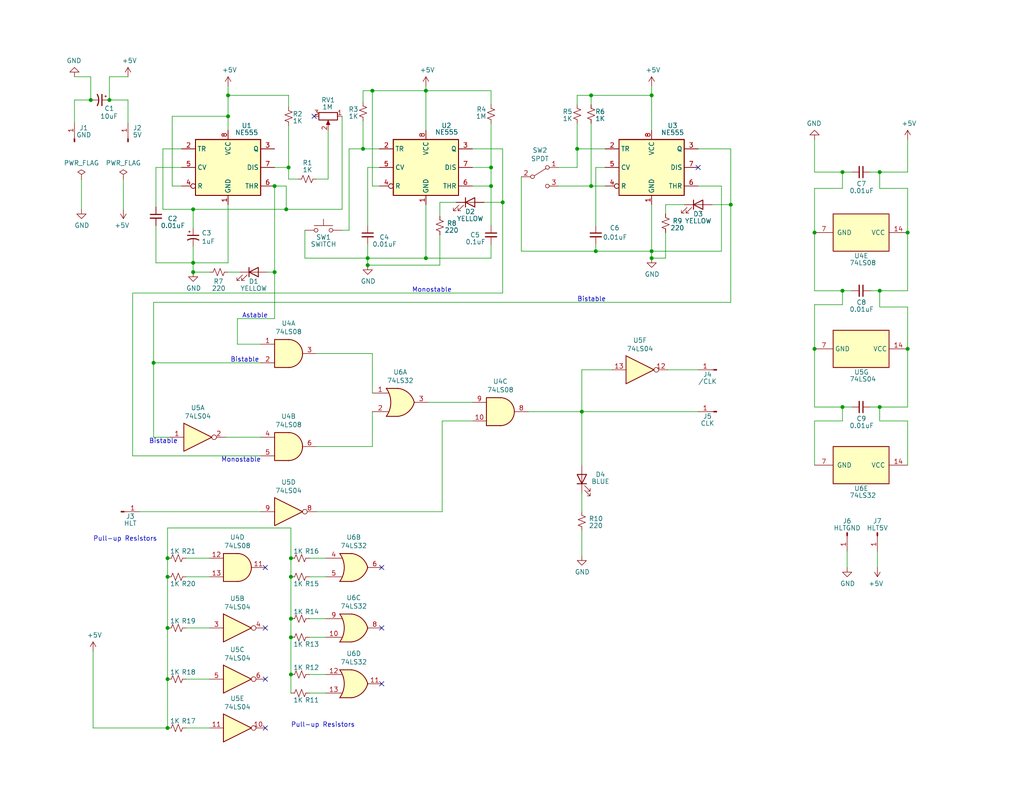
<source format=kicad_sch>
(kicad_sch (version 20211123) (generator eeschema)

  (uuid b1c649b1-f44d-46c7-9dea-818e75a1b87e)

  (paper "A")

  (title_block
    (title "Full555Timer")
    (date "2022-01-09")
    (company "Toberdyne / Tom Whitson")
  )

  (lib_symbols
    (symbol "74xx:74LS04" (in_bom yes) (on_board yes)
      (property "Reference" "U" (id 0) (at 0 1.27 0)
        (effects (font (size 1.27 1.27)))
      )
      (property "Value" "74LS04" (id 1) (at 0 -1.27 0)
        (effects (font (size 1.27 1.27)))
      )
      (property "Footprint" "" (id 2) (at 0 0 0)
        (effects (font (size 1.27 1.27)) hide)
      )
      (property "Datasheet" "http://www.ti.com/lit/gpn/sn74LS04" (id 3) (at 0 0 0)
        (effects (font (size 1.27 1.27)) hide)
      )
      (property "ki_locked" "" (id 4) (at 0 0 0)
        (effects (font (size 1.27 1.27)))
      )
      (property "ki_keywords" "TTL not inv" (id 5) (at 0 0 0)
        (effects (font (size 1.27 1.27)) hide)
      )
      (property "ki_description" "Hex Inverter" (id 6) (at 0 0 0)
        (effects (font (size 1.27 1.27)) hide)
      )
      (property "ki_fp_filters" "DIP*W7.62mm* SSOP?14* TSSOP?14*" (id 7) (at 0 0 0)
        (effects (font (size 1.27 1.27)) hide)
      )
      (symbol "74LS04_1_0"
        (polyline
          (pts
            (xy -3.81 3.81)
            (xy -3.81 -3.81)
            (xy 3.81 0)
            (xy -3.81 3.81)
          )
          (stroke (width 0.254) (type default) (color 0 0 0 0))
          (fill (type background))
        )
        (pin input line (at -7.62 0 0) (length 3.81)
          (name "~" (effects (font (size 1.27 1.27))))
          (number "1" (effects (font (size 1.27 1.27))))
        )
        (pin output inverted (at 7.62 0 180) (length 3.81)
          (name "~" (effects (font (size 1.27 1.27))))
          (number "2" (effects (font (size 1.27 1.27))))
        )
      )
      (symbol "74LS04_2_0"
        (polyline
          (pts
            (xy -3.81 3.81)
            (xy -3.81 -3.81)
            (xy 3.81 0)
            (xy -3.81 3.81)
          )
          (stroke (width 0.254) (type default) (color 0 0 0 0))
          (fill (type background))
        )
        (pin input line (at -7.62 0 0) (length 3.81)
          (name "~" (effects (font (size 1.27 1.27))))
          (number "3" (effects (font (size 1.27 1.27))))
        )
        (pin output inverted (at 7.62 0 180) (length 3.81)
          (name "~" (effects (font (size 1.27 1.27))))
          (number "4" (effects (font (size 1.27 1.27))))
        )
      )
      (symbol "74LS04_3_0"
        (polyline
          (pts
            (xy -3.81 3.81)
            (xy -3.81 -3.81)
            (xy 3.81 0)
            (xy -3.81 3.81)
          )
          (stroke (width 0.254) (type default) (color 0 0 0 0))
          (fill (type background))
        )
        (pin input line (at -7.62 0 0) (length 3.81)
          (name "~" (effects (font (size 1.27 1.27))))
          (number "5" (effects (font (size 1.27 1.27))))
        )
        (pin output inverted (at 7.62 0 180) (length 3.81)
          (name "~" (effects (font (size 1.27 1.27))))
          (number "6" (effects (font (size 1.27 1.27))))
        )
      )
      (symbol "74LS04_4_0"
        (polyline
          (pts
            (xy -3.81 3.81)
            (xy -3.81 -3.81)
            (xy 3.81 0)
            (xy -3.81 3.81)
          )
          (stroke (width 0.254) (type default) (color 0 0 0 0))
          (fill (type background))
        )
        (pin output inverted (at 7.62 0 180) (length 3.81)
          (name "~" (effects (font (size 1.27 1.27))))
          (number "8" (effects (font (size 1.27 1.27))))
        )
        (pin input line (at -7.62 0 0) (length 3.81)
          (name "~" (effects (font (size 1.27 1.27))))
          (number "9" (effects (font (size 1.27 1.27))))
        )
      )
      (symbol "74LS04_5_0"
        (polyline
          (pts
            (xy -3.81 3.81)
            (xy -3.81 -3.81)
            (xy 3.81 0)
            (xy -3.81 3.81)
          )
          (stroke (width 0.254) (type default) (color 0 0 0 0))
          (fill (type background))
        )
        (pin output inverted (at 7.62 0 180) (length 3.81)
          (name "~" (effects (font (size 1.27 1.27))))
          (number "10" (effects (font (size 1.27 1.27))))
        )
        (pin input line (at -7.62 0 0) (length 3.81)
          (name "~" (effects (font (size 1.27 1.27))))
          (number "11" (effects (font (size 1.27 1.27))))
        )
      )
      (symbol "74LS04_6_0"
        (polyline
          (pts
            (xy -3.81 3.81)
            (xy -3.81 -3.81)
            (xy 3.81 0)
            (xy -3.81 3.81)
          )
          (stroke (width 0.254) (type default) (color 0 0 0 0))
          (fill (type background))
        )
        (pin output inverted (at 7.62 0 180) (length 3.81)
          (name "~" (effects (font (size 1.27 1.27))))
          (number "12" (effects (font (size 1.27 1.27))))
        )
        (pin input line (at -7.62 0 0) (length 3.81)
          (name "~" (effects (font (size 1.27 1.27))))
          (number "13" (effects (font (size 1.27 1.27))))
        )
      )
      (symbol "74LS04_7_0"
        (pin power_in line (at 0 12.7 270) (length 5.08)
          (name "VCC" (effects (font (size 1.27 1.27))))
          (number "14" (effects (font (size 1.27 1.27))))
        )
        (pin power_in line (at 0 -12.7 90) (length 5.08)
          (name "GND" (effects (font (size 1.27 1.27))))
          (number "7" (effects (font (size 1.27 1.27))))
        )
      )
      (symbol "74LS04_7_1"
        (rectangle (start -5.08 7.62) (end 5.08 -7.62)
          (stroke (width 0.254) (type default) (color 0 0 0 0))
          (fill (type background))
        )
      )
    )
    (symbol "74xx:74LS08" (pin_names (offset 1.016)) (in_bom yes) (on_board yes)
      (property "Reference" "U" (id 0) (at 0 1.27 0)
        (effects (font (size 1.27 1.27)))
      )
      (property "Value" "74LS08" (id 1) (at 0 -1.27 0)
        (effects (font (size 1.27 1.27)))
      )
      (property "Footprint" "" (id 2) (at 0 0 0)
        (effects (font (size 1.27 1.27)) hide)
      )
      (property "Datasheet" "http://www.ti.com/lit/gpn/sn74LS08" (id 3) (at 0 0 0)
        (effects (font (size 1.27 1.27)) hide)
      )
      (property "ki_locked" "" (id 4) (at 0 0 0)
        (effects (font (size 1.27 1.27)))
      )
      (property "ki_keywords" "TTL and2" (id 5) (at 0 0 0)
        (effects (font (size 1.27 1.27)) hide)
      )
      (property "ki_description" "Quad And2" (id 6) (at 0 0 0)
        (effects (font (size 1.27 1.27)) hide)
      )
      (property "ki_fp_filters" "DIP*W7.62mm*" (id 7) (at 0 0 0)
        (effects (font (size 1.27 1.27)) hide)
      )
      (symbol "74LS08_1_1"
        (arc (start 0 -3.81) (mid 3.81 0) (end 0 3.81)
          (stroke (width 0.254) (type default) (color 0 0 0 0))
          (fill (type background))
        )
        (polyline
          (pts
            (xy 0 3.81)
            (xy -3.81 3.81)
            (xy -3.81 -3.81)
            (xy 0 -3.81)
          )
          (stroke (width 0.254) (type default) (color 0 0 0 0))
          (fill (type background))
        )
        (pin input line (at -7.62 2.54 0) (length 3.81)
          (name "~" (effects (font (size 1.27 1.27))))
          (number "1" (effects (font (size 1.27 1.27))))
        )
        (pin input line (at -7.62 -2.54 0) (length 3.81)
          (name "~" (effects (font (size 1.27 1.27))))
          (number "2" (effects (font (size 1.27 1.27))))
        )
        (pin output line (at 7.62 0 180) (length 3.81)
          (name "~" (effects (font (size 1.27 1.27))))
          (number "3" (effects (font (size 1.27 1.27))))
        )
      )
      (symbol "74LS08_1_2"
        (arc (start -3.81 -3.81) (mid -2.589 0) (end -3.81 3.81)
          (stroke (width 0.254) (type default) (color 0 0 0 0))
          (fill (type none))
        )
        (arc (start -0.6096 -3.81) (mid 2.1855 -2.584) (end 3.81 0)
          (stroke (width 0.254) (type default) (color 0 0 0 0))
          (fill (type background))
        )
        (polyline
          (pts
            (xy -3.81 -3.81)
            (xy -0.635 -3.81)
          )
          (stroke (width 0.254) (type default) (color 0 0 0 0))
          (fill (type background))
        )
        (polyline
          (pts
            (xy -3.81 3.81)
            (xy -0.635 3.81)
          )
          (stroke (width 0.254) (type default) (color 0 0 0 0))
          (fill (type background))
        )
        (polyline
          (pts
            (xy -0.635 3.81)
            (xy -3.81 3.81)
            (xy -3.81 3.81)
            (xy -3.556 3.4036)
            (xy -3.0226 2.2606)
            (xy -2.6924 1.0414)
            (xy -2.6162 -0.254)
            (xy -2.7686 -1.4986)
            (xy -3.175 -2.7178)
            (xy -3.81 -3.81)
            (xy -3.81 -3.81)
            (xy -0.635 -3.81)
          )
          (stroke (width -25.4) (type default) (color 0 0 0 0))
          (fill (type background))
        )
        (arc (start 3.81 0) (mid 2.1928 2.5925) (end -0.6096 3.81)
          (stroke (width 0.254) (type default) (color 0 0 0 0))
          (fill (type background))
        )
        (pin input inverted (at -7.62 2.54 0) (length 4.318)
          (name "~" (effects (font (size 1.27 1.27))))
          (number "1" (effects (font (size 1.27 1.27))))
        )
        (pin input inverted (at -7.62 -2.54 0) (length 4.318)
          (name "~" (effects (font (size 1.27 1.27))))
          (number "2" (effects (font (size 1.27 1.27))))
        )
        (pin output inverted (at 7.62 0 180) (length 3.81)
          (name "~" (effects (font (size 1.27 1.27))))
          (number "3" (effects (font (size 1.27 1.27))))
        )
      )
      (symbol "74LS08_2_1"
        (arc (start 0 -3.81) (mid 3.81 0) (end 0 3.81)
          (stroke (width 0.254) (type default) (color 0 0 0 0))
          (fill (type background))
        )
        (polyline
          (pts
            (xy 0 3.81)
            (xy -3.81 3.81)
            (xy -3.81 -3.81)
            (xy 0 -3.81)
          )
          (stroke (width 0.254) (type default) (color 0 0 0 0))
          (fill (type background))
        )
        (pin input line (at -7.62 2.54 0) (length 3.81)
          (name "~" (effects (font (size 1.27 1.27))))
          (number "4" (effects (font (size 1.27 1.27))))
        )
        (pin input line (at -7.62 -2.54 0) (length 3.81)
          (name "~" (effects (font (size 1.27 1.27))))
          (number "5" (effects (font (size 1.27 1.27))))
        )
        (pin output line (at 7.62 0 180) (length 3.81)
          (name "~" (effects (font (size 1.27 1.27))))
          (number "6" (effects (font (size 1.27 1.27))))
        )
      )
      (symbol "74LS08_2_2"
        (arc (start -3.81 -3.81) (mid -2.589 0) (end -3.81 3.81)
          (stroke (width 0.254) (type default) (color 0 0 0 0))
          (fill (type none))
        )
        (arc (start -0.6096 -3.81) (mid 2.1855 -2.584) (end 3.81 0)
          (stroke (width 0.254) (type default) (color 0 0 0 0))
          (fill (type background))
        )
        (polyline
          (pts
            (xy -3.81 -3.81)
            (xy -0.635 -3.81)
          )
          (stroke (width 0.254) (type default) (color 0 0 0 0))
          (fill (type background))
        )
        (polyline
          (pts
            (xy -3.81 3.81)
            (xy -0.635 3.81)
          )
          (stroke (width 0.254) (type default) (color 0 0 0 0))
          (fill (type background))
        )
        (polyline
          (pts
            (xy -0.635 3.81)
            (xy -3.81 3.81)
            (xy -3.81 3.81)
            (xy -3.556 3.4036)
            (xy -3.0226 2.2606)
            (xy -2.6924 1.0414)
            (xy -2.6162 -0.254)
            (xy -2.7686 -1.4986)
            (xy -3.175 -2.7178)
            (xy -3.81 -3.81)
            (xy -3.81 -3.81)
            (xy -0.635 -3.81)
          )
          (stroke (width -25.4) (type default) (color 0 0 0 0))
          (fill (type background))
        )
        (arc (start 3.81 0) (mid 2.1928 2.5925) (end -0.6096 3.81)
          (stroke (width 0.254) (type default) (color 0 0 0 0))
          (fill (type background))
        )
        (pin input inverted (at -7.62 2.54 0) (length 4.318)
          (name "~" (effects (font (size 1.27 1.27))))
          (number "4" (effects (font (size 1.27 1.27))))
        )
        (pin input inverted (at -7.62 -2.54 0) (length 4.318)
          (name "~" (effects (font (size 1.27 1.27))))
          (number "5" (effects (font (size 1.27 1.27))))
        )
        (pin output inverted (at 7.62 0 180) (length 3.81)
          (name "~" (effects (font (size 1.27 1.27))))
          (number "6" (effects (font (size 1.27 1.27))))
        )
      )
      (symbol "74LS08_3_1"
        (arc (start 0 -3.81) (mid 3.81 0) (end 0 3.81)
          (stroke (width 0.254) (type default) (color 0 0 0 0))
          (fill (type background))
        )
        (polyline
          (pts
            (xy 0 3.81)
            (xy -3.81 3.81)
            (xy -3.81 -3.81)
            (xy 0 -3.81)
          )
          (stroke (width 0.254) (type default) (color 0 0 0 0))
          (fill (type background))
        )
        (pin input line (at -7.62 -2.54 0) (length 3.81)
          (name "~" (effects (font (size 1.27 1.27))))
          (number "10" (effects (font (size 1.27 1.27))))
        )
        (pin output line (at 7.62 0 180) (length 3.81)
          (name "~" (effects (font (size 1.27 1.27))))
          (number "8" (effects (font (size 1.27 1.27))))
        )
        (pin input line (at -7.62 2.54 0) (length 3.81)
          (name "~" (effects (font (size 1.27 1.27))))
          (number "9" (effects (font (size 1.27 1.27))))
        )
      )
      (symbol "74LS08_3_2"
        (arc (start -3.81 -3.81) (mid -2.589 0) (end -3.81 3.81)
          (stroke (width 0.254) (type default) (color 0 0 0 0))
          (fill (type none))
        )
        (arc (start -0.6096 -3.81) (mid 2.1855 -2.584) (end 3.81 0)
          (stroke (width 0.254) (type default) (color 0 0 0 0))
          (fill (type background))
        )
        (polyline
          (pts
            (xy -3.81 -3.81)
            (xy -0.635 -3.81)
          )
          (stroke (width 0.254) (type default) (color 0 0 0 0))
          (fill (type background))
        )
        (polyline
          (pts
            (xy -3.81 3.81)
            (xy -0.635 3.81)
          )
          (stroke (width 0.254) (type default) (color 0 0 0 0))
          (fill (type background))
        )
        (polyline
          (pts
            (xy -0.635 3.81)
            (xy -3.81 3.81)
            (xy -3.81 3.81)
            (xy -3.556 3.4036)
            (xy -3.0226 2.2606)
            (xy -2.6924 1.0414)
            (xy -2.6162 -0.254)
            (xy -2.7686 -1.4986)
            (xy -3.175 -2.7178)
            (xy -3.81 -3.81)
            (xy -3.81 -3.81)
            (xy -0.635 -3.81)
          )
          (stroke (width -25.4) (type default) (color 0 0 0 0))
          (fill (type background))
        )
        (arc (start 3.81 0) (mid 2.1928 2.5925) (end -0.6096 3.81)
          (stroke (width 0.254) (type default) (color 0 0 0 0))
          (fill (type background))
        )
        (pin input inverted (at -7.62 -2.54 0) (length 4.318)
          (name "~" (effects (font (size 1.27 1.27))))
          (number "10" (effects (font (size 1.27 1.27))))
        )
        (pin output inverted (at 7.62 0 180) (length 3.81)
          (name "~" (effects (font (size 1.27 1.27))))
          (number "8" (effects (font (size 1.27 1.27))))
        )
        (pin input inverted (at -7.62 2.54 0) (length 4.318)
          (name "~" (effects (font (size 1.27 1.27))))
          (number "9" (effects (font (size 1.27 1.27))))
        )
      )
      (symbol "74LS08_4_1"
        (arc (start 0 -3.81) (mid 3.81 0) (end 0 3.81)
          (stroke (width 0.254) (type default) (color 0 0 0 0))
          (fill (type background))
        )
        (polyline
          (pts
            (xy 0 3.81)
            (xy -3.81 3.81)
            (xy -3.81 -3.81)
            (xy 0 -3.81)
          )
          (stroke (width 0.254) (type default) (color 0 0 0 0))
          (fill (type background))
        )
        (pin output line (at 7.62 0 180) (length 3.81)
          (name "~" (effects (font (size 1.27 1.27))))
          (number "11" (effects (font (size 1.27 1.27))))
        )
        (pin input line (at -7.62 2.54 0) (length 3.81)
          (name "~" (effects (font (size 1.27 1.27))))
          (number "12" (effects (font (size 1.27 1.27))))
        )
        (pin input line (at -7.62 -2.54 0) (length 3.81)
          (name "~" (effects (font (size 1.27 1.27))))
          (number "13" (effects (font (size 1.27 1.27))))
        )
      )
      (symbol "74LS08_4_2"
        (arc (start -3.81 -3.81) (mid -2.589 0) (end -3.81 3.81)
          (stroke (width 0.254) (type default) (color 0 0 0 0))
          (fill (type none))
        )
        (arc (start -0.6096 -3.81) (mid 2.1855 -2.584) (end 3.81 0)
          (stroke (width 0.254) (type default) (color 0 0 0 0))
          (fill (type background))
        )
        (polyline
          (pts
            (xy -3.81 -3.81)
            (xy -0.635 -3.81)
          )
          (stroke (width 0.254) (type default) (color 0 0 0 0))
          (fill (type background))
        )
        (polyline
          (pts
            (xy -3.81 3.81)
            (xy -0.635 3.81)
          )
          (stroke (width 0.254) (type default) (color 0 0 0 0))
          (fill (type background))
        )
        (polyline
          (pts
            (xy -0.635 3.81)
            (xy -3.81 3.81)
            (xy -3.81 3.81)
            (xy -3.556 3.4036)
            (xy -3.0226 2.2606)
            (xy -2.6924 1.0414)
            (xy -2.6162 -0.254)
            (xy -2.7686 -1.4986)
            (xy -3.175 -2.7178)
            (xy -3.81 -3.81)
            (xy -3.81 -3.81)
            (xy -0.635 -3.81)
          )
          (stroke (width -25.4) (type default) (color 0 0 0 0))
          (fill (type background))
        )
        (arc (start 3.81 0) (mid 2.1928 2.5925) (end -0.6096 3.81)
          (stroke (width 0.254) (type default) (color 0 0 0 0))
          (fill (type background))
        )
        (pin output inverted (at 7.62 0 180) (length 3.81)
          (name "~" (effects (font (size 1.27 1.27))))
          (number "11" (effects (font (size 1.27 1.27))))
        )
        (pin input inverted (at -7.62 2.54 0) (length 4.318)
          (name "~" (effects (font (size 1.27 1.27))))
          (number "12" (effects (font (size 1.27 1.27))))
        )
        (pin input inverted (at -7.62 -2.54 0) (length 4.318)
          (name "~" (effects (font (size 1.27 1.27))))
          (number "13" (effects (font (size 1.27 1.27))))
        )
      )
      (symbol "74LS08_5_0"
        (pin power_in line (at 0 12.7 270) (length 5.08)
          (name "VCC" (effects (font (size 1.27 1.27))))
          (number "14" (effects (font (size 1.27 1.27))))
        )
        (pin power_in line (at 0 -12.7 90) (length 5.08)
          (name "GND" (effects (font (size 1.27 1.27))))
          (number "7" (effects (font (size 1.27 1.27))))
        )
      )
      (symbol "74LS08_5_1"
        (rectangle (start -5.08 7.62) (end 5.08 -7.62)
          (stroke (width 0.254) (type default) (color 0 0 0 0))
          (fill (type background))
        )
      )
    )
    (symbol "74xx:74LS32" (pin_names (offset 1.016)) (in_bom yes) (on_board yes)
      (property "Reference" "U" (id 0) (at 0 1.27 0)
        (effects (font (size 1.27 1.27)))
      )
      (property "Value" "74LS32" (id 1) (at 0 -1.27 0)
        (effects (font (size 1.27 1.27)))
      )
      (property "Footprint" "" (id 2) (at 0 0 0)
        (effects (font (size 1.27 1.27)) hide)
      )
      (property "Datasheet" "http://www.ti.com/lit/gpn/sn74LS32" (id 3) (at 0 0 0)
        (effects (font (size 1.27 1.27)) hide)
      )
      (property "ki_locked" "" (id 4) (at 0 0 0)
        (effects (font (size 1.27 1.27)))
      )
      (property "ki_keywords" "TTL Or2" (id 5) (at 0 0 0)
        (effects (font (size 1.27 1.27)) hide)
      )
      (property "ki_description" "Quad 2-input OR" (id 6) (at 0 0 0)
        (effects (font (size 1.27 1.27)) hide)
      )
      (property "ki_fp_filters" "DIP?14*" (id 7) (at 0 0 0)
        (effects (font (size 1.27 1.27)) hide)
      )
      (symbol "74LS32_1_1"
        (arc (start -3.81 -3.81) (mid -2.589 0) (end -3.81 3.81)
          (stroke (width 0.254) (type default) (color 0 0 0 0))
          (fill (type none))
        )
        (arc (start -0.6096 -3.81) (mid 2.1855 -2.584) (end 3.81 0)
          (stroke (width 0.254) (type default) (color 0 0 0 0))
          (fill (type background))
        )
        (polyline
          (pts
            (xy -3.81 -3.81)
            (xy -0.635 -3.81)
          )
          (stroke (width 0.254) (type default) (color 0 0 0 0))
          (fill (type background))
        )
        (polyline
          (pts
            (xy -3.81 3.81)
            (xy -0.635 3.81)
          )
          (stroke (width 0.254) (type default) (color 0 0 0 0))
          (fill (type background))
        )
        (polyline
          (pts
            (xy -0.635 3.81)
            (xy -3.81 3.81)
            (xy -3.81 3.81)
            (xy -3.556 3.4036)
            (xy -3.0226 2.2606)
            (xy -2.6924 1.0414)
            (xy -2.6162 -0.254)
            (xy -2.7686 -1.4986)
            (xy -3.175 -2.7178)
            (xy -3.81 -3.81)
            (xy -3.81 -3.81)
            (xy -0.635 -3.81)
          )
          (stroke (width -25.4) (type default) (color 0 0 0 0))
          (fill (type background))
        )
        (arc (start 3.81 0) (mid 2.1928 2.5925) (end -0.6096 3.81)
          (stroke (width 0.254) (type default) (color 0 0 0 0))
          (fill (type background))
        )
        (pin input line (at -7.62 2.54 0) (length 4.318)
          (name "~" (effects (font (size 1.27 1.27))))
          (number "1" (effects (font (size 1.27 1.27))))
        )
        (pin input line (at -7.62 -2.54 0) (length 4.318)
          (name "~" (effects (font (size 1.27 1.27))))
          (number "2" (effects (font (size 1.27 1.27))))
        )
        (pin output line (at 7.62 0 180) (length 3.81)
          (name "~" (effects (font (size 1.27 1.27))))
          (number "3" (effects (font (size 1.27 1.27))))
        )
      )
      (symbol "74LS32_1_2"
        (arc (start 0 -3.81) (mid 3.81 0) (end 0 3.81)
          (stroke (width 0.254) (type default) (color 0 0 0 0))
          (fill (type background))
        )
        (polyline
          (pts
            (xy 0 3.81)
            (xy -3.81 3.81)
            (xy -3.81 -3.81)
            (xy 0 -3.81)
          )
          (stroke (width 0.254) (type default) (color 0 0 0 0))
          (fill (type background))
        )
        (pin input inverted (at -7.62 2.54 0) (length 3.81)
          (name "~" (effects (font (size 1.27 1.27))))
          (number "1" (effects (font (size 1.27 1.27))))
        )
        (pin input inverted (at -7.62 -2.54 0) (length 3.81)
          (name "~" (effects (font (size 1.27 1.27))))
          (number "2" (effects (font (size 1.27 1.27))))
        )
        (pin output inverted (at 7.62 0 180) (length 3.81)
          (name "~" (effects (font (size 1.27 1.27))))
          (number "3" (effects (font (size 1.27 1.27))))
        )
      )
      (symbol "74LS32_2_1"
        (arc (start -3.81 -3.81) (mid -2.589 0) (end -3.81 3.81)
          (stroke (width 0.254) (type default) (color 0 0 0 0))
          (fill (type none))
        )
        (arc (start -0.6096 -3.81) (mid 2.1855 -2.584) (end 3.81 0)
          (stroke (width 0.254) (type default) (color 0 0 0 0))
          (fill (type background))
        )
        (polyline
          (pts
            (xy -3.81 -3.81)
            (xy -0.635 -3.81)
          )
          (stroke (width 0.254) (type default) (color 0 0 0 0))
          (fill (type background))
        )
        (polyline
          (pts
            (xy -3.81 3.81)
            (xy -0.635 3.81)
          )
          (stroke (width 0.254) (type default) (color 0 0 0 0))
          (fill (type background))
        )
        (polyline
          (pts
            (xy -0.635 3.81)
            (xy -3.81 3.81)
            (xy -3.81 3.81)
            (xy -3.556 3.4036)
            (xy -3.0226 2.2606)
            (xy -2.6924 1.0414)
            (xy -2.6162 -0.254)
            (xy -2.7686 -1.4986)
            (xy -3.175 -2.7178)
            (xy -3.81 -3.81)
            (xy -3.81 -3.81)
            (xy -0.635 -3.81)
          )
          (stroke (width -25.4) (type default) (color 0 0 0 0))
          (fill (type background))
        )
        (arc (start 3.81 0) (mid 2.1928 2.5925) (end -0.6096 3.81)
          (stroke (width 0.254) (type default) (color 0 0 0 0))
          (fill (type background))
        )
        (pin input line (at -7.62 2.54 0) (length 4.318)
          (name "~" (effects (font (size 1.27 1.27))))
          (number "4" (effects (font (size 1.27 1.27))))
        )
        (pin input line (at -7.62 -2.54 0) (length 4.318)
          (name "~" (effects (font (size 1.27 1.27))))
          (number "5" (effects (font (size 1.27 1.27))))
        )
        (pin output line (at 7.62 0 180) (length 3.81)
          (name "~" (effects (font (size 1.27 1.27))))
          (number "6" (effects (font (size 1.27 1.27))))
        )
      )
      (symbol "74LS32_2_2"
        (arc (start 0 -3.81) (mid 3.81 0) (end 0 3.81)
          (stroke (width 0.254) (type default) (color 0 0 0 0))
          (fill (type background))
        )
        (polyline
          (pts
            (xy 0 3.81)
            (xy -3.81 3.81)
            (xy -3.81 -3.81)
            (xy 0 -3.81)
          )
          (stroke (width 0.254) (type default) (color 0 0 0 0))
          (fill (type background))
        )
        (pin input inverted (at -7.62 2.54 0) (length 3.81)
          (name "~" (effects (font (size 1.27 1.27))))
          (number "4" (effects (font (size 1.27 1.27))))
        )
        (pin input inverted (at -7.62 -2.54 0) (length 3.81)
          (name "~" (effects (font (size 1.27 1.27))))
          (number "5" (effects (font (size 1.27 1.27))))
        )
        (pin output inverted (at 7.62 0 180) (length 3.81)
          (name "~" (effects (font (size 1.27 1.27))))
          (number "6" (effects (font (size 1.27 1.27))))
        )
      )
      (symbol "74LS32_3_1"
        (arc (start -3.81 -3.81) (mid -2.589 0) (end -3.81 3.81)
          (stroke (width 0.254) (type default) (color 0 0 0 0))
          (fill (type none))
        )
        (arc (start -0.6096 -3.81) (mid 2.1855 -2.584) (end 3.81 0)
          (stroke (width 0.254) (type default) (color 0 0 0 0))
          (fill (type background))
        )
        (polyline
          (pts
            (xy -3.81 -3.81)
            (xy -0.635 -3.81)
          )
          (stroke (width 0.254) (type default) (color 0 0 0 0))
          (fill (type background))
        )
        (polyline
          (pts
            (xy -3.81 3.81)
            (xy -0.635 3.81)
          )
          (stroke (width 0.254) (type default) (color 0 0 0 0))
          (fill (type background))
        )
        (polyline
          (pts
            (xy -0.635 3.81)
            (xy -3.81 3.81)
            (xy -3.81 3.81)
            (xy -3.556 3.4036)
            (xy -3.0226 2.2606)
            (xy -2.6924 1.0414)
            (xy -2.6162 -0.254)
            (xy -2.7686 -1.4986)
            (xy -3.175 -2.7178)
            (xy -3.81 -3.81)
            (xy -3.81 -3.81)
            (xy -0.635 -3.81)
          )
          (stroke (width -25.4) (type default) (color 0 0 0 0))
          (fill (type background))
        )
        (arc (start 3.81 0) (mid 2.1928 2.5925) (end -0.6096 3.81)
          (stroke (width 0.254) (type default) (color 0 0 0 0))
          (fill (type background))
        )
        (pin input line (at -7.62 -2.54 0) (length 4.318)
          (name "~" (effects (font (size 1.27 1.27))))
          (number "10" (effects (font (size 1.27 1.27))))
        )
        (pin output line (at 7.62 0 180) (length 3.81)
          (name "~" (effects (font (size 1.27 1.27))))
          (number "8" (effects (font (size 1.27 1.27))))
        )
        (pin input line (at -7.62 2.54 0) (length 4.318)
          (name "~" (effects (font (size 1.27 1.27))))
          (number "9" (effects (font (size 1.27 1.27))))
        )
      )
      (symbol "74LS32_3_2"
        (arc (start 0 -3.81) (mid 3.81 0) (end 0 3.81)
          (stroke (width 0.254) (type default) (color 0 0 0 0))
          (fill (type background))
        )
        (polyline
          (pts
            (xy 0 3.81)
            (xy -3.81 3.81)
            (xy -3.81 -3.81)
            (xy 0 -3.81)
          )
          (stroke (width 0.254) (type default) (color 0 0 0 0))
          (fill (type background))
        )
        (pin input inverted (at -7.62 -2.54 0) (length 3.81)
          (name "~" (effects (font (size 1.27 1.27))))
          (number "10" (effects (font (size 1.27 1.27))))
        )
        (pin output inverted (at 7.62 0 180) (length 3.81)
          (name "~" (effects (font (size 1.27 1.27))))
          (number "8" (effects (font (size 1.27 1.27))))
        )
        (pin input inverted (at -7.62 2.54 0) (length 3.81)
          (name "~" (effects (font (size 1.27 1.27))))
          (number "9" (effects (font (size 1.27 1.27))))
        )
      )
      (symbol "74LS32_4_1"
        (arc (start -3.81 -3.81) (mid -2.589 0) (end -3.81 3.81)
          (stroke (width 0.254) (type default) (color 0 0 0 0))
          (fill (type none))
        )
        (arc (start -0.6096 -3.81) (mid 2.1855 -2.584) (end 3.81 0)
          (stroke (width 0.254) (type default) (color 0 0 0 0))
          (fill (type background))
        )
        (polyline
          (pts
            (xy -3.81 -3.81)
            (xy -0.635 -3.81)
          )
          (stroke (width 0.254) (type default) (color 0 0 0 0))
          (fill (type background))
        )
        (polyline
          (pts
            (xy -3.81 3.81)
            (xy -0.635 3.81)
          )
          (stroke (width 0.254) (type default) (color 0 0 0 0))
          (fill (type background))
        )
        (polyline
          (pts
            (xy -0.635 3.81)
            (xy -3.81 3.81)
            (xy -3.81 3.81)
            (xy -3.556 3.4036)
            (xy -3.0226 2.2606)
            (xy -2.6924 1.0414)
            (xy -2.6162 -0.254)
            (xy -2.7686 -1.4986)
            (xy -3.175 -2.7178)
            (xy -3.81 -3.81)
            (xy -3.81 -3.81)
            (xy -0.635 -3.81)
          )
          (stroke (width -25.4) (type default) (color 0 0 0 0))
          (fill (type background))
        )
        (arc (start 3.81 0) (mid 2.1928 2.5925) (end -0.6096 3.81)
          (stroke (width 0.254) (type default) (color 0 0 0 0))
          (fill (type background))
        )
        (pin output line (at 7.62 0 180) (length 3.81)
          (name "~" (effects (font (size 1.27 1.27))))
          (number "11" (effects (font (size 1.27 1.27))))
        )
        (pin input line (at -7.62 2.54 0) (length 4.318)
          (name "~" (effects (font (size 1.27 1.27))))
          (number "12" (effects (font (size 1.27 1.27))))
        )
        (pin input line (at -7.62 -2.54 0) (length 4.318)
          (name "~" (effects (font (size 1.27 1.27))))
          (number "13" (effects (font (size 1.27 1.27))))
        )
      )
      (symbol "74LS32_4_2"
        (arc (start 0 -3.81) (mid 3.81 0) (end 0 3.81)
          (stroke (width 0.254) (type default) (color 0 0 0 0))
          (fill (type background))
        )
        (polyline
          (pts
            (xy 0 3.81)
            (xy -3.81 3.81)
            (xy -3.81 -3.81)
            (xy 0 -3.81)
          )
          (stroke (width 0.254) (type default) (color 0 0 0 0))
          (fill (type background))
        )
        (pin output inverted (at 7.62 0 180) (length 3.81)
          (name "~" (effects (font (size 1.27 1.27))))
          (number "11" (effects (font (size 1.27 1.27))))
        )
        (pin input inverted (at -7.62 2.54 0) (length 3.81)
          (name "~" (effects (font (size 1.27 1.27))))
          (number "12" (effects (font (size 1.27 1.27))))
        )
        (pin input inverted (at -7.62 -2.54 0) (length 3.81)
          (name "~" (effects (font (size 1.27 1.27))))
          (number "13" (effects (font (size 1.27 1.27))))
        )
      )
      (symbol "74LS32_5_0"
        (pin power_in line (at 0 12.7 270) (length 5.08)
          (name "VCC" (effects (font (size 1.27 1.27))))
          (number "14" (effects (font (size 1.27 1.27))))
        )
        (pin power_in line (at 0 -12.7 90) (length 5.08)
          (name "GND" (effects (font (size 1.27 1.27))))
          (number "7" (effects (font (size 1.27 1.27))))
        )
      )
      (symbol "74LS32_5_1"
        (rectangle (start -5.08 7.62) (end 5.08 -7.62)
          (stroke (width 0.254) (type default) (color 0 0 0 0))
          (fill (type background))
        )
      )
    )
    (symbol "Connector:Conn_01x01_Male" (pin_names (offset 1.016) hide) (in_bom yes) (on_board yes)
      (property "Reference" "J" (id 0) (at 0 2.54 0)
        (effects (font (size 1.27 1.27)))
      )
      (property "Value" "Conn_01x01_Male" (id 1) (at 0 -2.54 0)
        (effects (font (size 1.27 1.27)))
      )
      (property "Footprint" "" (id 2) (at 0 0 0)
        (effects (font (size 1.27 1.27)) hide)
      )
      (property "Datasheet" "~" (id 3) (at 0 0 0)
        (effects (font (size 1.27 1.27)) hide)
      )
      (property "ki_keywords" "connector" (id 4) (at 0 0 0)
        (effects (font (size 1.27 1.27)) hide)
      )
      (property "ki_description" "Generic connector, single row, 01x01, script generated (kicad-library-utils/schlib/autogen/connector/)" (id 5) (at 0 0 0)
        (effects (font (size 1.27 1.27)) hide)
      )
      (property "ki_fp_filters" "Connector*:*" (id 6) (at 0 0 0)
        (effects (font (size 1.27 1.27)) hide)
      )
      (symbol "Conn_01x01_Male_1_1"
        (polyline
          (pts
            (xy 1.27 0)
            (xy 0.8636 0)
          )
          (stroke (width 0.1524) (type default) (color 0 0 0 0))
          (fill (type none))
        )
        (rectangle (start 0.8636 0.127) (end 0 -0.127)
          (stroke (width 0.1524) (type default) (color 0 0 0 0))
          (fill (type outline))
        )
        (pin passive line (at 5.08 0 180) (length 3.81)
          (name "Pin_1" (effects (font (size 1.27 1.27))))
          (number "1" (effects (font (size 1.27 1.27))))
        )
      )
    )
    (symbol "Device:CP1_Small" (pin_numbers hide) (pin_names (offset 0.254) hide) (in_bom yes) (on_board yes)
      (property "Reference" "C" (id 0) (at 0.254 1.778 0)
        (effects (font (size 1.27 1.27)) (justify left))
      )
      (property "Value" "Device_CP1_Small" (id 1) (at 0.254 -2.032 0)
        (effects (font (size 1.27 1.27)) (justify left))
      )
      (property "Footprint" "" (id 2) (at 0 0 0)
        (effects (font (size 1.27 1.27)) hide)
      )
      (property "Datasheet" "" (id 3) (at 0 0 0)
        (effects (font (size 1.27 1.27)) hide)
      )
      (property "ki_fp_filters" "CP_*" (id 4) (at 0 0 0)
        (effects (font (size 1.27 1.27)) hide)
      )
      (symbol "CP1_Small_0_1"
        (polyline
          (pts
            (xy -1.524 0.508)
            (xy 1.524 0.508)
          )
          (stroke (width 0.3048) (type default) (color 0 0 0 0))
          (fill (type none))
        )
        (polyline
          (pts
            (xy -1.27 1.524)
            (xy -0.762 1.524)
          )
          (stroke (width 0) (type default) (color 0 0 0 0))
          (fill (type none))
        )
        (polyline
          (pts
            (xy -1.016 1.27)
            (xy -1.016 1.778)
          )
          (stroke (width 0) (type default) (color 0 0 0 0))
          (fill (type none))
        )
        (arc (start 1.524 -0.762) (mid 0 -0.3734) (end -1.524 -0.762)
          (stroke (width 0.3048) (type default) (color 0 0 0 0))
          (fill (type none))
        )
      )
      (symbol "CP1_Small_1_1"
        (pin passive line (at 0 2.54 270) (length 2.032)
          (name "~" (effects (font (size 1.27 1.27))))
          (number "1" (effects (font (size 1.27 1.27))))
        )
        (pin passive line (at 0 -2.54 90) (length 2.032)
          (name "~" (effects (font (size 1.27 1.27))))
          (number "2" (effects (font (size 1.27 1.27))))
        )
      )
    )
    (symbol "Device:C_Small" (pin_numbers hide) (pin_names (offset 0.254) hide) (in_bom yes) (on_board yes)
      (property "Reference" "C" (id 0) (at 0.254 1.778 0)
        (effects (font (size 1.27 1.27)) (justify left))
      )
      (property "Value" "C_Small" (id 1) (at 0.254 -2.032 0)
        (effects (font (size 1.27 1.27)) (justify left))
      )
      (property "Footprint" "" (id 2) (at 0 0 0)
        (effects (font (size 1.27 1.27)) hide)
      )
      (property "Datasheet" "~" (id 3) (at 0 0 0)
        (effects (font (size 1.27 1.27)) hide)
      )
      (property "ki_keywords" "capacitor cap" (id 4) (at 0 0 0)
        (effects (font (size 1.27 1.27)) hide)
      )
      (property "ki_description" "Unpolarized capacitor, small symbol" (id 5) (at 0 0 0)
        (effects (font (size 1.27 1.27)) hide)
      )
      (property "ki_fp_filters" "C_*" (id 6) (at 0 0 0)
        (effects (font (size 1.27 1.27)) hide)
      )
      (symbol "C_Small_0_1"
        (polyline
          (pts
            (xy -1.524 -0.508)
            (xy 1.524 -0.508)
          )
          (stroke (width 0.3302) (type default) (color 0 0 0 0))
          (fill (type none))
        )
        (polyline
          (pts
            (xy -1.524 0.508)
            (xy 1.524 0.508)
          )
          (stroke (width 0.3048) (type default) (color 0 0 0 0))
          (fill (type none))
        )
      )
      (symbol "C_Small_1_1"
        (pin passive line (at 0 2.54 270) (length 2.032)
          (name "~" (effects (font (size 1.27 1.27))))
          (number "1" (effects (font (size 1.27 1.27))))
        )
        (pin passive line (at 0 -2.54 90) (length 2.032)
          (name "~" (effects (font (size 1.27 1.27))))
          (number "2" (effects (font (size 1.27 1.27))))
        )
      )
    )
    (symbol "Device:LED" (pin_numbers hide) (pin_names (offset 1.016) hide) (in_bom yes) (on_board yes)
      (property "Reference" "D" (id 0) (at 0 2.54 0)
        (effects (font (size 1.27 1.27)))
      )
      (property "Value" "LED" (id 1) (at 0 -2.54 0)
        (effects (font (size 1.27 1.27)))
      )
      (property "Footprint" "" (id 2) (at 0 0 0)
        (effects (font (size 1.27 1.27)) hide)
      )
      (property "Datasheet" "~" (id 3) (at 0 0 0)
        (effects (font (size 1.27 1.27)) hide)
      )
      (property "ki_keywords" "LED diode" (id 4) (at 0 0 0)
        (effects (font (size 1.27 1.27)) hide)
      )
      (property "ki_description" "Light emitting diode" (id 5) (at 0 0 0)
        (effects (font (size 1.27 1.27)) hide)
      )
      (property "ki_fp_filters" "LED* LED_SMD:* LED_THT:*" (id 6) (at 0 0 0)
        (effects (font (size 1.27 1.27)) hide)
      )
      (symbol "LED_0_1"
        (polyline
          (pts
            (xy -1.27 -1.27)
            (xy -1.27 1.27)
          )
          (stroke (width 0.254) (type default) (color 0 0 0 0))
          (fill (type none))
        )
        (polyline
          (pts
            (xy -1.27 0)
            (xy 1.27 0)
          )
          (stroke (width 0) (type default) (color 0 0 0 0))
          (fill (type none))
        )
        (polyline
          (pts
            (xy 1.27 -1.27)
            (xy 1.27 1.27)
            (xy -1.27 0)
            (xy 1.27 -1.27)
          )
          (stroke (width 0.254) (type default) (color 0 0 0 0))
          (fill (type none))
        )
        (polyline
          (pts
            (xy -3.048 -0.762)
            (xy -4.572 -2.286)
            (xy -3.81 -2.286)
            (xy -4.572 -2.286)
            (xy -4.572 -1.524)
          )
          (stroke (width 0) (type default) (color 0 0 0 0))
          (fill (type none))
        )
        (polyline
          (pts
            (xy -1.778 -0.762)
            (xy -3.302 -2.286)
            (xy -2.54 -2.286)
            (xy -3.302 -2.286)
            (xy -3.302 -1.524)
          )
          (stroke (width 0) (type default) (color 0 0 0 0))
          (fill (type none))
        )
      )
      (symbol "LED_1_1"
        (pin passive line (at -3.81 0 0) (length 2.54)
          (name "K" (effects (font (size 1.27 1.27))))
          (number "1" (effects (font (size 1.27 1.27))))
        )
        (pin passive line (at 3.81 0 180) (length 2.54)
          (name "A" (effects (font (size 1.27 1.27))))
          (number "2" (effects (font (size 1.27 1.27))))
        )
      )
    )
    (symbol "Device:R_POT" (pin_names (offset 1.016) hide) (in_bom yes) (on_board yes)
      (property "Reference" "RV" (id 0) (at -4.445 0 90)
        (effects (font (size 1.27 1.27)))
      )
      (property "Value" "Device_R_POT" (id 1) (at -2.54 0 90)
        (effects (font (size 1.27 1.27)))
      )
      (property "Footprint" "" (id 2) (at 0 0 0)
        (effects (font (size 1.27 1.27)) hide)
      )
      (property "Datasheet" "" (id 3) (at 0 0 0)
        (effects (font (size 1.27 1.27)) hide)
      )
      (property "ki_fp_filters" "Potentiometer*" (id 4) (at 0 0 0)
        (effects (font (size 1.27 1.27)) hide)
      )
      (symbol "R_POT_0_1"
        (polyline
          (pts
            (xy 2.54 0)
            (xy 1.524 0)
          )
          (stroke (width 0) (type default) (color 0 0 0 0))
          (fill (type none))
        )
        (polyline
          (pts
            (xy 1.143 0)
            (xy 2.286 0.508)
            (xy 2.286 -0.508)
            (xy 1.143 0)
          )
          (stroke (width 0) (type default) (color 0 0 0 0))
          (fill (type outline))
        )
        (rectangle (start 1.016 2.54) (end -1.016 -2.54)
          (stroke (width 0.254) (type default) (color 0 0 0 0))
          (fill (type none))
        )
      )
      (symbol "R_POT_1_1"
        (pin passive line (at 0 3.81 270) (length 1.27)
          (name "1" (effects (font (size 1.27 1.27))))
          (number "1" (effects (font (size 1.27 1.27))))
        )
        (pin passive line (at 3.81 0 180) (length 1.27)
          (name "2" (effects (font (size 1.27 1.27))))
          (number "2" (effects (font (size 1.27 1.27))))
        )
        (pin passive line (at 0 -3.81 90) (length 1.27)
          (name "3" (effects (font (size 1.27 1.27))))
          (number "3" (effects (font (size 1.27 1.27))))
        )
      )
    )
    (symbol "Device:R_Small_US" (pin_numbers hide) (pin_names (offset 0.254) hide) (in_bom yes) (on_board yes)
      (property "Reference" "R" (id 0) (at 0.762 0.508 0)
        (effects (font (size 1.27 1.27)) (justify left))
      )
      (property "Value" "R_Small_US" (id 1) (at 0.762 -1.016 0)
        (effects (font (size 1.27 1.27)) (justify left))
      )
      (property "Footprint" "" (id 2) (at 0 0 0)
        (effects (font (size 1.27 1.27)) hide)
      )
      (property "Datasheet" "~" (id 3) (at 0 0 0)
        (effects (font (size 1.27 1.27)) hide)
      )
      (property "ki_keywords" "r resistor" (id 4) (at 0 0 0)
        (effects (font (size 1.27 1.27)) hide)
      )
      (property "ki_description" "Resistor, small US symbol" (id 5) (at 0 0 0)
        (effects (font (size 1.27 1.27)) hide)
      )
      (property "ki_fp_filters" "R_*" (id 6) (at 0 0 0)
        (effects (font (size 1.27 1.27)) hide)
      )
      (symbol "R_Small_US_1_1"
        (polyline
          (pts
            (xy 0 0)
            (xy 1.016 -0.381)
            (xy 0 -0.762)
            (xy -1.016 -1.143)
            (xy 0 -1.524)
          )
          (stroke (width 0) (type default) (color 0 0 0 0))
          (fill (type none))
        )
        (polyline
          (pts
            (xy 0 1.524)
            (xy 1.016 1.143)
            (xy 0 0.762)
            (xy -1.016 0.381)
            (xy 0 0)
          )
          (stroke (width 0) (type default) (color 0 0 0 0))
          (fill (type none))
        )
        (pin passive line (at 0 2.54 270) (length 1.016)
          (name "~" (effects (font (size 1.27 1.27))))
          (number "1" (effects (font (size 1.27 1.27))))
        )
        (pin passive line (at 0 -2.54 90) (length 1.016)
          (name "~" (effects (font (size 1.27 1.27))))
          (number "2" (effects (font (size 1.27 1.27))))
        )
      )
    )
    (symbol "Switch:SW_Push" (pin_numbers hide) (pin_names (offset 1.016) hide) (in_bom yes) (on_board yes)
      (property "Reference" "SW" (id 0) (at 1.27 2.54 0)
        (effects (font (size 1.27 1.27)) (justify left))
      )
      (property "Value" "SW_Push" (id 1) (at 0 -1.524 0)
        (effects (font (size 1.27 1.27)))
      )
      (property "Footprint" "" (id 2) (at 0 5.08 0)
        (effects (font (size 1.27 1.27)) hide)
      )
      (property "Datasheet" "~" (id 3) (at 0 5.08 0)
        (effects (font (size 1.27 1.27)) hide)
      )
      (property "ki_keywords" "switch normally-open pushbutton push-button" (id 4) (at 0 0 0)
        (effects (font (size 1.27 1.27)) hide)
      )
      (property "ki_description" "Push button switch, generic, two pins" (id 5) (at 0 0 0)
        (effects (font (size 1.27 1.27)) hide)
      )
      (symbol "SW_Push_0_1"
        (circle (center -2.032 0) (radius 0.508)
          (stroke (width 0) (type default) (color 0 0 0 0))
          (fill (type none))
        )
        (polyline
          (pts
            (xy 0 1.27)
            (xy 0 3.048)
          )
          (stroke (width 0) (type default) (color 0 0 0 0))
          (fill (type none))
        )
        (polyline
          (pts
            (xy 2.54 1.27)
            (xy -2.54 1.27)
          )
          (stroke (width 0) (type default) (color 0 0 0 0))
          (fill (type none))
        )
        (circle (center 2.032 0) (radius 0.508)
          (stroke (width 0) (type default) (color 0 0 0 0))
          (fill (type none))
        )
        (pin passive line (at -5.08 0 0) (length 2.54)
          (name "1" (effects (font (size 1.27 1.27))))
          (number "1" (effects (font (size 1.27 1.27))))
        )
        (pin passive line (at 5.08 0 180) (length 2.54)
          (name "2" (effects (font (size 1.27 1.27))))
          (number "2" (effects (font (size 1.27 1.27))))
        )
      )
    )
    (symbol "Switch:SW_SPDT" (pin_names (offset 0) hide) (in_bom yes) (on_board yes)
      (property "Reference" "SW" (id 0) (at 0 4.318 0)
        (effects (font (size 1.27 1.27)))
      )
      (property "Value" "SW_SPDT" (id 1) (at 0 -5.08 0)
        (effects (font (size 1.27 1.27)))
      )
      (property "Footprint" "" (id 2) (at 0 0 0)
        (effects (font (size 1.27 1.27)) hide)
      )
      (property "Datasheet" "~" (id 3) (at 0 0 0)
        (effects (font (size 1.27 1.27)) hide)
      )
      (property "ki_keywords" "switch single-pole double-throw spdt ON-ON" (id 4) (at 0 0 0)
        (effects (font (size 1.27 1.27)) hide)
      )
      (property "ki_description" "Switch, single pole double throw" (id 5) (at 0 0 0)
        (effects (font (size 1.27 1.27)) hide)
      )
      (symbol "SW_SPDT_0_0"
        (circle (center -2.032 0) (radius 0.508)
          (stroke (width 0) (type default) (color 0 0 0 0))
          (fill (type none))
        )
        (circle (center 2.032 -2.54) (radius 0.508)
          (stroke (width 0) (type default) (color 0 0 0 0))
          (fill (type none))
        )
      )
      (symbol "SW_SPDT_0_1"
        (polyline
          (pts
            (xy -1.524 0.254)
            (xy 1.651 2.286)
          )
          (stroke (width 0) (type default) (color 0 0 0 0))
          (fill (type none))
        )
        (circle (center 2.032 2.54) (radius 0.508)
          (stroke (width 0) (type default) (color 0 0 0 0))
          (fill (type none))
        )
      )
      (symbol "SW_SPDT_1_1"
        (pin passive line (at 5.08 2.54 180) (length 2.54)
          (name "A" (effects (font (size 1.27 1.27))))
          (number "1" (effects (font (size 1.27 1.27))))
        )
        (pin passive line (at -5.08 0 0) (length 2.54)
          (name "B" (effects (font (size 1.27 1.27))))
          (number "2" (effects (font (size 1.27 1.27))))
        )
        (pin passive line (at 5.08 -2.54 180) (length 2.54)
          (name "C" (effects (font (size 1.27 1.27))))
          (number "3" (effects (font (size 1.27 1.27))))
        )
      )
    )
    (symbol "Timer:LM555xN" (in_bom yes) (on_board yes)
      (property "Reference" "U" (id 0) (at -10.16 8.89 0)
        (effects (font (size 1.27 1.27)) (justify left))
      )
      (property "Value" "LM555xN" (id 1) (at 2.54 8.89 0)
        (effects (font (size 1.27 1.27)) (justify left))
      )
      (property "Footprint" "Package_DIP:DIP-8_W7.62mm" (id 2) (at 16.51 -10.16 0)
        (effects (font (size 1.27 1.27)) hide)
      )
      (property "Datasheet" "http://www.ti.com/lit/ds/symlink/lm555.pdf" (id 3) (at 21.59 -10.16 0)
        (effects (font (size 1.27 1.27)) hide)
      )
      (property "ki_keywords" "single timer 555" (id 4) (at 0 0 0)
        (effects (font (size 1.27 1.27)) hide)
      )
      (property "ki_description" "Timer, 555 compatible, PDIP-8" (id 5) (at 0 0 0)
        (effects (font (size 1.27 1.27)) hide)
      )
      (property "ki_fp_filters" "DIP*W7.62mm*" (id 6) (at 0 0 0)
        (effects (font (size 1.27 1.27)) hide)
      )
      (symbol "LM555xN_0_0"
        (pin power_in line (at 0 -10.16 90) (length 2.54)
          (name "GND" (effects (font (size 1.27 1.27))))
          (number "1" (effects (font (size 1.27 1.27))))
        )
        (pin power_in line (at 0 10.16 270) (length 2.54)
          (name "VCC" (effects (font (size 1.27 1.27))))
          (number "8" (effects (font (size 1.27 1.27))))
        )
      )
      (symbol "LM555xN_0_1"
        (rectangle (start -8.89 -7.62) (end 8.89 7.62)
          (stroke (width 0.254) (type default) (color 0 0 0 0))
          (fill (type background))
        )
        (rectangle (start -8.89 -7.62) (end 8.89 7.62)
          (stroke (width 0.254) (type default) (color 0 0 0 0))
          (fill (type background))
        )
      )
      (symbol "LM555xN_1_1"
        (pin input line (at -12.7 5.08 0) (length 3.81)
          (name "TR" (effects (font (size 1.27 1.27))))
          (number "2" (effects (font (size 1.27 1.27))))
        )
        (pin output line (at 12.7 5.08 180) (length 3.81)
          (name "Q" (effects (font (size 1.27 1.27))))
          (number "3" (effects (font (size 1.27 1.27))))
        )
        (pin input inverted (at -12.7 -5.08 0) (length 3.81)
          (name "R" (effects (font (size 1.27 1.27))))
          (number "4" (effects (font (size 1.27 1.27))))
        )
        (pin input line (at -12.7 0 0) (length 3.81)
          (name "CV" (effects (font (size 1.27 1.27))))
          (number "5" (effects (font (size 1.27 1.27))))
        )
        (pin input line (at 12.7 -5.08 180) (length 3.81)
          (name "THR" (effects (font (size 1.27 1.27))))
          (number "6" (effects (font (size 1.27 1.27))))
        )
        (pin input line (at 12.7 0 180) (length 3.81)
          (name "DIS" (effects (font (size 1.27 1.27))))
          (number "7" (effects (font (size 1.27 1.27))))
        )
      )
    )
    (symbol "Timer:NE555P" (in_bom yes) (on_board yes)
      (property "Reference" "U" (id 0) (at -10.16 8.89 0)
        (effects (font (size 1.27 1.27)) (justify left))
      )
      (property "Value" "NE555P" (id 1) (at 2.54 8.89 0)
        (effects (font (size 1.27 1.27)) (justify left))
      )
      (property "Footprint" "Package_DIP:DIP-8_W7.62mm" (id 2) (at 16.51 -10.16 0)
        (effects (font (size 1.27 1.27)) hide)
      )
      (property "Datasheet" "http://www.ti.com/lit/ds/symlink/ne555.pdf" (id 3) (at 21.59 -10.16 0)
        (effects (font (size 1.27 1.27)) hide)
      )
      (property "ki_keywords" "single timer 555" (id 4) (at 0 0 0)
        (effects (font (size 1.27 1.27)) hide)
      )
      (property "ki_description" "Precision Timers, 555 compatible,  PDIP-8" (id 5) (at 0 0 0)
        (effects (font (size 1.27 1.27)) hide)
      )
      (property "ki_fp_filters" "DIP*W7.62mm*" (id 6) (at 0 0 0)
        (effects (font (size 1.27 1.27)) hide)
      )
      (symbol "NE555P_0_0"
        (pin power_in line (at 0 -10.16 90) (length 2.54)
          (name "GND" (effects (font (size 1.27 1.27))))
          (number "1" (effects (font (size 1.27 1.27))))
        )
        (pin power_in line (at 0 10.16 270) (length 2.54)
          (name "VCC" (effects (font (size 1.27 1.27))))
          (number "8" (effects (font (size 1.27 1.27))))
        )
      )
      (symbol "NE555P_0_1"
        (rectangle (start -8.89 -7.62) (end 8.89 7.62)
          (stroke (width 0.254) (type default) (color 0 0 0 0))
          (fill (type background))
        )
        (rectangle (start -8.89 -7.62) (end 8.89 7.62)
          (stroke (width 0.254) (type default) (color 0 0 0 0))
          (fill (type background))
        )
      )
      (symbol "NE555P_1_1"
        (pin input line (at -12.7 5.08 0) (length 3.81)
          (name "TR" (effects (font (size 1.27 1.27))))
          (number "2" (effects (font (size 1.27 1.27))))
        )
        (pin output line (at 12.7 5.08 180) (length 3.81)
          (name "Q" (effects (font (size 1.27 1.27))))
          (number "3" (effects (font (size 1.27 1.27))))
        )
        (pin input inverted (at -12.7 -5.08 0) (length 3.81)
          (name "R" (effects (font (size 1.27 1.27))))
          (number "4" (effects (font (size 1.27 1.27))))
        )
        (pin input line (at -12.7 0 0) (length 3.81)
          (name "CV" (effects (font (size 1.27 1.27))))
          (number "5" (effects (font (size 1.27 1.27))))
        )
        (pin input line (at 12.7 -5.08 180) (length 3.81)
          (name "THR" (effects (font (size 1.27 1.27))))
          (number "6" (effects (font (size 1.27 1.27))))
        )
        (pin input line (at 12.7 0 180) (length 3.81)
          (name "DIS" (effects (font (size 1.27 1.27))))
          (number "7" (effects (font (size 1.27 1.27))))
        )
      )
    )
    (symbol "power:+5V" (power) (pin_names (offset 0)) (in_bom yes) (on_board yes)
      (property "Reference" "#PWR" (id 0) (at 0 -3.81 0)
        (effects (font (size 1.27 1.27)) hide)
      )
      (property "Value" "+5V" (id 1) (at 0 3.556 0)
        (effects (font (size 1.27 1.27)))
      )
      (property "Footprint" "" (id 2) (at 0 0 0)
        (effects (font (size 1.27 1.27)) hide)
      )
      (property "Datasheet" "" (id 3) (at 0 0 0)
        (effects (font (size 1.27 1.27)) hide)
      )
      (property "ki_keywords" "power-flag" (id 4) (at 0 0 0)
        (effects (font (size 1.27 1.27)) hide)
      )
      (property "ki_description" "Power symbol creates a global label with name \"+5V\"" (id 5) (at 0 0 0)
        (effects (font (size 1.27 1.27)) hide)
      )
      (symbol "+5V_0_1"
        (polyline
          (pts
            (xy -0.762 1.27)
            (xy 0 2.54)
          )
          (stroke (width 0) (type default) (color 0 0 0 0))
          (fill (type none))
        )
        (polyline
          (pts
            (xy 0 0)
            (xy 0 2.54)
          )
          (stroke (width 0) (type default) (color 0 0 0 0))
          (fill (type none))
        )
        (polyline
          (pts
            (xy 0 2.54)
            (xy 0.762 1.27)
          )
          (stroke (width 0) (type default) (color 0 0 0 0))
          (fill (type none))
        )
      )
      (symbol "+5V_1_1"
        (pin power_in line (at 0 0 90) (length 0) hide
          (name "+5V" (effects (font (size 1.27 1.27))))
          (number "1" (effects (font (size 1.27 1.27))))
        )
      )
    )
    (symbol "power:GND" (power) (pin_names (offset 0)) (in_bom yes) (on_board yes)
      (property "Reference" "#PWR" (id 0) (at 0 -6.35 0)
        (effects (font (size 1.27 1.27)) hide)
      )
      (property "Value" "GND" (id 1) (at 0 -3.81 0)
        (effects (font (size 1.27 1.27)))
      )
      (property "Footprint" "" (id 2) (at 0 0 0)
        (effects (font (size 1.27 1.27)) hide)
      )
      (property "Datasheet" "" (id 3) (at 0 0 0)
        (effects (font (size 1.27 1.27)) hide)
      )
      (property "ki_keywords" "power-flag" (id 4) (at 0 0 0)
        (effects (font (size 1.27 1.27)) hide)
      )
      (property "ki_description" "Power symbol creates a global label with name \"GND\" , ground" (id 5) (at 0 0 0)
        (effects (font (size 1.27 1.27)) hide)
      )
      (symbol "GND_0_1"
        (polyline
          (pts
            (xy 0 0)
            (xy 0 -1.27)
            (xy 1.27 -1.27)
            (xy 0 -2.54)
            (xy -1.27 -1.27)
            (xy 0 -1.27)
          )
          (stroke (width 0) (type default) (color 0 0 0 0))
          (fill (type none))
        )
      )
      (symbol "GND_1_1"
        (pin power_in line (at 0 0 270) (length 0) hide
          (name "GND" (effects (font (size 1.27 1.27))))
          (number "1" (effects (font (size 1.27 1.27))))
        )
      )
    )
    (symbol "power:PWR_FLAG" (power) (pin_numbers hide) (pin_names (offset 0) hide) (in_bom yes) (on_board yes)
      (property "Reference" "#FLG" (id 0) (at 0 1.905 0)
        (effects (font (size 1.27 1.27)) hide)
      )
      (property "Value" "PWR_FLAG" (id 1) (at 0 3.81 0)
        (effects (font (size 1.27 1.27)))
      )
      (property "Footprint" "" (id 2) (at 0 0 0)
        (effects (font (size 1.27 1.27)) hide)
      )
      (property "Datasheet" "~" (id 3) (at 0 0 0)
        (effects (font (size 1.27 1.27)) hide)
      )
      (property "ki_keywords" "power-flag" (id 4) (at 0 0 0)
        (effects (font (size 1.27 1.27)) hide)
      )
      (property "ki_description" "Special symbol for telling ERC where power comes from" (id 5) (at 0 0 0)
        (effects (font (size 1.27 1.27)) hide)
      )
      (symbol "PWR_FLAG_0_0"
        (pin power_out line (at 0 0 90) (length 0)
          (name "pwr" (effects (font (size 1.27 1.27))))
          (number "1" (effects (font (size 1.27 1.27))))
        )
      )
      (symbol "PWR_FLAG_0_1"
        (polyline
          (pts
            (xy 0 0)
            (xy 0 1.27)
            (xy -1.016 1.905)
            (xy 0 2.54)
            (xy 1.016 1.905)
            (xy 0 1.27)
          )
          (stroke (width 0) (type default) (color 0 0 0 0))
          (fill (type none))
        )
      )
    )
  )

  (junction (at 177.8 70.485) (diameter 0) (color 0 0 0 0)
    (uuid 0351df45-d042-41d4-ba35-88092c7be2fc)
  )
  (junction (at 240.03 111.125) (diameter 0) (color 0 0 0 0)
    (uuid 097edb1b-8998-4e70-b670-bba125982348)
  )
  (junction (at 229.87 46.99) (diameter 0) (color 0 0 0 0)
    (uuid 0e1ed1c5-7428-4dc7-b76e-49b2d5f8177d)
  )
  (junction (at 79.375 184.15) (diameter 0) (color 0 0 0 0)
    (uuid 14769dc5-8525-4984-8b15-a734ee247efa)
  )
  (junction (at 229.87 79.375) (diameter 0) (color 0 0 0 0)
    (uuid 14c51520-6d91-4098-a59a-5121f2a898f7)
  )
  (junction (at 45.72 157.48) (diameter 0) (color 0 0 0 0)
    (uuid 16a9ae8c-3ad2-439b-8efe-377c994670c7)
  )
  (junction (at 62.23 31.75) (diameter 0) (color 0 0 0 0)
    (uuid 182b2d54-931d-49d6-9f39-60a752623e36)
  )
  (junction (at 99.06 40.64) (diameter 0) (color 0 0 0 0)
    (uuid 19c56563-5fe3-442a-885b-418dbc2421eb)
  )
  (junction (at 100.33 70.485) (diameter 0) (color 0 0 0 0)
    (uuid 21ae9c3a-7138-444e-be38-56a4842ab594)
  )
  (junction (at 199.39 55.88) (diameter 0) (color 0 0 0 0)
    (uuid 240e5dac-6242-47a5-bbef-f76d11c715c0)
  )
  (junction (at 137.16 55.245) (diameter 0) (color 0 0 0 0)
    (uuid 275aa44a-b61f-489f-9e2a-819a0fe0d1eb)
  )
  (junction (at 229.87 111.125) (diameter 0) (color 0 0 0 0)
    (uuid 2d67a417-188f-4014-9282-000265d80009)
  )
  (junction (at 74.93 74.295) (diameter 0) (color 0 0 0 0)
    (uuid 2dc272bd-3aa2-45b5-889d-1d3c8aac80f8)
  )
  (junction (at 161.29 50.8) (diameter 0) (color 0 0 0 0)
    (uuid 37e8181c-a81e-498b-b2e2-0aef0c391059)
  )
  (junction (at 240.03 79.375) (diameter 0) (color 0 0 0 0)
    (uuid 477311b9-8f81-40c8-9c55-fd87e287247a)
  )
  (junction (at 74.93 50.8) (diameter 0) (color 0 0 0 0)
    (uuid 5114c7bf-b955-49f3-a0a8-4b954c81bde0)
  )
  (junction (at 133.985 45.72) (diameter 0) (color 0 0 0 0)
    (uuid 57c0c267-8bf9-4cc7-b734-d71a239ac313)
  )
  (junction (at 79.375 152.4) (diameter 0) (color 0 0 0 0)
    (uuid 5bcace5d-edd0-4e19-92d0-835e43cf8eb2)
  )
  (junction (at 133.985 50.8) (diameter 0) (color 0 0 0 0)
    (uuid 5ca4be1c-537e-4a4a-b344-d0c8ffde8546)
  )
  (junction (at 29.845 27.305) (diameter 0) (color 0 0 0 0)
    (uuid 6595b9c7-02ee-4647-bde5-6b566e35163e)
  )
  (junction (at 162.56 68.58) (diameter 0) (color 0 0 0 0)
    (uuid 676efd2f-1c48-4786-9e4b-2444f1e8f6ff)
  )
  (junction (at 247.65 95.25) (diameter 0) (color 0 0 0 0)
    (uuid 67763d19-f622-4e1e-81e5-5b24da7c3f99)
  )
  (junction (at 78.105 57.15) (diameter 0) (color 0 0 0 0)
    (uuid 6c2d26bc-6eca-436c-8025-79f817bf57d6)
  )
  (junction (at 157.48 40.64) (diameter 0) (color 0 0 0 0)
    (uuid 6c67e4f6-9d04-4539-b356-b76e915ce848)
  )
  (junction (at 79.375 168.91) (diameter 0) (color 0 0 0 0)
    (uuid 6ec113ca-7d27-4b14-a180-1e5e2fd1c167)
  )
  (junction (at 45.72 152.4) (diameter 0) (color 0 0 0 0)
    (uuid 770ad51a-7219-4633-b24a-bd20feb0a6c5)
  )
  (junction (at 45.72 198.755) (diameter 0) (color 0 0 0 0)
    (uuid 789ca812-3e0c-4a3f-97bc-a916dd9bce80)
  )
  (junction (at 116.205 24.765) (diameter 0) (color 0 0 0 0)
    (uuid 7cee474b-af8f-4832-b07a-c43c1ab0b464)
  )
  (junction (at 240.03 46.99) (diameter 0) (color 0 0 0 0)
    (uuid 84e5506c-143e-495f-9aa4-d3a71622f213)
  )
  (junction (at 116.205 70.485) (diameter 0) (color 0 0 0 0)
    (uuid 853ee787-6e2c-4f32-bc75-6c17337dd3d5)
  )
  (junction (at 177.8 26.035) (diameter 0) (color 0 0 0 0)
    (uuid 8d9a3ecc-539f-41da-8099-d37cea9c28e7)
  )
  (junction (at 247.65 63.5) (diameter 0) (color 0 0 0 0)
    (uuid 994b6220-4755-4d84-91b3-6122ac1c2c5e)
  )
  (junction (at 101.6 24.765) (diameter 0) (color 0 0 0 0)
    (uuid 9cb12cc8-7f1a-4a01-9256-c119f11a8a02)
  )
  (junction (at 52.705 74.295) (diameter 0) (color 0 0 0 0)
    (uuid a17904b9-135e-4dae-ae20-401c7787de72)
  )
  (junction (at 222.25 63.5) (diameter 0) (color 0 0 0 0)
    (uuid aa2ea573-3f20-43c1-aa99-1f9c6031a9aa)
  )
  (junction (at 158.75 112.395) (diameter 0) (color 0 0 0 0)
    (uuid b447dbb1-d38e-4a15-93cb-12c25382ea53)
  )
  (junction (at 41.91 99.06) (diameter 0) (color 0 0 0 0)
    (uuid b7199d9b-bebb-4100-9ad3-c2bd31e21d65)
  )
  (junction (at 79.375 157.48) (diameter 0) (color 0 0 0 0)
    (uuid bd065eaf-e495-4837-bdb3-129934de1fc7)
  )
  (junction (at 100.33 72.39) (diameter 0) (color 0 0 0 0)
    (uuid c7e7067c-5f5e-48d8-ab59-df26f9b35863)
  )
  (junction (at 78.74 45.72) (diameter 0) (color 0 0 0 0)
    (uuid cb24efdd-07c6-4317-9277-131625b065ac)
  )
  (junction (at 52.705 71.755) (diameter 0) (color 0 0 0 0)
    (uuid cdfb07af-801b-44ba-8c30-d021a6ad3039)
  )
  (junction (at 161.29 26.035) (diameter 0) (color 0 0 0 0)
    (uuid cfa5c16e-7859-460d-a0b8-cea7d7ea629c)
  )
  (junction (at 45.72 171.45) (diameter 0) (color 0 0 0 0)
    (uuid db36f6e3-e72a-487f-bda9-88cc84536f62)
  )
  (junction (at 79.375 173.99) (diameter 0) (color 0 0 0 0)
    (uuid e43dbe34-ed17-4e35-a5c7-2f1679b3c415)
  )
  (junction (at 177.8 68.58) (diameter 0) (color 0 0 0 0)
    (uuid e472dac4-5b65-4920-b8b2-6065d140a69d)
  )
  (junction (at 45.72 185.42) (diameter 0) (color 0 0 0 0)
    (uuid e4c6fdbb-fdc7-4ad4-a516-240d84cdc120)
  )
  (junction (at 52.705 57.15) (diameter 0) (color 0 0 0 0)
    (uuid e6b860cc-cb76-4220-acfb-68f1eb348bfa)
  )
  (junction (at 62.23 26.035) (diameter 0) (color 0 0 0 0)
    (uuid f202141e-c20d-4cac-b016-06a44f2ecce8)
  )
  (junction (at 24.765 27.305) (diameter 0) (color 0 0 0 0)
    (uuid f3628265-0155-43e2-a467-c40ff783e265)
  )
  (junction (at 222.25 95.25) (diameter 0) (color 0 0 0 0)
    (uuid f40d350f-0d3e-4f8a-b004-d950f2f8f1ba)
  )

  (no_connect (at 72.39 198.755) (uuid 099096e4-8c2a-4d84-a16f-06b4b6330e7a))
  (no_connect (at 190.5 45.72) (uuid 1e518c2a-4cb7-4599-a1fa-5b9f847da7d3))
  (no_connect (at 104.14 154.94) (uuid 34a74736-156e-4bf3-9200-cd137cfa59da))
  (no_connect (at 72.39 154.94) (uuid 6284122b-79c3-4e04-925e-3d32cc3ec077))
  (no_connect (at 85.725 31.75) (uuid 87d7448e-e139-4209-ae0b-372f805267da))
  (no_connect (at 72.39 185.42) (uuid a13ab237-8f8d-4e16-8c47-4440653b8534))
  (no_connect (at 72.39 171.45) (uuid ca5a4651-0d1d-441b-b17d-01518ef3b656))
  (no_connect (at 104.14 171.45) (uuid d0d2eee9-31f6-44fa-8149-ebb4dc2dc0dc))
  (no_connect (at 104.14 186.69) (uuid ee41cb8e-512d-41d2-81e1-3c50fff32aeb))

  (wire (pts (xy 116.205 23.495) (xy 116.205 24.765))
    (stroke (width 0) (type default) (color 0 0 0 0))
    (uuid 009a4fb4-fcc0-4623-ae5d-c1bae3219583)
  )
  (wire (pts (xy 247.65 111.125) (xy 247.65 95.25))
    (stroke (width 0) (type default) (color 0 0 0 0))
    (uuid 00e38d63-5436-49db-81f5-697421f168fc)
  )
  (wire (pts (xy 229.87 46.99) (xy 232.41 46.99))
    (stroke (width 0) (type default) (color 0 0 0 0))
    (uuid 026ac84e-b8b2-4dd2-b675-8323c24fd778)
  )
  (wire (pts (xy 78.105 50.8) (xy 74.93 50.8))
    (stroke (width 0) (type default) (color 0 0 0 0))
    (uuid 0325ec43-0390-4ae2-b055-b1ec6ce17b1c)
  )
  (wire (pts (xy 165.1 50.8) (xy 161.29 50.8))
    (stroke (width 0) (type default) (color 0 0 0 0))
    (uuid 03c7f780-fc1b-487a-b30d-567d6c09fdc8)
  )
  (wire (pts (xy 74.93 74.295) (xy 74.93 86.995))
    (stroke (width 0) (type default) (color 0 0 0 0))
    (uuid 057af6bb-cf6f-4bfb-b0c0-2e92a2c09a47)
  )
  (wire (pts (xy 128.905 50.8) (xy 133.985 50.8))
    (stroke (width 0) (type default) (color 0 0 0 0))
    (uuid 065b9982-55f2-4822-977e-07e8a06e7b35)
  )
  (wire (pts (xy 99.06 24.765) (xy 101.6 24.765))
    (stroke (width 0) (type default) (color 0 0 0 0))
    (uuid 071522c0-d0ed-49b9-906e-6295f67fb0dc)
  )
  (wire (pts (xy 237.49 111.125) (xy 240.03 111.125))
    (stroke (width 0) (type default) (color 0 0 0 0))
    (uuid 088f77ba-fca9-42b3-876e-a6937267f957)
  )
  (wire (pts (xy 177.8 68.58) (xy 177.8 70.485))
    (stroke (width 0) (type default) (color 0 0 0 0))
    (uuid 0ae82096-0994-4fb0-9a2a-d4ac4804abac)
  )
  (wire (pts (xy 222.25 127) (xy 222.25 114.935))
    (stroke (width 0) (type default) (color 0 0 0 0))
    (uuid 0bcafe80-ffba-4f1e-ae51-95a595b006db)
  )
  (wire (pts (xy 158.75 134.62) (xy 158.75 139.7))
    (stroke (width 0) (type default) (color 0 0 0 0))
    (uuid 0cc45b5b-96b3-4284-9cae-a3a9e324a916)
  )
  (wire (pts (xy 61.595 119.38) (xy 71.12 119.38))
    (stroke (width 0) (type default) (color 0 0 0 0))
    (uuid 0ce8d3ab-2662-4158-8a2a-18b782908fc5)
  )
  (wire (pts (xy 57.15 185.42) (xy 50.8 185.42))
    (stroke (width 0) (type default) (color 0 0 0 0))
    (uuid 0e8f7fc0-2ef2-4b90-9c15-8a3a601ee459)
  )
  (wire (pts (xy 137.16 55.245) (xy 137.16 80.01))
    (stroke (width 0) (type default) (color 0 0 0 0))
    (uuid 0f31f11f-c374-4640-b9a4-07bbdba8d354)
  )
  (wire (pts (xy 190.5 40.64) (xy 199.39 40.64))
    (stroke (width 0) (type default) (color 0 0 0 0))
    (uuid 0f324b67-75ef-407f-8dbc-3c1fc5c2abba)
  )
  (wire (pts (xy 177.8 55.88) (xy 177.8 68.58))
    (stroke (width 0) (type default) (color 0 0 0 0))
    (uuid 0fdc6f30-77bc-4e9b-8665-c8aa9acf5bf9)
  )
  (wire (pts (xy 34.925 33.655) (xy 34.925 27.305))
    (stroke (width 0) (type default) (color 0 0 0 0))
    (uuid 101ef598-601d-400e-9ef6-d655fbb1dbfa)
  )
  (wire (pts (xy 157.48 40.64) (xy 157.48 33.655))
    (stroke (width 0) (type default) (color 0 0 0 0))
    (uuid 109caac1-5036-4f23-9a66-f569d871501b)
  )
  (wire (pts (xy 247.65 79.375) (xy 247.65 63.5))
    (stroke (width 0) (type default) (color 0 0 0 0))
    (uuid 155b0b7c-70b4-4a26-a550-bac13cab0aa4)
  )
  (wire (pts (xy 44.45 40.64) (xy 44.45 57.15))
    (stroke (width 0) (type default) (color 0 0 0 0))
    (uuid 15fe8f3d-6077-4e0e-81d0-8ec3f4538981)
  )
  (wire (pts (xy 137.16 55.245) (xy 132.08 55.245))
    (stroke (width 0) (type default) (color 0 0 0 0))
    (uuid 18b7e157-ae67-48ad-bd7c-9fef6fe45b22)
  )
  (wire (pts (xy 157.48 28.575) (xy 157.48 26.035))
    (stroke (width 0) (type default) (color 0 0 0 0))
    (uuid 19b0959e-a79b-43b2-a5ad-525ced7e9131)
  )
  (wire (pts (xy 190.5 50.8) (xy 196.85 50.8))
    (stroke (width 0) (type default) (color 0 0 0 0))
    (uuid 1c68b844-c861-46b7-b734-0242168a4220)
  )
  (wire (pts (xy 161.29 50.8) (xy 152.4 50.8))
    (stroke (width 0) (type default) (color 0 0 0 0))
    (uuid 1f8b2c0c-b042-4e2e-80f6-4959a27b238f)
  )
  (wire (pts (xy 247.65 63.5) (xy 247.65 51.435))
    (stroke (width 0) (type default) (color 0 0 0 0))
    (uuid 1fa508ef-df83-4c99-846b-9acf535b3ad9)
  )
  (wire (pts (xy 46.99 50.8) (xy 46.99 31.75))
    (stroke (width 0) (type default) (color 0 0 0 0))
    (uuid 20c315f4-1e4f-49aa-8d61-778a7389df7e)
  )
  (wire (pts (xy 88.9 168.91) (xy 84.455 168.91))
    (stroke (width 0) (type default) (color 0 0 0 0))
    (uuid 20cca02e-4c4d-4961-b6b4-b40a1731b220)
  )
  (wire (pts (xy 199.39 40.64) (xy 199.39 55.88))
    (stroke (width 0) (type default) (color 0 0 0 0))
    (uuid 224768bc-6009-43ba-aa4a-70cbaa15b5a3)
  )
  (wire (pts (xy 79.375 184.15) (xy 79.375 173.99))
    (stroke (width 0) (type default) (color 0 0 0 0))
    (uuid 22999e73-da32-43a5-9163-4b3a41614f25)
  )
  (wire (pts (xy 86.36 121.92) (xy 101.6 121.92))
    (stroke (width 0) (type default) (color 0 0 0 0))
    (uuid 240c10af-51b5-420e-a6f4-a2c8f5db1db5)
  )
  (wire (pts (xy 124.46 55.245) (xy 120.015 55.245))
    (stroke (width 0) (type default) (color 0 0 0 0))
    (uuid 25e5aa8e-2696-44a3-8d3c-c2c53f2923cf)
  )
  (wire (pts (xy 78.74 45.72) (xy 78.74 48.895))
    (stroke (width 0) (type default) (color 0 0 0 0))
    (uuid 262f1ea9-0133-4b43-be36-456207ea857c)
  )
  (wire (pts (xy 231.14 150.495) (xy 231.14 154.94))
    (stroke (width 0) (type default) (color 0 0 0 0))
    (uuid 26801cfb-b53b-4a6a-a2f4-5f4986565765)
  )
  (wire (pts (xy 52.705 57.15) (xy 52.705 62.23))
    (stroke (width 0) (type default) (color 0 0 0 0))
    (uuid 27d56953-c620-4d5b-9c1c-e48bc3d9684a)
  )
  (wire (pts (xy 99.06 27.94) (xy 99.06 24.765))
    (stroke (width 0) (type default) (color 0 0 0 0))
    (uuid 2846428d-39de-4eae-8ce2-64955d56c493)
  )
  (wire (pts (xy 62.23 26.035) (xy 62.23 23.495))
    (stroke (width 0) (type default) (color 0 0 0 0))
    (uuid 29195ea4-8218-44a1-b4bf-466bee0082e4)
  )
  (wire (pts (xy 57.15 74.295) (xy 52.705 74.295))
    (stroke (width 0) (type default) (color 0 0 0 0))
    (uuid 29e058a7-50a3-43e5-81c3-bfee53da08be)
  )
  (wire (pts (xy 86.36 96.52) (xy 101.6 96.52))
    (stroke (width 0) (type default) (color 0 0 0 0))
    (uuid 2d697cf0-e02e-4ed1-a048-a704dab0ee43)
  )
  (wire (pts (xy 116.205 55.88) (xy 116.205 70.485))
    (stroke (width 0) (type default) (color 0 0 0 0))
    (uuid 2dc54bac-8640-4dd7-b8ed-3c7acb01a8ea)
  )
  (wire (pts (xy 73.025 74.295) (xy 74.93 74.295))
    (stroke (width 0) (type default) (color 0 0 0 0))
    (uuid 2e842263-c0ba-46fd-a760-6624d4c78278)
  )
  (wire (pts (xy 71.12 99.06) (xy 41.91 99.06))
    (stroke (width 0) (type default) (color 0 0 0 0))
    (uuid 309b3bff-19c8-41ec-a84d-63399c649f46)
  )
  (wire (pts (xy 157.48 40.64) (xy 157.48 45.72))
    (stroke (width 0) (type default) (color 0 0 0 0))
    (uuid 31540a7e-dc9e-4e4d-96b1-dab15efa5f4b)
  )
  (wire (pts (xy 229.87 79.375) (xy 232.41 79.375))
    (stroke (width 0) (type default) (color 0 0 0 0))
    (uuid 34cdc1c9-c9e2-44c4-9677-c1c7d7efd83d)
  )
  (wire (pts (xy 222.25 79.375) (xy 229.87 79.375))
    (stroke (width 0) (type default) (color 0 0 0 0))
    (uuid 34d03349-6d78-4165-a683-2d8b76f2bae8)
  )
  (wire (pts (xy 41.91 119.38) (xy 46.355 119.38))
    (stroke (width 0) (type default) (color 0 0 0 0))
    (uuid 35a9f71f-ba35-47f6-814e-4106ac36c51e)
  )
  (wire (pts (xy 222.25 95.25) (xy 222.25 83.185))
    (stroke (width 0) (type default) (color 0 0 0 0))
    (uuid 37b6c6d6-3e12-4736-912a-ea6e2bf06721)
  )
  (wire (pts (xy 103.505 45.72) (xy 100.33 45.72))
    (stroke (width 0) (type default) (color 0 0 0 0))
    (uuid 37f31dec-63fc-4634-a141-5dc5d2b60fe4)
  )
  (wire (pts (xy 57.15 171.45) (xy 50.8 171.45))
    (stroke (width 0) (type default) (color 0 0 0 0))
    (uuid 382ca670-6ae8-4de6-90f9-f241d1337171)
  )
  (wire (pts (xy 247.65 127) (xy 247.65 114.935))
    (stroke (width 0) (type default) (color 0 0 0 0))
    (uuid 38a501e2-0ee8-439d-bd02-e9e90e7503e9)
  )
  (wire (pts (xy 247.65 83.82) (xy 240.03 83.82))
    (stroke (width 0) (type default) (color 0 0 0 0))
    (uuid 399fc36a-ed5d-44b5-82f7-c6f83d9acc14)
  )
  (wire (pts (xy 22.225 48.895) (xy 22.225 57.15))
    (stroke (width 0) (type default) (color 0 0 0 0))
    (uuid 3a52f112-cb97-43db-aaeb-20afe27664d7)
  )
  (wire (pts (xy 52.705 71.755) (xy 52.705 74.295))
    (stroke (width 0) (type default) (color 0 0 0 0))
    (uuid 3fd54105-4b7e-4004-9801-76ec66108a22)
  )
  (wire (pts (xy 83.185 70.485) (xy 100.33 70.485))
    (stroke (width 0) (type default) (color 0 0 0 0))
    (uuid 40b14a16-fb82-4b9d-89dd-55cd98abb5cc)
  )
  (wire (pts (xy 177.8 35.56) (xy 177.8 26.035))
    (stroke (width 0) (type default) (color 0 0 0 0))
    (uuid 4107d40a-e5df-4255-aacc-13f9928e090c)
  )
  (wire (pts (xy 20.32 33.655) (xy 20.32 27.305))
    (stroke (width 0) (type default) (color 0 0 0 0))
    (uuid 41acfe41-fac7-432a-a7a3-946566e2d504)
  )
  (wire (pts (xy 74.93 45.72) (xy 78.74 45.72))
    (stroke (width 0) (type default) (color 0 0 0 0))
    (uuid 4632212f-13ce-4392-bc68-ccb9ba333770)
  )
  (wire (pts (xy 161.29 26.035) (xy 177.8 26.035))
    (stroke (width 0) (type default) (color 0 0 0 0))
    (uuid 4a850cb6-bb24-4274-a902-e49f34f0a0e3)
  )
  (wire (pts (xy 190.5 100.965) (xy 182.245 100.965))
    (stroke (width 0) (type default) (color 0 0 0 0))
    (uuid 4b03e854-02fe-44cc-bece-f8268b7cae54)
  )
  (wire (pts (xy 95.25 62.865) (xy 95.25 40.64))
    (stroke (width 0) (type default) (color 0 0 0 0))
    (uuid 4e315e69-0417-463a-8b7f-469a08d1496e)
  )
  (wire (pts (xy 247.65 51.435) (xy 240.03 51.435))
    (stroke (width 0) (type default) (color 0 0 0 0))
    (uuid 4f411f68-04bd-4175-a406-bcaa4cf6601e)
  )
  (wire (pts (xy 99.06 40.64) (xy 99.06 33.02))
    (stroke (width 0) (type default) (color 0 0 0 0))
    (uuid 4fa10683-33cd-4dcd-8acc-2415cd63c62a)
  )
  (wire (pts (xy 86.36 139.7) (xy 120.65 139.7))
    (stroke (width 0) (type default) (color 0 0 0 0))
    (uuid 503dbd88-3e6b-48cc-a2ea-a6e28b52a1f7)
  )
  (wire (pts (xy 88.9 173.99) (xy 84.455 173.99))
    (stroke (width 0) (type default) (color 0 0 0 0))
    (uuid 5487601b-81d3-4c70-8f3d-cf9df9c63302)
  )
  (wire (pts (xy 78.74 26.035) (xy 62.23 26.035))
    (stroke (width 0) (type default) (color 0 0 0 0))
    (uuid 576c6616-e95d-4f1e-8ead-dea30fcdc8c2)
  )
  (wire (pts (xy 88.9 152.4) (xy 84.455 152.4))
    (stroke (width 0) (type default) (color 0 0 0 0))
    (uuid 592f25e6-a01b-47fd-8172-3da01117d00a)
  )
  (wire (pts (xy 89.535 48.895) (xy 89.535 35.56))
    (stroke (width 0) (type default) (color 0 0 0 0))
    (uuid 597a11f2-5d2c-4a65-ac95-38ad106e1367)
  )
  (wire (pts (xy 93.345 57.15) (xy 78.105 57.15))
    (stroke (width 0) (type default) (color 0 0 0 0))
    (uuid 59ec3156-036e-4049-89db-91a9dd07095f)
  )
  (wire (pts (xy 41.91 99.06) (xy 41.91 119.38))
    (stroke (width 0) (type default) (color 0 0 0 0))
    (uuid 5b34a16c-5a14-4291-8242-ea6d6ac54372)
  )
  (wire (pts (xy 57.15 152.4) (xy 50.8 152.4))
    (stroke (width 0) (type default) (color 0 0 0 0))
    (uuid 5cf2db29-f7ab-499a-9907-cdeba64bf0f3)
  )
  (wire (pts (xy 79.375 152.4) (xy 79.375 144.145))
    (stroke (width 0) (type default) (color 0 0 0 0))
    (uuid 5edcefbe-9766-42c8-9529-28d0ec865573)
  )
  (wire (pts (xy 137.16 40.64) (xy 137.16 55.245))
    (stroke (width 0) (type default) (color 0 0 0 0))
    (uuid 5fc9acb6-6dbb-4598-825b-4b9e7c4c67c4)
  )
  (wire (pts (xy 120.015 64.135) (xy 120.015 72.39))
    (stroke (width 0) (type default) (color 0 0 0 0))
    (uuid 609b9e1b-4e3b-42b7-ac76-a62ec4d0e7c7)
  )
  (wire (pts (xy 20.32 27.305) (xy 24.765 27.305))
    (stroke (width 0) (type default) (color 0 0 0 0))
    (uuid 644ae9fc-3c8e-4089-866e-a12bf371c3e9)
  )
  (wire (pts (xy 29.845 20.955) (xy 34.925 20.955))
    (stroke (width 0) (type default) (color 0 0 0 0))
    (uuid 65134029-dbd2-409a-85a8-13c2a33ff019)
  )
  (wire (pts (xy 83.185 62.865) (xy 83.185 70.485))
    (stroke (width 0) (type default) (color 0 0 0 0))
    (uuid 658dad07-97fd-466c-8b49-21892ac96ea4)
  )
  (wire (pts (xy 36.195 124.46) (xy 71.12 124.46))
    (stroke (width 0) (type default) (color 0 0 0 0))
    (uuid 6781326c-6e0d-4753-8f28-0f5c687e01f9)
  )
  (wire (pts (xy 95.25 40.64) (xy 99.06 40.64))
    (stroke (width 0) (type default) (color 0 0 0 0))
    (uuid 6a2b20ae-096c-4d9f-92f8-2087c865914f)
  )
  (wire (pts (xy 158.75 151.765) (xy 158.75 144.78))
    (stroke (width 0) (type default) (color 0 0 0 0))
    (uuid 6b7c1048-12b6-46b2-b762-fa3ad30472dd)
  )
  (wire (pts (xy 120.65 139.7) (xy 120.65 114.935))
    (stroke (width 0) (type default) (color 0 0 0 0))
    (uuid 6bf05d19-ba3e-4ba6-8a6f-4e0bc45ea3b2)
  )
  (wire (pts (xy 133.985 50.8) (xy 133.985 45.72))
    (stroke (width 0) (type default) (color 0 0 0 0))
    (uuid 6d1d60ff-408a-47a7-892f-c5cf9ef6ca75)
  )
  (wire (pts (xy 240.03 79.375) (xy 247.65 79.375))
    (stroke (width 0) (type default) (color 0 0 0 0))
    (uuid 6e435cd4-da2b-4602-a0aa-5dd988834dff)
  )
  (wire (pts (xy 79.375 189.23) (xy 79.375 184.15))
    (stroke (width 0) (type default) (color 0 0 0 0))
    (uuid 6e68f0cd-800e-4167-9553-71fc59da1eeb)
  )
  (wire (pts (xy 240.03 83.82) (xy 240.03 79.375))
    (stroke (width 0) (type default) (color 0 0 0 0))
    (uuid 6f675e5f-8fe6-4148-baf1-da97afc770f8)
  )
  (wire (pts (xy 237.49 46.99) (xy 240.03 46.99))
    (stroke (width 0) (type default) (color 0 0 0 0))
    (uuid 6f80f798-dc24-438f-a1eb-4ee2936267c8)
  )
  (wire (pts (xy 52.705 67.31) (xy 52.705 71.755))
    (stroke (width 0) (type default) (color 0 0 0 0))
    (uuid 6fd4442e-30b3-428b-9306-61418a63d311)
  )
  (wire (pts (xy 161.29 50.8) (xy 161.29 33.655))
    (stroke (width 0) (type default) (color 0 0 0 0))
    (uuid 700e8b73-5976-423f-a3f3-ab3d9f3e9760)
  )
  (wire (pts (xy 247.65 114.935) (xy 240.03 114.935))
    (stroke (width 0) (type default) (color 0 0 0 0))
    (uuid 70e4263f-d95a-4431-b3f3-cfc800c82056)
  )
  (wire (pts (xy 116.84 109.855) (xy 128.905 109.855))
    (stroke (width 0) (type default) (color 0 0 0 0))
    (uuid 70fb572d-d5ec-41e7-9482-63d4578b4f47)
  )
  (wire (pts (xy 239.395 150.495) (xy 239.395 154.94))
    (stroke (width 0) (type default) (color 0 0 0 0))
    (uuid 71989e06-8659-4605-b2da-4f729cc41263)
  )
  (wire (pts (xy 79.375 144.145) (xy 45.72 144.145))
    (stroke (width 0) (type default) (color 0 0 0 0))
    (uuid 721d1be9-236e-470b-ba69-f1cc6c43faf9)
  )
  (wire (pts (xy 196.85 50.8) (xy 196.85 68.58))
    (stroke (width 0) (type default) (color 0 0 0 0))
    (uuid 752417ee-7d0b-4ac8-a22c-26669881a2ab)
  )
  (wire (pts (xy 162.56 66.675) (xy 162.56 68.58))
    (stroke (width 0) (type default) (color 0 0 0 0))
    (uuid 79e31048-072a-4a40-a625-26bb0b5f046b)
  )
  (wire (pts (xy 46.99 31.75) (xy 62.23 31.75))
    (stroke (width 0) (type default) (color 0 0 0 0))
    (uuid 7a4ce4b3-518a-4819-b8b2-5127b3347c64)
  )
  (wire (pts (xy 120.015 55.245) (xy 120.015 59.055))
    (stroke (width 0) (type default) (color 0 0 0 0))
    (uuid 7afa54c4-2181-41d3-81f7-39efc497ecae)
  )
  (wire (pts (xy 78.105 57.15) (xy 78.105 50.8))
    (stroke (width 0) (type default) (color 0 0 0 0))
    (uuid 7b044939-8c4d-444f-b9e0-a15fcdeb5a86)
  )
  (wire (pts (xy 144.145 112.395) (xy 158.75 112.395))
    (stroke (width 0) (type default) (color 0 0 0 0))
    (uuid 7c04618d-9115-4179-b234-a8faf854ea92)
  )
  (wire (pts (xy 49.53 40.64) (xy 44.45 40.64))
    (stroke (width 0) (type default) (color 0 0 0 0))
    (uuid 7e0a03ae-d054-4f76-a131-5c09b8dc1636)
  )
  (wire (pts (xy 29.845 27.305) (xy 29.845 20.955))
    (stroke (width 0) (type default) (color 0 0 0 0))
    (uuid 7f2301df-e4bc-479e-a681-cc59c9a2dbbb)
  )
  (wire (pts (xy 34.925 27.305) (xy 29.845 27.305))
    (stroke (width 0) (type default) (color 0 0 0 0))
    (uuid 7f52d787-caa3-4a92-b1b2-19d554dc29a4)
  )
  (wire (pts (xy 24.765 27.305) (xy 24.765 20.955))
    (stroke (width 0) (type default) (color 0 0 0 0))
    (uuid 8087f566-a94d-4bbc-985b-e49ee7762296)
  )
  (wire (pts (xy 44.45 57.15) (xy 52.705 57.15))
    (stroke (width 0) (type default) (color 0 0 0 0))
    (uuid 814763c2-92e5-4a2c-941c-9bbd073f6e87)
  )
  (wire (pts (xy 181.61 63.5) (xy 181.61 70.485))
    (stroke (width 0) (type default) (color 0 0 0 0))
    (uuid 8195a7cf-4576-44dd-9e0e-ee048fdb93dd)
  )
  (wire (pts (xy 79.375 168.91) (xy 79.375 157.48))
    (stroke (width 0) (type default) (color 0 0 0 0))
    (uuid 81a15393-727e-448b-a777-b18773023d89)
  )
  (wire (pts (xy 45.72 152.4) (xy 45.72 157.48))
    (stroke (width 0) (type default) (color 0 0 0 0))
    (uuid 82be7aae-5d06-4178-8c3e-98760c41b054)
  )
  (wire (pts (xy 222.25 111.125) (xy 222.25 95.25))
    (stroke (width 0) (type default) (color 0 0 0 0))
    (uuid 86dc7a78-7d51-4111-9eea-8a8f7977eb16)
  )
  (wire (pts (xy 103.505 40.64) (xy 99.06 40.64))
    (stroke (width 0) (type default) (color 0 0 0 0))
    (uuid 88668202-3f0b-4d07-84d4-dcd790f57272)
  )
  (wire (pts (xy 222.25 51.435) (xy 229.87 51.435))
    (stroke (width 0) (type default) (color 0 0 0 0))
    (uuid 88d2c4b8-79f2-4e8b-9f70-b7e0ed9c70f8)
  )
  (wire (pts (xy 222.25 38.1) (xy 222.25 46.99))
    (stroke (width 0) (type default) (color 0 0 0 0))
    (uuid 89c0bc4d-eee5-4a77-ac35-d30b35db5cbe)
  )
  (wire (pts (xy 78.74 29.21) (xy 78.74 26.035))
    (stroke (width 0) (type default) (color 0 0 0 0))
    (uuid 89e83c2e-e90a-4a50-b278-880bac0cfb49)
  )
  (wire (pts (xy 100.33 66.675) (xy 100.33 70.485))
    (stroke (width 0) (type default) (color 0 0 0 0))
    (uuid 8bc2c25a-a1f1-4ce8-b96a-a4f8f4c35079)
  )
  (wire (pts (xy 71.12 139.7) (xy 38.1 139.7))
    (stroke (width 0) (type default) (color 0 0 0 0))
    (uuid 8c0807a7-765b-4fa5-baaa-e09a2b610e6b)
  )
  (wire (pts (xy 157.48 45.72) (xy 152.4 45.72))
    (stroke (width 0) (type default) (color 0 0 0 0))
    (uuid 8c1605f9-6c91-4701-96bf-e753661d5e23)
  )
  (wire (pts (xy 52.705 57.15) (xy 78.105 57.15))
    (stroke (width 0) (type default) (color 0 0 0 0))
    (uuid 8d0c1d66-35ef-4a53-a28f-436a11b54f42)
  )
  (wire (pts (xy 247.65 38.1) (xy 247.65 46.99))
    (stroke (width 0) (type default) (color 0 0 0 0))
    (uuid 8fc062a7-114d-48eb-a8f8-71128838f380)
  )
  (wire (pts (xy 240.03 114.935) (xy 240.03 111.125))
    (stroke (width 0) (type default) (color 0 0 0 0))
    (uuid 917920ab-0c6e-4927-974d-ef342cdd4f63)
  )
  (wire (pts (xy 49.53 50.8) (xy 46.99 50.8))
    (stroke (width 0) (type default) (color 0 0 0 0))
    (uuid 9193c41e-d425-447d-b95c-6986d66ea01c)
  )
  (wire (pts (xy 103.505 50.8) (xy 101.6 50.8))
    (stroke (width 0) (type default) (color 0 0 0 0))
    (uuid 91c1eb0a-67ae-4ef0-95ce-d060a03a7313)
  )
  (wire (pts (xy 93.345 31.75) (xy 93.345 57.15))
    (stroke (width 0) (type default) (color 0 0 0 0))
    (uuid 926001fd-2747-4639-8c0f-4fc46ff7218d)
  )
  (wire (pts (xy 74.93 86.995) (xy 64.77 86.995))
    (stroke (width 0) (type default) (color 0 0 0 0))
    (uuid 935f462d-8b1e-4005-9f1e-17f537ab1756)
  )
  (wire (pts (xy 133.985 28.575) (xy 133.985 24.765))
    (stroke (width 0) (type default) (color 0 0 0 0))
    (uuid 970e0f64-111f-41e3-9f5a-fb0d0f6fa101)
  )
  (wire (pts (xy 25.4 198.755) (xy 25.4 177.8))
    (stroke (width 0) (type default) (color 0 0 0 0))
    (uuid 98c78427-acd5-4f90-9ad6-9f61c4809aec)
  )
  (wire (pts (xy 137.16 80.01) (xy 36.195 80.01))
    (stroke (width 0) (type default) (color 0 0 0 0))
    (uuid 998b7fa5-31a5-472e-9572-49d5226d6098)
  )
  (wire (pts (xy 240.03 46.99) (xy 247.65 46.99))
    (stroke (width 0) (type default) (color 0 0 0 0))
    (uuid 9a0b74a5-4879-4b51-8e8e-6d85a0107422)
  )
  (wire (pts (xy 42.545 61.595) (xy 42.545 71.755))
    (stroke (width 0) (type default) (color 0 0 0 0))
    (uuid 9b3c58a7-a9b9-4498-abc0-f9f43e4f0292)
  )
  (wire (pts (xy 100.33 45.72) (xy 100.33 61.595))
    (stroke (width 0) (type default) (color 0 0 0 0))
    (uuid 9cbf35b8-f4d3-42a3-bb16-04ffd03fd8fd)
  )
  (wire (pts (xy 196.85 68.58) (xy 177.8 68.58))
    (stroke (width 0) (type default) (color 0 0 0 0))
    (uuid 9f80220c-1612-4589-b9ca-a5579617bdb8)
  )
  (wire (pts (xy 128.905 40.64) (xy 137.16 40.64))
    (stroke (width 0) (type default) (color 0 0 0 0))
    (uuid a24ddb4f-c217-42ca-b6cb-d12da84fb2b9)
  )
  (wire (pts (xy 88.9 184.15) (xy 84.455 184.15))
    (stroke (width 0) (type default) (color 0 0 0 0))
    (uuid a29f8df0-3fae-4edf-8d9c-bd5a875b13e3)
  )
  (wire (pts (xy 79.375 173.99) (xy 79.375 168.91))
    (stroke (width 0) (type default) (color 0 0 0 0))
    (uuid a4f86a46-3bc8-4daa-9125-a63f297eb114)
  )
  (wire (pts (xy 133.985 70.485) (xy 116.205 70.485))
    (stroke (width 0) (type default) (color 0 0 0 0))
    (uuid a53767ed-bb28-4f90-abe0-e0ea734812a4)
  )
  (wire (pts (xy 78.74 34.29) (xy 78.74 45.72))
    (stroke (width 0) (type default) (color 0 0 0 0))
    (uuid a5e521b9-814e-4853-a5ac-f158785c6269)
  )
  (wire (pts (xy 45.72 198.755) (xy 25.4 198.755))
    (stroke (width 0) (type default) (color 0 0 0 0))
    (uuid a6b7df29-bcf8-46a9-b623-7eaac47f5110)
  )
  (wire (pts (xy 128.905 45.72) (xy 133.985 45.72))
    (stroke (width 0) (type default) (color 0 0 0 0))
    (uuid a6ccc556-da88-4006-ae1a-cc35733efef3)
  )
  (wire (pts (xy 222.25 63.5) (xy 222.25 51.435))
    (stroke (width 0) (type default) (color 0 0 0 0))
    (uuid a7531a95-7ca1-4f34-955e-18120cec99e6)
  )
  (wire (pts (xy 33.655 48.895) (xy 33.655 57.15))
    (stroke (width 0) (type default) (color 0 0 0 0))
    (uuid a8447faf-e0a0-4c4a-ae53-4d4b28669151)
  )
  (wire (pts (xy 45.72 198.755) (xy 45.72 185.42))
    (stroke (width 0) (type default) (color 0 0 0 0))
    (uuid a9b3f6e4-7a6d-4ae8-ad28-3d8458e0ca1a)
  )
  (wire (pts (xy 229.87 114.935) (xy 229.87 111.125))
    (stroke (width 0) (type default) (color 0 0 0 0))
    (uuid aa79024d-ca7e-4c24-b127-7df08bbd0c75)
  )
  (wire (pts (xy 57.15 198.755) (xy 50.8 198.755))
    (stroke (width 0) (type default) (color 0 0 0 0))
    (uuid b0906e10-2fbc-4309-a8b4-6fc4cd1a5490)
  )
  (wire (pts (xy 100.33 70.485) (xy 100.33 72.39))
    (stroke (width 0) (type default) (color 0 0 0 0))
    (uuid b1ddb058-f7b2-429c-9489-f4e2242ad7e5)
  )
  (wire (pts (xy 162.56 45.72) (xy 162.56 61.595))
    (stroke (width 0) (type default) (color 0 0 0 0))
    (uuid b4300db7-1220-431a-b7c3-2edbdf8fa6fc)
  )
  (wire (pts (xy 190.5 112.395) (xy 158.75 112.395))
    (stroke (width 0) (type default) (color 0 0 0 0))
    (uuid b5071759-a4d7-4769-be02-251f23cd4454)
  )
  (wire (pts (xy 133.985 45.72) (xy 133.985 33.655))
    (stroke (width 0) (type default) (color 0 0 0 0))
    (uuid b6135480-ace6-42b2-9c47-856ef57cded1)
  )
  (wire (pts (xy 120.65 114.935) (xy 128.905 114.935))
    (stroke (width 0) (type default) (color 0 0 0 0))
    (uuid b7867831-ef82-4f33-a926-59e5c1c09b91)
  )
  (wire (pts (xy 165.1 45.72) (xy 162.56 45.72))
    (stroke (width 0) (type default) (color 0 0 0 0))
    (uuid b873bc5d-a9af-4bd9-afcb-87ce4d417120)
  )
  (wire (pts (xy 177.8 26.035) (xy 177.8 23.495))
    (stroke (width 0) (type default) (color 0 0 0 0))
    (uuid b9bb0e73-161a-4d06-b6eb-a9f66d8a95f5)
  )
  (wire (pts (xy 222.25 83.185) (xy 229.87 83.185))
    (stroke (width 0) (type default) (color 0 0 0 0))
    (uuid bb4b1afc-c46e-451d-8dad-36b7dec82f26)
  )
  (wire (pts (xy 64.77 93.98) (xy 71.12 93.98))
    (stroke (width 0) (type default) (color 0 0 0 0))
    (uuid bd9595a1-04f3-4fda-8f1b-e65ad874edd3)
  )
  (wire (pts (xy 64.77 86.995) (xy 64.77 93.98))
    (stroke (width 0) (type default) (color 0 0 0 0))
    (uuid be645d0f-8568-47a0-a152-e3ddd33563eb)
  )
  (wire (pts (xy 167.005 100.965) (xy 158.75 100.965))
    (stroke (width 0) (type default) (color 0 0 0 0))
    (uuid c04386e0-b49e-4fff-b380-675af13a62cb)
  )
  (wire (pts (xy 42.545 45.72) (xy 42.545 56.515))
    (stroke (width 0) (type default) (color 0 0 0 0))
    (uuid c094494a-f6f7-43fc-a007-4951484ddf3a)
  )
  (wire (pts (xy 86.36 48.895) (xy 89.535 48.895))
    (stroke (width 0) (type default) (color 0 0 0 0))
    (uuid c09938fd-06b9-4771-9f63-2311626243b3)
  )
  (wire (pts (xy 101.6 96.52) (xy 101.6 107.315))
    (stroke (width 0) (type default) (color 0 0 0 0))
    (uuid c106154f-d948-43e5-abfa-e1b96055d91b)
  )
  (wire (pts (xy 78.74 48.895) (xy 81.28 48.895))
    (stroke (width 0) (type default) (color 0 0 0 0))
    (uuid c1c799a0-3c93-493a-9ad7-8a0561bc69ee)
  )
  (wire (pts (xy 101.6 121.92) (xy 101.6 112.395))
    (stroke (width 0) (type default) (color 0 0 0 0))
    (uuid c24d6ac8-802d-4df3-a210-9cb1f693e865)
  )
  (wire (pts (xy 229.87 83.185) (xy 229.87 79.375))
    (stroke (width 0) (type default) (color 0 0 0 0))
    (uuid c49d23ab-146d-4089-864f-2d22b5b414b9)
  )
  (wire (pts (xy 41.91 82.55) (xy 41.91 99.06))
    (stroke (width 0) (type default) (color 0 0 0 0))
    (uuid c701ee8e-1214-4781-a973-17bef7b6e3eb)
  )
  (wire (pts (xy 162.56 68.58) (xy 177.8 68.58))
    (stroke (width 0) (type default) (color 0 0 0 0))
    (uuid c76d4423-ef1b-4a6f-8176-33d65f2877bb)
  )
  (wire (pts (xy 229.87 111.125) (xy 222.25 111.125))
    (stroke (width 0) (type default) (color 0 0 0 0))
    (uuid c7af8405-da2e-4a34-b9b8-518f342f8995)
  )
  (wire (pts (xy 36.195 80.01) (xy 36.195 124.46))
    (stroke (width 0) (type default) (color 0 0 0 0))
    (uuid c8029a4c-945d-42ca-871a-dd73ff50a1a3)
  )
  (wire (pts (xy 62.23 71.755) (xy 52.705 71.755))
    (stroke (width 0) (type default) (color 0 0 0 0))
    (uuid c9667181-b3c7-4b01-b8b4-baa29a9aea63)
  )
  (wire (pts (xy 194.31 55.88) (xy 199.39 55.88))
    (stroke (width 0) (type default) (color 0 0 0 0))
    (uuid cada57e2-1fa7-4b9d-a2a0-2218773d5c50)
  )
  (wire (pts (xy 74.93 50.8) (xy 74.93 74.295))
    (stroke (width 0) (type default) (color 0 0 0 0))
    (uuid cb16d05e-318b-4e51-867b-70d791d75bea)
  )
  (wire (pts (xy 88.9 157.48) (xy 84.455 157.48))
    (stroke (width 0) (type default) (color 0 0 0 0))
    (uuid cb614b23-9af3-4aec-bed8-c1374e001510)
  )
  (wire (pts (xy 116.205 24.765) (xy 116.205 35.56))
    (stroke (width 0) (type default) (color 0 0 0 0))
    (uuid cf386a39-fc62-49dd-8ec5-e044f6bd67ce)
  )
  (wire (pts (xy 62.23 35.56) (xy 62.23 31.75))
    (stroke (width 0) (type default) (color 0 0 0 0))
    (uuid cff34251-839c-4da9-a0ad-85d0fc4e32af)
  )
  (wire (pts (xy 62.23 31.75) (xy 62.23 26.035))
    (stroke (width 0) (type default) (color 0 0 0 0))
    (uuid d0fb0864-e79b-4bdc-8e8e-eed0cabe6d56)
  )
  (wire (pts (xy 199.39 82.55) (xy 41.91 82.55))
    (stroke (width 0) (type default) (color 0 0 0 0))
    (uuid d21cc5e4-177a-4e1d-a8d5-060ed33e5b8e)
  )
  (wire (pts (xy 186.69 55.88) (xy 181.61 55.88))
    (stroke (width 0) (type default) (color 0 0 0 0))
    (uuid d2d7bea6-0c22-495f-8666-323b30e03150)
  )
  (wire (pts (xy 93.345 62.865) (xy 95.25 62.865))
    (stroke (width 0) (type default) (color 0 0 0 0))
    (uuid d39d813e-3e64-490c-ba5c-a64bb5ad6bd0)
  )
  (wire (pts (xy 62.23 55.88) (xy 62.23 71.755))
    (stroke (width 0) (type default) (color 0 0 0 0))
    (uuid d5b800ca-1ab6-4b66-b5f7-2dda5658b504)
  )
  (wire (pts (xy 240.03 111.125) (xy 247.65 111.125))
    (stroke (width 0) (type default) (color 0 0 0 0))
    (uuid d69a5fdf-de15-4ec9-94f6-f9ee2f4b69fa)
  )
  (wire (pts (xy 49.53 45.72) (xy 42.545 45.72))
    (stroke (width 0) (type default) (color 0 0 0 0))
    (uuid d6fb27cf-362d-4568-967c-a5bf49d5931b)
  )
  (wire (pts (xy 45.72 185.42) (xy 45.72 171.45))
    (stroke (width 0) (type default) (color 0 0 0 0))
    (uuid d9c6d5d2-0b49-49ba-a970-cd2c32f74c54)
  )
  (wire (pts (xy 229.87 51.435) (xy 229.87 46.99))
    (stroke (width 0) (type default) (color 0 0 0 0))
    (uuid da25bf79-0abb-4fac-a221-ca5c574dfc29)
  )
  (wire (pts (xy 133.985 24.765) (xy 116.205 24.765))
    (stroke (width 0) (type default) (color 0 0 0 0))
    (uuid dc2801a1-d539-4721-b31f-fe196b9f13df)
  )
  (wire (pts (xy 181.61 55.88) (xy 181.61 58.42))
    (stroke (width 0) (type default) (color 0 0 0 0))
    (uuid e0f06b5c-de63-4833-a591-ca9e19217a35)
  )
  (wire (pts (xy 45.72 157.48) (xy 45.72 171.45))
    (stroke (width 0) (type default) (color 0 0 0 0))
    (uuid e1535036-5d36-405f-bb86-3819621c4f23)
  )
  (wire (pts (xy 222.25 46.99) (xy 229.87 46.99))
    (stroke (width 0) (type default) (color 0 0 0 0))
    (uuid e1c30a32-820e-4b17-aec9-5cb8b76f0ccc)
  )
  (wire (pts (xy 222.25 114.935) (xy 229.87 114.935))
    (stroke (width 0) (type default) (color 0 0 0 0))
    (uuid e32ee344-1030-4498-9cac-bfbf7540faf4)
  )
  (wire (pts (xy 88.9 189.23) (xy 84.455 189.23))
    (stroke (width 0) (type default) (color 0 0 0 0))
    (uuid e3fc1e69-a11c-4c84-8952-fefb9372474e)
  )
  (wire (pts (xy 42.545 71.755) (xy 52.705 71.755))
    (stroke (width 0) (type default) (color 0 0 0 0))
    (uuid e40e8cef-4fb0-4fc3-be09-3875b2cc8469)
  )
  (wire (pts (xy 133.985 50.8) (xy 133.985 61.595))
    (stroke (width 0) (type default) (color 0 0 0 0))
    (uuid e4aa537c-eb9d-4dbb-ac87-fae46af42391)
  )
  (wire (pts (xy 142.24 48.26) (xy 142.24 68.58))
    (stroke (width 0) (type default) (color 0 0 0 0))
    (uuid e4d2f565-25a0-48c6-be59-f4bf31ad2558)
  )
  (wire (pts (xy 142.24 68.58) (xy 162.56 68.58))
    (stroke (width 0) (type default) (color 0 0 0 0))
    (uuid e502d1d5-04b0-4d4b-b5c3-8c52d09668e7)
  )
  (wire (pts (xy 161.29 28.575) (xy 161.29 26.035))
    (stroke (width 0) (type default) (color 0 0 0 0))
    (uuid e5203297-b913-4288-a576-12a92185cb52)
  )
  (wire (pts (xy 120.015 72.39) (xy 100.33 72.39))
    (stroke (width 0) (type default) (color 0 0 0 0))
    (uuid e54e5e19-1deb-49a9-8629-617db8e434c0)
  )
  (wire (pts (xy 45.72 144.145) (xy 45.72 152.4))
    (stroke (width 0) (type default) (color 0 0 0 0))
    (uuid e65b62be-e01b-4688-a999-1d1be370c4ae)
  )
  (wire (pts (xy 157.48 26.035) (xy 161.29 26.035))
    (stroke (width 0) (type default) (color 0 0 0 0))
    (uuid e67b9f8c-019b-4145-98a4-96545f6bb128)
  )
  (wire (pts (xy 181.61 70.485) (xy 177.8 70.485))
    (stroke (width 0) (type default) (color 0 0 0 0))
    (uuid e7bb7815-0d52-4bb8-b29a-8cf960bd2905)
  )
  (wire (pts (xy 116.205 70.485) (xy 100.33 70.485))
    (stroke (width 0) (type default) (color 0 0 0 0))
    (uuid eae0ab9f-65b2-44d3-aba7-873c3227fba7)
  )
  (wire (pts (xy 240.03 51.435) (xy 240.03 46.99))
    (stroke (width 0) (type default) (color 0 0 0 0))
    (uuid eae14f5f-515c-4a6f-ad0e-e8ef233d14bf)
  )
  (wire (pts (xy 62.23 74.295) (xy 65.405 74.295))
    (stroke (width 0) (type default) (color 0 0 0 0))
    (uuid ebd06df3-d52b-4cff-99a2-a771df6d3733)
  )
  (wire (pts (xy 79.375 157.48) (xy 79.375 152.4))
    (stroke (width 0) (type default) (color 0 0 0 0))
    (uuid ec5c2062-3a41-4636-8803-069e60a1641a)
  )
  (wire (pts (xy 101.6 24.765) (xy 116.205 24.765))
    (stroke (width 0) (type default) (color 0 0 0 0))
    (uuid eee16674-2d21-45b6-ab5e-d669125df26c)
  )
  (wire (pts (xy 158.75 100.965) (xy 158.75 112.395))
    (stroke (width 0) (type default) (color 0 0 0 0))
    (uuid f1447ad6-651c-45be-a2d6-33bddf672c2c)
  )
  (wire (pts (xy 101.6 50.8) (xy 101.6 24.765))
    (stroke (width 0) (type default) (color 0 0 0 0))
    (uuid f449bd37-cc90-4487-aee6-2a20b8d2843a)
  )
  (wire (pts (xy 24.765 20.955) (xy 20.32 20.955))
    (stroke (width 0) (type default) (color 0 0 0 0))
    (uuid f4eb0267-179f-46c9-b516-9bfb06bac1ba)
  )
  (wire (pts (xy 237.49 79.375) (xy 240.03 79.375))
    (stroke (width 0) (type default) (color 0 0 0 0))
    (uuid f66398f1-1ae7-4d4d-939f-958c174c6bce)
  )
  (wire (pts (xy 158.75 112.395) (xy 158.75 127))
    (stroke (width 0) (type default) (color 0 0 0 0))
    (uuid f6c644f4-3036-41a6-9e14-2c08c079c6cd)
  )
  (wire (pts (xy 165.1 40.64) (xy 157.48 40.64))
    (stroke (width 0) (type default) (color 0 0 0 0))
    (uuid f7667b23-296e-4362-a7e3-949632c8954b)
  )
  (wire (pts (xy 232.41 111.125) (xy 229.87 111.125))
    (stroke (width 0) (type default) (color 0 0 0 0))
    (uuid f78e02cd-9600-4173-be8d-67e530b5d19f)
  )
  (wire (pts (xy 222.25 63.5) (xy 222.25 79.375))
    (stroke (width 0) (type default) (color 0 0 0 0))
    (uuid f8fc38ec-0b98-40bc-ae2f-e5cc29973bca)
  )
  (wire (pts (xy 133.985 66.675) (xy 133.985 70.485))
    (stroke (width 0) (type default) (color 0 0 0 0))
    (uuid f9403623-c00c-4b71-bc5c-d763ff009386)
  )
  (wire (pts (xy 247.65 95.25) (xy 247.65 83.82))
    (stroke (width 0) (type default) (color 0 0 0 0))
    (uuid fbe8ebfc-2a8e-4eb8-85c5-38ddeaa5dd00)
  )
  (wire (pts (xy 57.15 157.48) (xy 50.8 157.48))
    (stroke (width 0) (type default) (color 0 0 0 0))
    (uuid feb26ecb-9193-46ea-a41b-d09305bf0a3e)
  )
  (wire (pts (xy 199.39 55.88) (xy 199.39 82.55))
    (stroke (width 0) (type default) (color 0 0 0 0))
    (uuid fef37e8b-0ff0-4da2-8a57-acaf19551d1a)
  )

  (text "Monostable" (at 60.325 126.365 0)
    (effects (font (size 1.27 1.27)) (justify left bottom))
    (uuid 61fe4c73-be59-4519-98f1-a634322a841d)
  )
  (text "Astable" (at 66.04 86.995 0)
    (effects (font (size 1.27 1.27)) (justify left bottom))
    (uuid 699feae1-8cdd-4d2b-947f-f24849c73cdb)
  )
  (text "Bistable" (at 157.48 82.55 0)
    (effects (font (size 1.27 1.27)) (justify left bottom))
    (uuid af347946-e3da-4427-87ab-77b747929f50)
  )
  (text "Monostable" (at 112.395 80.01 0)
    (effects (font (size 1.27 1.27)) (justify left bottom))
    (uuid b6cd701f-4223-4e72-a305-466869ccb250)
  )
  (text "Pull-up Resistors" (at 25.4 147.955 0)
    (effects (font (size 1.27 1.27)) (justify left bottom))
    (uuid c0c2eb8e-f6d1-4506-8e6b-4f995ad74c1f)
  )
  (text "Pull-up Resistors" (at 79.375 198.755 0)
    (effects (font (size 1.27 1.27)) (justify left bottom))
    (uuid d88958ac-68cd-4955-a63f-0eaa329dec86)
  )
  (text "Bistable" (at 62.865 99.06 0)
    (effects (font (size 1.27 1.27)) (justify left bottom))
    (uuid e5864fe6-2a71-47f0-90ce-38c3f8901580)
  )
  (text "Bistable" (at 40.64 121.285 0)
    (effects (font (size 1.27 1.27)) (justify left bottom))
    (uuid f9c81c26-f253-4227-a69f-53e64841cfbe)
  )

  (symbol (lib_id "Timer:NE555P") (at 62.23 45.72 0) (unit 1)
    (in_bom yes) (on_board yes)
    (uuid 00000000-0000-0000-0000-00005f71157c)
    (property "Reference" "U1" (id 0) (at 67.31 34.29 0))
    (property "Value" "NE555" (id 1) (at 67.31 36.195 0))
    (property "Footprint" "Package_DIP:DIP-8_W7.62mm" (id 2) (at 78.74 55.88 0)
      (effects (font (size 1.27 1.27)) hide)
    )
    (property "Datasheet" "http://www.ti.com/lit/ds/symlink/ne555.pdf" (id 3) (at 83.82 55.88 0)
      (effects (font (size 1.27 1.27)) hide)
    )
    (pin "1" (uuid 635a8034-da7e-4fe0-9f67-ae1afad1e2cd))
    (pin "8" (uuid 1cd164b3-247a-47a3-888b-ae6914ce7f16))
    (pin "2" (uuid b15bb6da-7c42-4821-a73a-b90b490b6076))
    (pin "3" (uuid d44f3f12-8657-48e0-a03a-fc5383e739d7))
    (pin "4" (uuid e4eacf95-a9f9-47af-a231-7da5a49c0182))
    (pin "5" (uuid 323ed8e2-8e3e-4dac-bd6c-02da1decef33))
    (pin "6" (uuid 3866da05-bbbe-4606-a070-d3841dca59b4))
    (pin "7" (uuid c651e947-5a9c-4406-9082-e4ba8018baa1))
  )

  (symbol (lib_id "Timer:LM555xN") (at 116.205 45.72 0) (unit 1)
    (in_bom yes) (on_board yes)
    (uuid 00000000-0000-0000-0000-00005f7140c6)
    (property "Reference" "U2" (id 0) (at 123.19 34.29 0)
      (effects (font (size 1.27 1.27)) (justify right))
    )
    (property "Value" "NE555" (id 1) (at 125.0417 36.0731 0)
      (effects (font (size 1.27 1.27)) (justify right))
    )
    (property "Footprint" "Package_DIP:DIP-8_W7.62mm" (id 2) (at 132.715 55.88 0)
      (effects (font (size 1.27 1.27)) hide)
    )
    (property "Datasheet" "http://www.ti.com/lit/ds/symlink/lm555.pdf" (id 3) (at 137.795 55.88 0)
      (effects (font (size 1.27 1.27)) hide)
    )
    (pin "1" (uuid 784522fd-5c0a-4963-ac84-7c72e95d6dc3))
    (pin "8" (uuid 3a84619a-b282-4649-b83b-5550d4fe88e1))
    (pin "2" (uuid e1b8d3fd-ae24-4859-8025-89675330ab18))
    (pin "3" (uuid 52cb2966-f59c-4aa8-b955-2e4be0f13961))
    (pin "4" (uuid 5ab13786-7d89-48b3-bcaf-08c32a562ade))
    (pin "5" (uuid d170073c-990e-452b-9e72-8bd3cb8f7a66))
    (pin "6" (uuid 5d952b82-23bf-4b28-8cba-23e85e939f40))
    (pin "7" (uuid 58e2ca1e-e13e-4d5a-a87b-059ac61caa9e))
  )

  (symbol (lib_id "74xx:74LS08") (at 234.95 63.5 270) (unit 5)
    (in_bom yes) (on_board yes)
    (uuid 00000000-0000-0000-0000-00005f7160dc)
    (property "Reference" "U4" (id 0) (at 233.045 69.85 90)
      (effects (font (size 1.27 1.27)) (justify left))
    )
    (property "Value" "74LS08" (id 1) (at 231.775 71.755 90)
      (effects (font (size 1.27 1.27)) (justify left))
    )
    (property "Footprint" "Package_DIP:DIP-14_W7.62mm" (id 2) (at 234.95 63.5 0)
      (effects (font (size 1.27 1.27)) hide)
    )
    (property "Datasheet" "http://www.ti.com/lit/gpn/sn74LS08" (id 3) (at 234.95 63.5 0)
      (effects (font (size 1.27 1.27)) hide)
    )
    (pin "14" (uuid 9496b38f-3119-4623-b62d-5288a4bb5152))
    (pin "7" (uuid dda16b84-a36a-48a3-bdb6-768971b8cb87))
  )

  (symbol (lib_id "74xx:74LS08") (at 78.74 96.52 0) (unit 1)
    (in_bom yes) (on_board yes)
    (uuid 00000000-0000-0000-0000-00005f71ae53)
    (property "Reference" "U4" (id 0) (at 78.74 88.265 0))
    (property "Value" "74LS08" (id 1) (at 78.74 90.5764 0))
    (property "Footprint" "Package_DIP:DIP-14_W7.62mm" (id 2) (at 78.74 96.52 0)
      (effects (font (size 1.27 1.27)) hide)
    )
    (property "Datasheet" "http://www.ti.com/lit/gpn/sn74LS08" (id 3) (at 78.74 96.52 0)
      (effects (font (size 1.27 1.27)) hide)
    )
    (pin "1" (uuid 9a3716c9-8fe3-4129-8950-1f29a54cc844))
    (pin "2" (uuid ba252145-fab4-4c8c-ad21-5b288a0e1062))
    (pin "3" (uuid 737048ec-988c-476e-83c6-96f2514f6b50))
  )

  (symbol (lib_id "74xx:74LS08") (at 78.74 121.92 0) (unit 2)
    (in_bom yes) (on_board yes)
    (uuid 00000000-0000-0000-0000-00005f71d340)
    (property "Reference" "U4" (id 0) (at 78.74 113.665 0))
    (property "Value" "74LS08" (id 1) (at 78.74 115.9764 0))
    (property "Footprint" "Package_DIP:DIP-14_W7.62mm" (id 2) (at 78.74 121.92 0)
      (effects (font (size 1.27 1.27)) hide)
    )
    (property "Datasheet" "http://www.ti.com/lit/gpn/sn74LS08" (id 3) (at 78.74 121.92 0)
      (effects (font (size 1.27 1.27)) hide)
    )
    (pin "4" (uuid e3345484-d946-4858-94fb-5e27e75e5fdf))
    (pin "5" (uuid 9f1cbe50-f185-4335-bc70-80f48db5223f))
    (pin "6" (uuid 9ffacd58-8cd1-442c-8087-0df19e25bc84))
  )

  (symbol (lib_id "74xx:74LS08") (at 136.525 112.395 0) (unit 3)
    (in_bom yes) (on_board yes)
    (uuid 00000000-0000-0000-0000-00005f71fa2b)
    (property "Reference" "U4" (id 0) (at 136.525 104.14 0))
    (property "Value" "74LS08" (id 1) (at 136.525 106.4514 0))
    (property "Footprint" "Package_DIP:DIP-14_W7.62mm" (id 2) (at 136.525 112.395 0)
      (effects (font (size 1.27 1.27)) hide)
    )
    (property "Datasheet" "http://www.ti.com/lit/gpn/sn74LS08" (id 3) (at 136.525 112.395 0)
      (effects (font (size 1.27 1.27)) hide)
    )
    (pin "10" (uuid 9373769f-8ce9-4bcb-9b72-e5e308bd5605))
    (pin "8" (uuid 80cf8585-90ff-4f4e-a81f-4dbf7e59ef63))
    (pin "9" (uuid 333877d9-fa92-48a1-8219-0391a82f5daa))
  )

  (symbol (lib_id "74xx:74LS04") (at 234.95 95.25 270) (unit 7)
    (in_bom yes) (on_board yes)
    (uuid 00000000-0000-0000-0000-00005f723319)
    (property "Reference" "U5" (id 0) (at 233.045 101.6 90)
      (effects (font (size 1.27 1.27)) (justify left))
    )
    (property "Value" "74LS04" (id 1) (at 231.775 103.505 90)
      (effects (font (size 1.27 1.27)) (justify left))
    )
    (property "Footprint" "Package_DIP:DIP-14_W7.62mm" (id 2) (at 234.95 95.25 0)
      (effects (font (size 1.27 1.27)) hide)
    )
    (property "Datasheet" "http://www.ti.com/lit/gpn/sn74LS04" (id 3) (at 234.95 95.25 0)
      (effects (font (size 1.27 1.27)) hide)
    )
    (pin "14" (uuid de0ba127-95b7-4152-a2bc-6fd503df0cdc))
    (pin "7" (uuid 0229b4d2-0b96-4ed0-b714-664d97b7b960))
  )

  (symbol (lib_id "74xx:74LS04") (at 53.975 119.38 0) (unit 1)
    (in_bom yes) (on_board yes)
    (uuid 00000000-0000-0000-0000-00005f7245d8)
    (property "Reference" "U5" (id 0) (at 53.975 111.3282 0))
    (property "Value" "74LS04" (id 1) (at 53.975 113.6396 0))
    (property "Footprint" "Package_DIP:DIP-14_W7.62mm" (id 2) (at 53.975 119.38 0)
      (effects (font (size 1.27 1.27)) hide)
    )
    (property "Datasheet" "http://www.ti.com/lit/gpn/sn74LS04" (id 3) (at 53.975 119.38 0)
      (effects (font (size 1.27 1.27)) hide)
    )
    (pin "1" (uuid 4e55112d-6209-478a-b5c6-bcd30752cb5e))
    (pin "2" (uuid f15b2298-e538-452f-b379-b2f3329aae42))
  )

  (symbol (lib_id "74xx:74LS04") (at 78.74 139.7 0) (unit 4)
    (in_bom yes) (on_board yes)
    (uuid 00000000-0000-0000-0000-00005f7255f7)
    (property "Reference" "U5" (id 0) (at 78.74 131.6482 0))
    (property "Value" "74LS04" (id 1) (at 78.74 133.9596 0))
    (property "Footprint" "Package_DIP:DIP-14_W7.62mm" (id 2) (at 78.74 139.7 0)
      (effects (font (size 1.27 1.27)) hide)
    )
    (property "Datasheet" "http://www.ti.com/lit/gpn/sn74LS04" (id 3) (at 78.74 139.7 0)
      (effects (font (size 1.27 1.27)) hide)
    )
    (pin "8" (uuid 525d1009-7a9b-4765-8f6a-6032ff85bd3b))
    (pin "9" (uuid b056c1fe-ef6b-452d-9a46-bdea7738eb5f))
  )

  (symbol (lib_id "74xx:74LS04") (at 174.625 100.965 0) (unit 6)
    (in_bom yes) (on_board yes)
    (uuid 00000000-0000-0000-0000-00005f726a8a)
    (property "Reference" "U5" (id 0) (at 174.625 92.9132 0))
    (property "Value" "74LS04" (id 1) (at 174.625 95.2246 0))
    (property "Footprint" "Package_DIP:DIP-14_W7.62mm" (id 2) (at 174.625 100.965 0)
      (effects (font (size 1.27 1.27)) hide)
    )
    (property "Datasheet" "http://www.ti.com/lit/gpn/sn74LS04" (id 3) (at 174.625 100.965 0)
      (effects (font (size 1.27 1.27)) hide)
    )
    (pin "12" (uuid 3b598730-45fc-4e45-aea8-138658d8f016))
    (pin "13" (uuid 69568c38-6229-4dca-97bc-00a598bc3a10))
  )

  (symbol (lib_id "74xx:74LS32") (at 234.95 127 270) (unit 5)
    (in_bom yes) (on_board yes)
    (uuid 00000000-0000-0000-0000-00005f7275f7)
    (property "Reference" "U6" (id 0) (at 233.045 133.35 90)
      (effects (font (size 1.27 1.27)) (justify left))
    )
    (property "Value" "74LS32" (id 1) (at 231.775 135.255 90)
      (effects (font (size 1.27 1.27)) (justify left))
    )
    (property "Footprint" "Package_DIP:DIP-14_W7.62mm" (id 2) (at 234.95 127 0)
      (effects (font (size 1.27 1.27)) hide)
    )
    (property "Datasheet" "http://www.ti.com/lit/gpn/sn74LS32" (id 3) (at 234.95 127 0)
      (effects (font (size 1.27 1.27)) hide)
    )
    (pin "14" (uuid 53ca925a-24d5-4064-a32a-83847d130ed6))
    (pin "7" (uuid 17920d38-4202-4d9b-a3fe-7fc83f322ad5))
  )

  (symbol (lib_id "74xx:74LS32") (at 109.22 109.855 0) (unit 1)
    (in_bom yes) (on_board yes)
    (uuid 00000000-0000-0000-0000-00005f7291a5)
    (property "Reference" "U6" (id 0) (at 109.22 101.6 0))
    (property "Value" "74LS32" (id 1) (at 109.22 103.9114 0))
    (property "Footprint" "Package_DIP:DIP-14_W7.62mm" (id 2) (at 109.22 109.855 0)
      (effects (font (size 1.27 1.27)) hide)
    )
    (property "Datasheet" "http://www.ti.com/lit/gpn/sn74LS32" (id 3) (at 109.22 109.855 0)
      (effects (font (size 1.27 1.27)) hide)
    )
    (pin "1" (uuid 3ee7bd44-825d-4de9-b75a-cb82132d720a))
    (pin "2" (uuid e34cfd6e-0c80-46a2-8c06-b2da024068a4))
    (pin "3" (uuid 68531a41-17ae-4183-9b03-ca26db833f25))
  )

  (symbol (lib_id "Device:C_Small") (at 234.95 111.125 270) (unit 1)
    (in_bom yes) (on_board yes)
    (uuid 00000000-0000-0000-0000-00005f72b877)
    (property "Reference" "C9" (id 0) (at 233.68 114.3 90)
      (effects (font (size 1.27 1.27)) (justify left))
    )
    (property "Value" "0.01uF" (id 1) (at 231.775 116.205 90)
      (effects (font (size 1.27 1.27)) (justify left))
    )
    (property "Footprint" "Capacitor_THT:C_Disc_D6.0mm_W2.5mm_P5.00mm" (id 2) (at 234.95 111.125 0)
      (effects (font (size 1.27 1.27)) hide)
    )
    (property "Datasheet" "~" (id 3) (at 234.95 111.125 0)
      (effects (font (size 1.27 1.27)) hide)
    )
    (pin "1" (uuid 539a7aff-a789-4a73-a256-29047c2602e5))
    (pin "2" (uuid 7c0cba6a-23c5-45b2-a5a6-aaa590b1cdd4))
  )

  (symbol (lib_id "power:+5V") (at 247.65 38.1 0) (unit 1)
    (in_bom yes) (on_board yes)
    (uuid 00000000-0000-0000-0000-00005f72d145)
    (property "Reference" "#PWR0101" (id 0) (at 247.65 41.91 0)
      (effects (font (size 1.27 1.27)) hide)
    )
    (property "Value" "+5V" (id 1) (at 248.031 33.7058 0))
    (property "Footprint" "" (id 2) (at 247.65 38.1 0)
      (effects (font (size 1.27 1.27)) hide)
    )
    (property "Datasheet" "" (id 3) (at 247.65 38.1 0)
      (effects (font (size 1.27 1.27)) hide)
    )
    (pin "1" (uuid 2c305703-3966-433f-a6f8-a6ae00035ee4))
  )

  (symbol (lib_id "power:GND") (at 222.25 38.1 180) (unit 1)
    (in_bom yes) (on_board yes)
    (uuid 00000000-0000-0000-0000-00005f72d6f2)
    (property "Reference" "#PWR0102" (id 0) (at 222.25 31.75 0)
      (effects (font (size 1.27 1.27)) hide)
    )
    (property "Value" "GND" (id 1) (at 222.123 33.7058 0))
    (property "Footprint" "" (id 2) (at 222.25 38.1 0)
      (effects (font (size 1.27 1.27)) hide)
    )
    (property "Datasheet" "" (id 3) (at 222.25 38.1 0)
      (effects (font (size 1.27 1.27)) hide)
    )
    (pin "1" (uuid 0ea29eea-ed68-49b2-9e22-6c18bf8d49ad))
  )

  (symbol (lib_id "power:+5V") (at 62.23 23.495 0) (unit 1)
    (in_bom yes) (on_board yes)
    (uuid 00000000-0000-0000-0000-00005f73ee07)
    (property "Reference" "#PWR0103" (id 0) (at 62.23 27.305 0)
      (effects (font (size 1.27 1.27)) hide)
    )
    (property "Value" "+5V" (id 1) (at 62.611 19.1008 0))
    (property "Footprint" "" (id 2) (at 62.23 23.495 0)
      (effects (font (size 1.27 1.27)) hide)
    )
    (property "Datasheet" "" (id 3) (at 62.23 23.495 0)
      (effects (font (size 1.27 1.27)) hide)
    )
    (pin "1" (uuid 6d2f74f9-af92-43b6-b221-b32f19a9b679))
  )

  (symbol (lib_id "power:+5V") (at 116.205 23.495 0) (unit 1)
    (in_bom yes) (on_board yes)
    (uuid 00000000-0000-0000-0000-00005f73f710)
    (property "Reference" "#PWR0104" (id 0) (at 116.205 27.305 0)
      (effects (font (size 1.27 1.27)) hide)
    )
    (property "Value" "+5V" (id 1) (at 116.586 19.1008 0))
    (property "Footprint" "" (id 2) (at 116.205 23.495 0)
      (effects (font (size 1.27 1.27)) hide)
    )
    (property "Datasheet" "" (id 3) (at 116.205 23.495 0)
      (effects (font (size 1.27 1.27)) hide)
    )
    (pin "1" (uuid 5cddb29d-05d5-45e1-9615-1d529fc7c962))
  )

  (symbol (lib_id "power:+5V") (at 177.8 23.495 0) (unit 1)
    (in_bom yes) (on_board yes)
    (uuid 00000000-0000-0000-0000-00005f73fc7e)
    (property "Reference" "#PWR0105" (id 0) (at 177.8 27.305 0)
      (effects (font (size 1.27 1.27)) hide)
    )
    (property "Value" "+5V" (id 1) (at 178.181 19.1008 0))
    (property "Footprint" "" (id 2) (at 177.8 23.495 0)
      (effects (font (size 1.27 1.27)) hide)
    )
    (property "Datasheet" "" (id 3) (at 177.8 23.495 0)
      (effects (font (size 1.27 1.27)) hide)
    )
    (pin "1" (uuid e7541585-0d8e-4192-b14e-b98aab16e365))
  )

  (symbol (lib_id "power:PWR_FLAG") (at 22.225 48.895 0) (unit 1)
    (in_bom yes) (on_board yes)
    (uuid 00000000-0000-0000-0000-00005f741d5f)
    (property "Reference" "#FLG0101" (id 0) (at 22.225 46.99 0)
      (effects (font (size 1.27 1.27)) hide)
    )
    (property "Value" "PWR_FLAG" (id 1) (at 22.225 44.5008 0))
    (property "Footprint" "" (id 2) (at 22.225 48.895 0)
      (effects (font (size 1.27 1.27)) hide)
    )
    (property "Datasheet" "~" (id 3) (at 22.225 48.895 0)
      (effects (font (size 1.27 1.27)) hide)
    )
    (pin "1" (uuid c914e3d5-2f71-4953-98c3-33098b14a678))
  )

  (symbol (lib_id "power:PWR_FLAG") (at 33.655 48.895 0) (unit 1)
    (in_bom yes) (on_board yes)
    (uuid 00000000-0000-0000-0000-00005f742c11)
    (property "Reference" "#FLG0102" (id 0) (at 33.655 46.99 0)
      (effects (font (size 1.27 1.27)) hide)
    )
    (property "Value" "PWR_FLAG" (id 1) (at 33.655 44.5008 0))
    (property "Footprint" "" (id 2) (at 33.655 48.895 0)
      (effects (font (size 1.27 1.27)) hide)
    )
    (property "Datasheet" "~" (id 3) (at 33.655 48.895 0)
      (effects (font (size 1.27 1.27)) hide)
    )
    (pin "1" (uuid 8007f312-2c5f-4179-9d89-d222f4ad4846))
  )

  (symbol (lib_id "power:+5V") (at 33.655 57.15 180) (unit 1)
    (in_bom yes) (on_board yes)
    (uuid 00000000-0000-0000-0000-00005f742e6e)
    (property "Reference" "#PWR0106" (id 0) (at 33.655 53.34 0)
      (effects (font (size 1.27 1.27)) hide)
    )
    (property "Value" "+5V" (id 1) (at 33.274 61.5442 0))
    (property "Footprint" "" (id 2) (at 33.655 57.15 0)
      (effects (font (size 1.27 1.27)) hide)
    )
    (property "Datasheet" "" (id 3) (at 33.655 57.15 0)
      (effects (font (size 1.27 1.27)) hide)
    )
    (pin "1" (uuid 9e27ca4e-0588-44ca-a3b7-6fd200a8c359))
  )

  (symbol (lib_id "power:GND") (at 22.225 57.15 0) (unit 1)
    (in_bom yes) (on_board yes)
    (uuid 00000000-0000-0000-0000-00005f743442)
    (property "Reference" "#PWR0107" (id 0) (at 22.225 63.5 0)
      (effects (font (size 1.27 1.27)) hide)
    )
    (property "Value" "GND" (id 1) (at 22.352 61.5442 0))
    (property "Footprint" "" (id 2) (at 22.225 57.15 0)
      (effects (font (size 1.27 1.27)) hide)
    )
    (property "Datasheet" "" (id 3) (at 22.225 57.15 0)
      (effects (font (size 1.27 1.27)) hide)
    )
    (pin "1" (uuid 132cd136-1759-41c1-8c6c-9d3fe0f460e7))
  )

  (symbol (lib_id "power:GND") (at 20.32 20.955 180) (unit 1)
    (in_bom yes) (on_board yes)
    (uuid 00000000-0000-0000-0000-00005f744810)
    (property "Reference" "#PWR0108" (id 0) (at 20.32 14.605 0)
      (effects (font (size 1.27 1.27)) hide)
    )
    (property "Value" "GND" (id 1) (at 20.193 16.5608 0))
    (property "Footprint" "" (id 2) (at 20.32 20.955 0)
      (effects (font (size 1.27 1.27)) hide)
    )
    (property "Datasheet" "" (id 3) (at 20.32 20.955 0)
      (effects (font (size 1.27 1.27)) hide)
    )
    (pin "1" (uuid 94123a66-0497-4323-8712-b4b451ce46b5))
  )

  (symbol (lib_id "power:+5V") (at 34.925 20.955 0) (unit 1)
    (in_bom yes) (on_board yes)
    (uuid 00000000-0000-0000-0000-00005f744e8b)
    (property "Reference" "#PWR0109" (id 0) (at 34.925 24.765 0)
      (effects (font (size 1.27 1.27)) hide)
    )
    (property "Value" "+5V" (id 1) (at 35.306 16.5608 0))
    (property "Footprint" "" (id 2) (at 34.925 20.955 0)
      (effects (font (size 1.27 1.27)) hide)
    )
    (property "Datasheet" "" (id 3) (at 34.925 20.955 0)
      (effects (font (size 1.27 1.27)) hide)
    )
    (pin "1" (uuid 3c6f6fd7-85db-4544-b456-0b3eedda4d00))
  )

  (symbol (lib_id "Device:CP1_Small") (at 27.305 27.305 270) (unit 1)
    (in_bom yes) (on_board yes)
    (uuid 00000000-0000-0000-0000-00005f7482b9)
    (property "Reference" "C1" (id 0) (at 28.4734 29.6164 90)
      (effects (font (size 1.27 1.27)) (justify left))
    )
    (property "Value" "10uF" (id 1) (at 27.305 31.75 90)
      (effects (font (size 1.27 1.27)) (justify left))
    )
    (property "Footprint" "Capacitor_THT:CP_Radial_D6.3mm_P2.50mm" (id 2) (at 27.305 27.305 0)
      (effects (font (size 1.27 1.27)) hide)
    )
    (property "Datasheet" "~" (id 3) (at 27.305 27.305 0)
      (effects (font (size 1.27 1.27)) hide)
    )
    (pin "1" (uuid ec269247-2ee9-4d26-8aa3-3d402de37efe))
    (pin "2" (uuid b3b5d4a8-a7a4-4bdd-91c8-1d396734d302))
  )

  (symbol (lib_id "Connector:Conn_01x01_Male") (at 20.32 38.735 90) (unit 1)
    (in_bom yes) (on_board yes)
    (uuid 00000000-0000-0000-0000-00005f74be05)
    (property "Reference" "J1" (id 0) (at 22.86 34.925 90))
    (property "Value" "GND" (id 1) (at 22.86 36.83 90))
    (property "Footprint" "Connector_PinHeader_1.00mm:PinHeader_1x01_P1.00mm_Vertical" (id 2) (at 20.32 38.735 0)
      (effects (font (size 1.27 1.27)) hide)
    )
    (property "Datasheet" "~" (id 3) (at 20.32 38.735 0)
      (effects (font (size 1.27 1.27)) hide)
    )
    (pin "1" (uuid 765b0b2c-4135-4a68-a348-f1d49f4da02b))
  )

  (symbol (lib_id "Connector:Conn_01x01_Male") (at 34.925 38.735 90) (unit 1)
    (in_bom yes) (on_board yes)
    (uuid 00000000-0000-0000-0000-00005f74caea)
    (property "Reference" "J2" (id 0) (at 37.465 34.925 90))
    (property "Value" "5V" (id 1) (at 37.465 36.83 90))
    (property "Footprint" "Connector_PinHeader_1.00mm:PinHeader_1x01_P1.00mm_Vertical" (id 2) (at 34.925 38.735 0)
      (effects (font (size 1.27 1.27)) hide)
    )
    (property "Datasheet" "~" (id 3) (at 34.925 38.735 0)
      (effects (font (size 1.27 1.27)) hide)
    )
    (pin "1" (uuid bbdba8ff-7073-4806-b051-e82e1929cdc9))
  )

  (symbol (lib_id "Device:C_Small") (at 42.545 59.055 0) (unit 1)
    (in_bom yes) (on_board yes)
    (uuid 00000000-0000-0000-0000-00005f755947)
    (property "Reference" "C2" (id 0) (at 45.72 59.69 0)
      (effects (font (size 1.27 1.27)) (justify left))
    )
    (property "Value" "0.01uF" (id 1) (at 43.815 61.595 0)
      (effects (font (size 1.27 1.27)) (justify left))
    )
    (property "Footprint" "Capacitor_THT:C_Disc_D6.0mm_W2.5mm_P5.00mm" (id 2) (at 42.545 59.055 0)
      (effects (font (size 1.27 1.27)) hide)
    )
    (property "Datasheet" "~" (id 3) (at 42.545 59.055 0)
      (effects (font (size 1.27 1.27)) hide)
    )
    (pin "1" (uuid 0407438c-8641-4fa9-936d-ab1472e14d9c))
    (pin "2" (uuid def2000c-c902-4365-a4f3-f6cf2f19e89d))
  )

  (symbol (lib_id "Device:CP1_Small") (at 52.705 64.77 0) (unit 1)
    (in_bom yes) (on_board yes)
    (uuid 00000000-0000-0000-0000-00005f75723b)
    (property "Reference" "C3" (id 0) (at 55.0164 63.6016 0)
      (effects (font (size 1.27 1.27)) (justify left))
    )
    (property "Value" "1uF" (id 1) (at 55.0164 65.913 0)
      (effects (font (size 1.27 1.27)) (justify left))
    )
    (property "Footprint" "Capacitor_THT:CP_Radial_D5.0mm_P2.50mm" (id 2) (at 52.705 64.77 0)
      (effects (font (size 1.27 1.27)) hide)
    )
    (property "Datasheet" "~" (id 3) (at 52.705 64.77 0)
      (effects (font (size 1.27 1.27)) hide)
    )
    (pin "1" (uuid 839a5a7e-6abb-4108-8f79-d40f50b3ba95))
    (pin "2" (uuid fa193b0f-9184-4d12-8a7a-e741f999af57))
  )

  (symbol (lib_id "power:GND") (at 52.705 74.295 0) (unit 1)
    (in_bom yes) (on_board yes)
    (uuid 00000000-0000-0000-0000-00005f758f6b)
    (property "Reference" "#PWR0110" (id 0) (at 52.705 80.645 0)
      (effects (font (size 1.27 1.27)) hide)
    )
    (property "Value" "GND" (id 1) (at 52.832 78.6892 0))
    (property "Footprint" "" (id 2) (at 52.705 74.295 0)
      (effects (font (size 1.27 1.27)) hide)
    )
    (property "Datasheet" "" (id 3) (at 52.705 74.295 0)
      (effects (font (size 1.27 1.27)) hide)
    )
    (pin "1" (uuid d93ddbab-12a1-4cb4-8e58-a6532f9fd541))
  )

  (symbol (lib_id "Device:R_Small_US") (at 83.82 48.895 270) (unit 1)
    (in_bom yes) (on_board yes)
    (uuid 00000000-0000-0000-0000-00005f75bacc)
    (property "Reference" "R1" (id 0) (at 82.55 44.45 90)
      (effects (font (size 1.27 1.27)) (justify left))
    )
    (property "Value" "1K" (id 1) (at 82.55 46.355 90)
      (effects (font (size 1.27 1.27)) (justify left))
    )
    (property "Footprint" "Resistor_THT:R_Axial_DIN0207_L6.3mm_D2.5mm_P10.16mm_Horizontal" (id 2) (at 83.82 48.895 0)
      (effects (font (size 1.27 1.27)) hide)
    )
    (property "Datasheet" "~" (id 3) (at 83.82 48.895 0)
      (effects (font (size 1.27 1.27)) hide)
    )
    (pin "1" (uuid 72826303-a3c1-4778-9bc1-2d4b438f6bfa))
    (pin "2" (uuid 9e7f5b1c-6982-44ff-a692-9e92f319ac72))
  )

  (symbol (lib_id "Timer:LM555xN") (at 177.8 45.72 0) (unit 1)
    (in_bom yes) (on_board yes)
    (uuid 00000000-0000-0000-0000-00005f75c6e6)
    (property "Reference" "U3" (id 0) (at 183.515 34.29 0))
    (property "Value" "NE555" (id 1) (at 183.515 36.195 0))
    (property "Footprint" "Package_DIP:DIP-8_W7.62mm" (id 2) (at 194.31 55.88 0)
      (effects (font (size 1.27 1.27)) hide)
    )
    (property "Datasheet" "http://www.ti.com/lit/ds/symlink/lm555.pdf" (id 3) (at 199.39 55.88 0)
      (effects (font (size 1.27 1.27)) hide)
    )
    (pin "1" (uuid 748bdd2d-da0a-4240-ba60-0bf881d2ec56))
    (pin "8" (uuid 3dc108df-82d3-4ed6-b48d-0d3e1f490f7b))
    (pin "2" (uuid b2246d15-cb0e-4e3f-84fb-c1a652084bc6))
    (pin "3" (uuid d6bd327a-d697-404f-a5b7-0c1f2f1bf9b6))
    (pin "4" (uuid 801da923-9d7d-4f2f-bb46-6dae73790587))
    (pin "5" (uuid 0a51a454-56f1-4dee-be3d-931fa35c032d))
    (pin "6" (uuid 10ffd6b8-5b30-427b-858f-b0033a6792d4))
    (pin "7" (uuid 304f25fe-e38d-4377-b8f1-26289354f05c))
  )

  (symbol (lib_id "Device:R_Small_US") (at 78.74 31.75 180) (unit 1)
    (in_bom yes) (on_board yes)
    (uuid 00000000-0000-0000-0000-00005f75cd9d)
    (property "Reference" "R2" (id 0) (at 82.55 31.115 0)
      (effects (font (size 1.27 1.27)) (justify left))
    )
    (property "Value" "1K" (id 1) (at 82.55 33.02 0)
      (effects (font (size 1.27 1.27)) (justify left))
    )
    (property "Footprint" "Resistor_THT:R_Axial_DIN0207_L6.3mm_D2.5mm_P10.16mm_Horizontal" (id 2) (at 78.74 31.75 0)
      (effects (font (size 1.27 1.27)) hide)
    )
    (property "Datasheet" "~" (id 3) (at 78.74 31.75 0)
      (effects (font (size 1.27 1.27)) hide)
    )
    (pin "1" (uuid b7ae1d56-3fd1-49e1-a8b2-603c5006752a))
    (pin "2" (uuid 88cb291c-e130-4238-8ecf-df58ba47c6ad))
  )

  (symbol (lib_id "Device:R_POT") (at 89.535 31.75 270) (unit 1)
    (in_bom yes) (on_board yes)
    (uuid 00000000-0000-0000-0000-00005f75fb2e)
    (property "Reference" "RV1" (id 0) (at 91.44 27.305 90)
      (effects (font (size 1.27 1.27)) (justify right))
    )
    (property "Value" "1M" (id 1) (at 90.805 29.21 90)
      (effects (font (size 1.27 1.27)) (justify right))
    )
    (property "Footprint" "Potentiometer_THT:Potentiometer_Bourns_3386C_Horizontal" (id 2) (at 89.535 31.75 0)
      (effects (font (size 1.27 1.27)) hide)
    )
    (property "Datasheet" "~" (id 3) (at 89.535 31.75 0)
      (effects (font (size 1.27 1.27)) hide)
    )
    (pin "1" (uuid 615895bf-4dda-45df-ad1e-2bf86bfb805b))
    (pin "2" (uuid 4dbfdc8c-1c82-4b4d-923d-de55b5f78481))
    (pin "3" (uuid c4002f96-5de3-4525-9436-dd7e24669061))
  )

  (symbol (lib_id "Device:C_Small") (at 100.33 64.135 0) (unit 1)
    (in_bom yes) (on_board yes)
    (uuid 00000000-0000-0000-0000-00005f768113)
    (property "Reference" "C4" (id 0) (at 103.505 64.77 0)
      (effects (font (size 1.27 1.27)) (justify left))
    )
    (property "Value" "0.01uF" (id 1) (at 101.6 66.675 0)
      (effects (font (size 1.27 1.27)) (justify left))
    )
    (property "Footprint" "Capacitor_THT:C_Disc_D6.0mm_W2.5mm_P5.00mm" (id 2) (at 100.33 64.135 0)
      (effects (font (size 1.27 1.27)) hide)
    )
    (property "Datasheet" "~" (id 3) (at 100.33 64.135 0)
      (effects (font (size 1.27 1.27)) hide)
    )
    (pin "1" (uuid ca5a0c0b-490e-44bf-aa22-3667dd626a2a))
    (pin "2" (uuid 57b35c55-c022-4df0-aa15-16030b6648c6))
  )

  (symbol (lib_id "power:GND") (at 100.33 72.39 0) (unit 1)
    (in_bom yes) (on_board yes)
    (uuid 00000000-0000-0000-0000-00005f769784)
    (property "Reference" "#PWR0111" (id 0) (at 100.33 78.74 0)
      (effects (font (size 1.27 1.27)) hide)
    )
    (property "Value" "GND" (id 1) (at 100.457 76.7842 0))
    (property "Footprint" "" (id 2) (at 100.33 72.39 0)
      (effects (font (size 1.27 1.27)) hide)
    )
    (property "Datasheet" "" (id 3) (at 100.33 72.39 0)
      (effects (font (size 1.27 1.27)) hide)
    )
    (pin "1" (uuid 4c4bfa7d-021a-4676-905d-b4029562824d))
  )

  (symbol (lib_id "Device:R_Small_US") (at 99.06 30.48 180) (unit 1)
    (in_bom yes) (on_board yes)
    (uuid 00000000-0000-0000-0000-00005f76c247)
    (property "Reference" "R3" (id 0) (at 97.79 29.845 0)
      (effects (font (size 1.27 1.27)) (justify left))
    )
    (property "Value" "1K" (id 1) (at 97.79 31.75 0)
      (effects (font (size 1.27 1.27)) (justify left))
    )
    (property "Footprint" "Resistor_THT:R_Axial_DIN0207_L6.3mm_D2.5mm_P10.16mm_Horizontal" (id 2) (at 99.06 30.48 0)
      (effects (font (size 1.27 1.27)) hide)
    )
    (property "Datasheet" "~" (id 3) (at 99.06 30.48 0)
      (effects (font (size 1.27 1.27)) hide)
    )
    (pin "1" (uuid 9bc8788c-278c-41e2-894a-71f25473813d))
    (pin "2" (uuid 31b195c0-a7ad-4119-adcb-2b9cf4d16321))
  )

  (symbol (lib_id "74xx:74LS08") (at 64.77 154.94 0) (unit 4)
    (in_bom yes) (on_board yes)
    (uuid 00000000-0000-0000-0000-00005f772903)
    (property "Reference" "U4" (id 0) (at 64.77 146.685 0))
    (property "Value" "74LS08" (id 1) (at 64.77 148.9964 0))
    (property "Footprint" "Package_DIP:DIP-14_W7.62mm" (id 2) (at 64.77 154.94 0)
      (effects (font (size 1.27 1.27)) hide)
    )
    (property "Datasheet" "http://www.ti.com/lit/gpn/sn74LS08" (id 3) (at 64.77 154.94 0)
      (effects (font (size 1.27 1.27)) hide)
    )
    (pin "11" (uuid 80e18b6f-cec6-4e76-9aa8-af6529a35095))
    (pin "12" (uuid 860b82c5-62d5-4b6c-9453-ef564d3a31ab))
    (pin "13" (uuid c121c6a8-bf2a-4d06-bdfc-3870baa058dc))
  )

  (symbol (lib_id "74xx:74LS04") (at 64.77 171.45 0) (unit 2)
    (in_bom yes) (on_board yes)
    (uuid 00000000-0000-0000-0000-00005f774a98)
    (property "Reference" "U5" (id 0) (at 64.77 163.3982 0))
    (property "Value" "74LS04" (id 1) (at 64.77 165.7096 0))
    (property "Footprint" "Package_DIP:DIP-14_W7.62mm" (id 2) (at 64.77 171.45 0)
      (effects (font (size 1.27 1.27)) hide)
    )
    (property "Datasheet" "http://www.ti.com/lit/gpn/sn74LS04" (id 3) (at 64.77 171.45 0)
      (effects (font (size 1.27 1.27)) hide)
    )
    (pin "3" (uuid 2494777e-33e8-45ae-b4bf-c8323296bcb1))
    (pin "4" (uuid 4fd469f8-4000-4124-9512-7af85bbdb5f3))
  )

  (symbol (lib_id "74xx:74LS04") (at 64.77 185.42 0) (unit 3)
    (in_bom yes) (on_board yes)
    (uuid 00000000-0000-0000-0000-00005f776151)
    (property "Reference" "U5" (id 0) (at 64.77 177.3682 0))
    (property "Value" "74LS04" (id 1) (at 64.77 179.6796 0))
    (property "Footprint" "Package_DIP:DIP-14_W7.62mm" (id 2) (at 64.77 185.42 0)
      (effects (font (size 1.27 1.27)) hide)
    )
    (property "Datasheet" "http://www.ti.com/lit/gpn/sn74LS04" (id 3) (at 64.77 185.42 0)
      (effects (font (size 1.27 1.27)) hide)
    )
    (pin "5" (uuid 83c57f6c-cffa-4878-b6c0-5258044747ea))
    (pin "6" (uuid 7f401591-676b-4041-9832-074e41f087ad))
  )

  (symbol (lib_id "74xx:74LS04") (at 64.77 198.755 0) (unit 5)
    (in_bom yes) (on_board yes)
    (uuid 00000000-0000-0000-0000-00005f77752b)
    (property "Reference" "U5" (id 0) (at 64.77 190.7032 0))
    (property "Value" "74LS04" (id 1) (at 64.77 193.0146 0))
    (property "Footprint" "Package_DIP:DIP-14_W7.62mm" (id 2) (at 64.77 198.755 0)
      (effects (font (size 1.27 1.27)) hide)
    )
    (property "Datasheet" "http://www.ti.com/lit/gpn/sn74LS04" (id 3) (at 64.77 198.755 0)
      (effects (font (size 1.27 1.27)) hide)
    )
    (pin "10" (uuid 8f64c385-bb9a-4fa5-8de4-2aef346c27bd))
    (pin "11" (uuid 0cf22a85-bbe7-4e49-8b9d-5af6fb573401))
  )

  (symbol (lib_id "74xx:74LS32") (at 96.52 154.94 0) (unit 2)
    (in_bom yes) (on_board yes)
    (uuid 00000000-0000-0000-0000-00005f778278)
    (property "Reference" "U6" (id 0) (at 96.52 146.685 0))
    (property "Value" "74LS32" (id 1) (at 96.52 148.9964 0))
    (property "Footprint" "Package_DIP:DIP-14_W7.62mm" (id 2) (at 96.52 154.94 0)
      (effects (font (size 1.27 1.27)) hide)
    )
    (property "Datasheet" "http://www.ti.com/lit/gpn/sn74LS32" (id 3) (at 96.52 154.94 0)
      (effects (font (size 1.27 1.27)) hide)
    )
    (pin "4" (uuid 4dec175b-e818-4667-9803-a0450aec4880))
    (pin "5" (uuid 3d46c041-56e9-4ac4-9841-b3a2c0f4e45e))
    (pin "6" (uuid 5a83c478-c98d-4120-9ecb-99e35fd2c85e))
  )

  (symbol (lib_id "Switch:SW_Push") (at 88.265 62.865 0) (unit 1)
    (in_bom yes) (on_board yes)
    (uuid 00000000-0000-0000-0000-00005f77886b)
    (property "Reference" "SW1" (id 0) (at 88.265 64.77 0))
    (property "Value" "SWITCH" (id 1) (at 88.265 66.675 0))
    (property "Footprint" "PCB:B3F-1000" (id 2) (at 88.265 57.785 0)
      (effects (font (size 1.27 1.27)) hide)
    )
    (property "Datasheet" "~" (id 3) (at 88.265 57.785 0)
      (effects (font (size 1.27 1.27)) hide)
    )
    (pin "1" (uuid 0cae55a5-fd78-4558-a86a-3e4e2dda5848))
    (pin "2" (uuid 1d11f366-7f00-450d-a18a-b600869bfa77))
  )

  (symbol (lib_id "74xx:74LS32") (at 96.52 171.45 0) (unit 3)
    (in_bom yes) (on_board yes)
    (uuid 00000000-0000-0000-0000-00005f77a6e0)
    (property "Reference" "U6" (id 0) (at 96.52 163.195 0))
    (property "Value" "74LS32" (id 1) (at 96.52 165.5064 0))
    (property "Footprint" "Package_DIP:DIP-14_W7.62mm" (id 2) (at 96.52 171.45 0)
      (effects (font (size 1.27 1.27)) hide)
    )
    (property "Datasheet" "http://www.ti.com/lit/gpn/sn74LS32" (id 3) (at 96.52 171.45 0)
      (effects (font (size 1.27 1.27)) hide)
    )
    (pin "10" (uuid 5cee08cf-3747-4086-b183-0c61f61933a6))
    (pin "8" (uuid 88107d2c-0171-463a-9c46-4413953e1e43))
    (pin "9" (uuid 6ffd5611-99ed-4f7d-80b5-fd74ac95b246))
  )

  (symbol (lib_id "74xx:74LS32") (at 96.52 186.69 0) (unit 4)
    (in_bom yes) (on_board yes)
    (uuid 00000000-0000-0000-0000-00005f77b77f)
    (property "Reference" "U6" (id 0) (at 96.52 178.435 0))
    (property "Value" "74LS32" (id 1) (at 96.52 180.7464 0))
    (property "Footprint" "Package_DIP:DIP-14_W7.62mm" (id 2) (at 96.52 186.69 0)
      (effects (font (size 1.27 1.27)) hide)
    )
    (property "Datasheet" "http://www.ti.com/lit/gpn/sn74LS32" (id 3) (at 96.52 186.69 0)
      (effects (font (size 1.27 1.27)) hide)
    )
    (pin "11" (uuid 278c3bc5-9b5a-4ceb-9ca4-7526c588549f))
    (pin "12" (uuid 087ed1f2-9335-4867-8f5c-4ab273dfff17))
    (pin "13" (uuid 3858089b-206d-43ca-8c24-189c8db5c5f7))
  )

  (symbol (lib_id "Device:R_Small_US") (at 133.985 31.115 180) (unit 1)
    (in_bom yes) (on_board yes)
    (uuid 00000000-0000-0000-0000-00005f77db9d)
    (property "Reference" "R4" (id 0) (at 132.715 29.845 0)
      (effects (font (size 1.27 1.27)) (justify left))
    )
    (property "Value" "1M" (id 1) (at 132.715 31.75 0)
      (effects (font (size 1.27 1.27)) (justify left))
    )
    (property "Footprint" "Resistor_THT:R_Axial_DIN0207_L6.3mm_D2.5mm_P10.16mm_Horizontal" (id 2) (at 133.985 31.115 0)
      (effects (font (size 1.27 1.27)) hide)
    )
    (property "Datasheet" "~" (id 3) (at 133.985 31.115 0)
      (effects (font (size 1.27 1.27)) hide)
    )
    (pin "1" (uuid 4db32d37-3877-478b-adc0-ed728e01783b))
    (pin "2" (uuid 067bbb6e-f07e-473c-b0c7-2674420bcd03))
  )

  (symbol (lib_id "Device:C_Small") (at 133.985 64.135 0) (unit 1)
    (in_bom yes) (on_board yes)
    (uuid 00000000-0000-0000-0000-00005f7828d8)
    (property "Reference" "C5" (id 0) (at 128.27 64.135 0)
      (effects (font (size 1.27 1.27)) (justify left))
    )
    (property "Value" "0.1uF" (id 1) (at 127 66.04 0)
      (effects (font (size 1.27 1.27)) (justify left))
    )
    (property "Footprint" "Capacitor_THT:C_Disc_D4.7mm_W2.5mm_P5.00mm" (id 2) (at 133.985 64.135 0)
      (effects (font (size 1.27 1.27)) hide)
    )
    (property "Datasheet" "~" (id 3) (at 133.985 64.135 0)
      (effects (font (size 1.27 1.27)) hide)
    )
    (pin "1" (uuid 0d4c28e2-948b-4d4a-8c13-8a199f9b6a2d))
    (pin "2" (uuid d4589ab7-fd35-4d52-9353-e9b6abb723ee))
  )

  (symbol (lib_id "Switch:SW_SPDT") (at 147.32 48.26 0) (unit 1)
    (in_bom yes) (on_board yes)
    (uuid 00000000-0000-0000-0000-00005f78adca)
    (property "Reference" "SW2" (id 0) (at 147.32 41.021 0))
    (property "Value" "SPDT" (id 1) (at 147.32 43.3324 0))
    (property "Footprint" "PCB:SW_SS-12E17" (id 2) (at 147.32 48.26 0)
      (effects (font (size 1.27 1.27)) hide)
    )
    (property "Datasheet" "~" (id 3) (at 147.32 48.26 0)
      (effects (font (size 1.27 1.27)) hide)
    )
    (pin "1" (uuid 7d0d42fc-7dba-45cc-8a77-275fc87797c8))
    (pin "2" (uuid 13c6dcdb-11f1-4796-b5ce-53297f88bc7a))
    (pin "3" (uuid edb35209-55c3-49a8-9aaf-369715e21308))
  )

  (symbol (lib_id "power:GND") (at 177.8 70.485 0) (unit 1)
    (in_bom yes) (on_board yes)
    (uuid 00000000-0000-0000-0000-00005f78f390)
    (property "Reference" "#PWR0112" (id 0) (at 177.8 76.835 0)
      (effects (font (size 1.27 1.27)) hide)
    )
    (property "Value" "GND" (id 1) (at 177.927 74.8792 0))
    (property "Footprint" "" (id 2) (at 177.8 70.485 0)
      (effects (font (size 1.27 1.27)) hide)
    )
    (property "Datasheet" "" (id 3) (at 177.8 70.485 0)
      (effects (font (size 1.27 1.27)) hide)
    )
    (pin "1" (uuid ee7cd010-8106-4b5e-9066-e85a758dd59f))
  )

  (symbol (lib_id "Device:C_Small") (at 162.56 64.135 0) (unit 1)
    (in_bom yes) (on_board yes)
    (uuid 00000000-0000-0000-0000-00005f791369)
    (property "Reference" "C6" (id 0) (at 166.37 62.23 0)
      (effects (font (size 1.27 1.27)) (justify left))
    )
    (property "Value" "0.01uF" (id 1) (at 164.465 64.77 0)
      (effects (font (size 1.27 1.27)) (justify left))
    )
    (property "Footprint" "Capacitor_THT:C_Disc_D6.0mm_W2.5mm_P5.00mm" (id 2) (at 162.56 64.135 0)
      (effects (font (size 1.27 1.27)) hide)
    )
    (property "Datasheet" "~" (id 3) (at 162.56 64.135 0)
      (effects (font (size 1.27 1.27)) hide)
    )
    (pin "1" (uuid 664e3207-6534-452b-9557-62c51d4811d5))
    (pin "2" (uuid 68d79574-9c38-415d-9af4-6a70de94b452))
  )

  (symbol (lib_id "power:GND") (at 231.14 154.94 0) (unit 1)
    (in_bom yes) (on_board yes)
    (uuid 00000000-0000-0000-0000-00005f7952af)
    (property "Reference" "#PWR0114" (id 0) (at 231.14 161.29 0)
      (effects (font (size 1.27 1.27)) hide)
    )
    (property "Value" "GND" (id 1) (at 231.267 159.3342 0))
    (property "Footprint" "" (id 2) (at 231.14 154.94 0)
      (effects (font (size 1.27 1.27)) hide)
    )
    (property "Datasheet" "" (id 3) (at 231.14 154.94 0)
      (effects (font (size 1.27 1.27)) hide)
    )
    (pin "1" (uuid c2c221b2-fa6a-4438-9ec4-fba8e9855c13))
  )

  (symbol (lib_id "Connector:Conn_01x01_Male") (at 231.14 145.415 270) (unit 1)
    (in_bom yes) (on_board yes)
    (uuid 00000000-0000-0000-0000-00005f79569a)
    (property "Reference" "J6" (id 0) (at 231.14 142.24 90))
    (property "Value" "HLTGND" (id 1) (at 231.14 144.145 90))
    (property "Footprint" "Connector_PinHeader_1.00mm:PinHeader_1x01_P1.00mm_Vertical" (id 2) (at 231.14 145.415 0)
      (effects (font (size 1.27 1.27)) hide)
    )
    (property "Datasheet" "~" (id 3) (at 231.14 145.415 0)
      (effects (font (size 1.27 1.27)) hide)
    )
    (pin "1" (uuid 64c838ab-9297-48be-a737-67cee7ebeafb))
  )

  (symbol (lib_id "Device:R_Small_US") (at 157.48 31.115 180) (unit 1)
    (in_bom yes) (on_board yes)
    (uuid 00000000-0000-0000-0000-00005f79b4cf)
    (property "Reference" "R5" (id 0) (at 156.21 30.48 0)
      (effects (font (size 1.27 1.27)) (justify left))
    )
    (property "Value" "1K" (id 1) (at 156.21 32.385 0)
      (effects (font (size 1.27 1.27)) (justify left))
    )
    (property "Footprint" "Resistor_THT:R_Axial_DIN0207_L6.3mm_D2.5mm_P10.16mm_Horizontal" (id 2) (at 157.48 31.115 0)
      (effects (font (size 1.27 1.27)) hide)
    )
    (property "Datasheet" "~" (id 3) (at 157.48 31.115 0)
      (effects (font (size 1.27 1.27)) hide)
    )
    (pin "1" (uuid 29e6c587-f9bb-49bc-bdd5-79643f36cb42))
    (pin "2" (uuid d6693521-5fd1-41ec-a68f-c2778ffc076f))
  )

  (symbol (lib_id "Device:R_Small_US") (at 161.29 31.115 180) (unit 1)
    (in_bom yes) (on_board yes)
    (uuid 00000000-0000-0000-0000-00005f79b9f4)
    (property "Reference" "R6" (id 0) (at 165.1 30.48 0)
      (effects (font (size 1.27 1.27)) (justify left))
    )
    (property "Value" "1K" (id 1) (at 165.1 32.385 0)
      (effects (font (size 1.27 1.27)) (justify left))
    )
    (property "Footprint" "Resistor_THT:R_Axial_DIN0207_L6.3mm_D2.5mm_P10.16mm_Horizontal" (id 2) (at 161.29 31.115 0)
      (effects (font (size 1.27 1.27)) hide)
    )
    (property "Datasheet" "~" (id 3) (at 161.29 31.115 0)
      (effects (font (size 1.27 1.27)) hide)
    )
    (pin "1" (uuid 140def30-b7f8-4c15-b41a-1c4ec4f7ee21))
    (pin "2" (uuid 236d6a3c-a18f-4fc7-8b86-877d5dcc595d))
  )

  (symbol (lib_id "Connector:Conn_01x01_Male") (at 239.395 145.415 270) (unit 1)
    (in_bom yes) (on_board yes)
    (uuid 00000000-0000-0000-0000-00005f79e4e2)
    (property "Reference" "J7" (id 0) (at 239.395 142.24 90))
    (property "Value" "HLT5V" (id 1) (at 239.395 144.145 90))
    (property "Footprint" "Connector_PinHeader_1.00mm:PinHeader_1x01_P1.00mm_Vertical" (id 2) (at 239.395 145.415 0)
      (effects (font (size 1.27 1.27)) hide)
    )
    (property "Datasheet" "~" (id 3) (at 239.395 145.415 0)
      (effects (font (size 1.27 1.27)) hide)
    )
    (pin "1" (uuid 5a0304ca-711e-43ef-8b44-c1c180904dbf))
  )

  (symbol (lib_id "power:+5V") (at 239.395 154.94 180) (unit 1)
    (in_bom yes) (on_board yes)
    (uuid 00000000-0000-0000-0000-00005f79e764)
    (property "Reference" "#PWR0115" (id 0) (at 239.395 151.13 0)
      (effects (font (size 1.27 1.27)) hide)
    )
    (property "Value" "+5V" (id 1) (at 239.014 159.3342 0))
    (property "Footprint" "" (id 2) (at 239.395 154.94 0)
      (effects (font (size 1.27 1.27)) hide)
    )
    (property "Datasheet" "" (id 3) (at 239.395 154.94 0)
      (effects (font (size 1.27 1.27)) hide)
    )
    (pin "1" (uuid 0b8b4750-7729-44b5-8e0a-30b9e9fd9f34))
  )

  (symbol (lib_id "power:+5V") (at 25.4 177.8 0) (unit 1)
    (in_bom yes) (on_board yes)
    (uuid 00000000-0000-0000-0000-00005f7c2bc2)
    (property "Reference" "#PWR0116" (id 0) (at 25.4 181.61 0)
      (effects (font (size 1.27 1.27)) hide)
    )
    (property "Value" "+5V" (id 1) (at 25.781 173.4058 0))
    (property "Footprint" "" (id 2) (at 25.4 177.8 0)
      (effects (font (size 1.27 1.27)) hide)
    )
    (property "Datasheet" "" (id 3) (at 25.4 177.8 0)
      (effects (font (size 1.27 1.27)) hide)
    )
    (pin "1" (uuid fb69d18f-5d2e-4646-b1f9-444e5c1e6888))
  )

  (symbol (lib_id "Device:LED") (at 69.215 74.295 0) (unit 1)
    (in_bom yes) (on_board yes)
    (uuid 00000000-0000-0000-0000-00005f7e9494)
    (property "Reference" "D1" (id 0) (at 69.215 76.835 0))
    (property "Value" "YELLOW" (id 1) (at 69.215 78.74 0))
    (property "Footprint" "LED_THT:LED_D3.0mm" (id 2) (at 69.215 74.295 0)
      (effects (font (size 1.27 1.27)) hide)
    )
    (property "Datasheet" "~" (id 3) (at 69.215 74.295 0)
      (effects (font (size 1.27 1.27)) hide)
    )
    (pin "1" (uuid 9a335b58-f8f1-4532-9742-03f215b9882a))
    (pin "2" (uuid 403f0a62-59ba-43ce-9359-920a9c8b0d8c))
  )

  (symbol (lib_id "Device:R_Small_US") (at 59.69 74.295 90) (unit 1)
    (in_bom yes) (on_board yes)
    (uuid 00000000-0000-0000-0000-00005f7ee510)
    (property "Reference" "R7" (id 0) (at 60.96 76.835 90)
      (effects (font (size 1.27 1.27)) (justify left))
    )
    (property "Value" "220" (id 1) (at 61.595 78.74 90)
      (effects (font (size 1.27 1.27)) (justify left))
    )
    (property "Footprint" "Resistor_THT:R_Axial_DIN0207_L6.3mm_D2.5mm_P10.16mm_Horizontal" (id 2) (at 59.69 74.295 0)
      (effects (font (size 1.27 1.27)) hide)
    )
    (property "Datasheet" "~" (id 3) (at 59.69 74.295 0)
      (effects (font (size 1.27 1.27)) hide)
    )
    (pin "1" (uuid 6fbe1b7a-5ea9-4e10-9f0b-b50869f04323))
    (pin "2" (uuid 05f2e618-ffe9-45f3-a8ac-52fc069efc7c))
  )

  (symbol (lib_id "Device:LED") (at 128.27 55.245 0) (unit 1)
    (in_bom yes) (on_board yes)
    (uuid 00000000-0000-0000-0000-00005f7fb2e3)
    (property "Reference" "D2" (id 0) (at 128.27 57.785 0))
    (property "Value" "YELLOW" (id 1) (at 128.27 59.69 0))
    (property "Footprint" "LED_THT:LED_D3.0mm" (id 2) (at 128.27 55.245 0)
      (effects (font (size 1.27 1.27)) hide)
    )
    (property "Datasheet" "~" (id 3) (at 128.27 55.245 0)
      (effects (font (size 1.27 1.27)) hide)
    )
    (pin "1" (uuid ef0db0ce-f634-46ae-bf56-53d81139ca87))
    (pin "2" (uuid 97fecf05-5c81-440b-89af-81913c97f06d))
  )

  (symbol (lib_id "Device:R_Small_US") (at 120.015 61.595 0) (unit 1)
    (in_bom yes) (on_board yes)
    (uuid 00000000-0000-0000-0000-00005f7fba48)
    (property "Reference" "R8" (id 0) (at 121.92 60.96 0)
      (effects (font (size 1.27 1.27)) (justify left))
    )
    (property "Value" "220" (id 1) (at 121.285 62.865 0)
      (effects (font (size 1.27 1.27)) (justify left))
    )
    (property "Footprint" "Resistor_THT:R_Axial_DIN0207_L6.3mm_D2.5mm_P10.16mm_Horizontal" (id 2) (at 120.015 61.595 0)
      (effects (font (size 1.27 1.27)) hide)
    )
    (property "Datasheet" "~" (id 3) (at 120.015 61.595 0)
      (effects (font (size 1.27 1.27)) hide)
    )
    (pin "1" (uuid 44ef40ed-afb0-4633-b46f-d94ccda95e42))
    (pin "2" (uuid 688299c8-90ce-44b5-bcae-db3f7c3f0314))
  )

  (symbol (lib_id "Device:LED") (at 190.5 55.88 0) (unit 1)
    (in_bom yes) (on_board yes)
    (uuid 00000000-0000-0000-0000-00005f80d71e)
    (property "Reference" "D3" (id 0) (at 190.5 58.42 0))
    (property "Value" "YELLOW" (id 1) (at 190.5 60.325 0))
    (property "Footprint" "LED_THT:LED_D3.0mm" (id 2) (at 190.5 55.88 0)
      (effects (font (size 1.27 1.27)) hide)
    )
    (property "Datasheet" "~" (id 3) (at 190.5 55.88 0)
      (effects (font (size 1.27 1.27)) hide)
    )
    (pin "1" (uuid f06c5ec9-e5eb-4e43-8259-454cf84addff))
    (pin "2" (uuid 5ff9fafd-0e1a-4005-86c1-d355aa4273c9))
  )

  (symbol (lib_id "Device:R_Small_US") (at 181.61 60.96 0) (unit 1)
    (in_bom yes) (on_board yes)
    (uuid 00000000-0000-0000-0000-00005f80e12d)
    (property "Reference" "R9" (id 0) (at 183.515 60.325 0)
      (effects (font (size 1.27 1.27)) (justify left))
    )
    (property "Value" "220" (id 1) (at 182.88 62.23 0)
      (effects (font (size 1.27 1.27)) (justify left))
    )
    (property "Footprint" "Resistor_THT:R_Axial_DIN0207_L6.3mm_D2.5mm_P10.16mm_Horizontal" (id 2) (at 181.61 60.96 0)
      (effects (font (size 1.27 1.27)) hide)
    )
    (property "Datasheet" "~" (id 3) (at 181.61 60.96 0)
      (effects (font (size 1.27 1.27)) hide)
    )
    (pin "1" (uuid 0b1a0680-7430-4b0f-aaa1-4269f0df11fa))
    (pin "2" (uuid f74b7688-2ab2-4648-9f40-7bb59d468378))
  )

  (symbol (lib_id "Device:LED") (at 158.75 130.81 90) (unit 1)
    (in_bom yes) (on_board yes)
    (uuid 00000000-0000-0000-0000-00005f829ac5)
    (property "Reference" "D4" (id 0) (at 163.83 129.54 90))
    (property "Value" "BLUE" (id 1) (at 163.83 131.445 90))
    (property "Footprint" "LED_THT:LED_D3.0mm" (id 2) (at 158.75 130.81 0)
      (effects (font (size 1.27 1.27)) hide)
    )
    (property "Datasheet" "~" (id 3) (at 158.75 130.81 0)
      (effects (font (size 1.27 1.27)) hide)
    )
    (pin "1" (uuid ac5c7659-82a1-40bb-9493-a117e6b21328))
    (pin "2" (uuid 6e06d41d-1a01-40a2-8eb9-7fb8a2b651d9))
  )

  (symbol (lib_id "Device:R_Small_US") (at 158.75 142.24 0) (unit 1)
    (in_bom yes) (on_board yes)
    (uuid 00000000-0000-0000-0000-00005f82b035)
    (property "Reference" "R10" (id 0) (at 160.655 141.605 0)
      (effects (font (size 1.27 1.27)) (justify left))
    )
    (property "Value" "220" (id 1) (at 160.655 143.51 0)
      (effects (font (size 1.27 1.27)) (justify left))
    )
    (property "Footprint" "Resistor_THT:R_Axial_DIN0207_L6.3mm_D2.5mm_P10.16mm_Horizontal" (id 2) (at 158.75 142.24 0)
      (effects (font (size 1.27 1.27)) hide)
    )
    (property "Datasheet" "~" (id 3) (at 158.75 142.24 0)
      (effects (font (size 1.27 1.27)) hide)
    )
    (pin "1" (uuid 776b5bf7-96ef-4908-9344-1abc5c8e7227))
    (pin "2" (uuid 6f2da74a-f91e-42d5-83b5-1a5b4f934a51))
  )

  (symbol (lib_id "power:GND") (at 158.75 151.765 0) (unit 1)
    (in_bom yes) (on_board yes)
    (uuid 00000000-0000-0000-0000-00005f830d46)
    (property "Reference" "#PWR0113" (id 0) (at 158.75 158.115 0)
      (effects (font (size 1.27 1.27)) hide)
    )
    (property "Value" "GND" (id 1) (at 158.877 156.1592 0))
    (property "Footprint" "" (id 2) (at 158.75 151.765 0)
      (effects (font (size 1.27 1.27)) hide)
    )
    (property "Datasheet" "" (id 3) (at 158.75 151.765 0)
      (effects (font (size 1.27 1.27)) hide)
    )
    (pin "1" (uuid aa171d78-f9a1-416e-9bf2-baaed8ad3489))
  )

  (symbol (lib_id "Device:R_Small_US") (at 48.26 152.4 270) (unit 1)
    (in_bom yes) (on_board yes)
    (uuid 00000000-0000-0000-0000-00005f8511d7)
    (property "Reference" "R21" (id 0) (at 49.53 150.495 90)
      (effects (font (size 1.27 1.27)) (justify left))
    )
    (property "Value" "1K" (id 1) (at 46.355 150.495 90)
      (effects (font (size 1.27 1.27)) (justify left))
    )
    (property "Footprint" "Resistor_THT:R_Axial_DIN0207_L6.3mm_D2.5mm_P10.16mm_Horizontal" (id 2) (at 48.26 152.4 0)
      (effects (font (size 1.27 1.27)) hide)
    )
    (property "Datasheet" "~" (id 3) (at 48.26 152.4 0)
      (effects (font (size 1.27 1.27)) hide)
    )
    (pin "1" (uuid 3ec05f34-4668-4a65-8482-05407cf77e44))
    (pin "2" (uuid 4b5acd7d-595f-4532-8da4-206533af9941))
  )

  (symbol (lib_id "Device:R_Small_US") (at 48.26 157.48 270) (unit 1)
    (in_bom yes) (on_board yes)
    (uuid 00000000-0000-0000-0000-00005f8524b6)
    (property "Reference" "R20" (id 0) (at 49.53 159.385 90)
      (effects (font (size 1.27 1.27)) (justify left))
    )
    (property "Value" "1K" (id 1) (at 46.355 159.385 90)
      (effects (font (size 1.27 1.27)) (justify left))
    )
    (property "Footprint" "Resistor_THT:R_Axial_DIN0207_L6.3mm_D2.5mm_P10.16mm_Horizontal" (id 2) (at 48.26 157.48 0)
      (effects (font (size 1.27 1.27)) hide)
    )
    (property "Datasheet" "~" (id 3) (at 48.26 157.48 0)
      (effects (font (size 1.27 1.27)) hide)
    )
    (pin "1" (uuid 9c1152f2-746c-4313-aa8d-22ce8aa1aa63))
    (pin "2" (uuid af186973-899b-430f-bbc4-610790164278))
  )

  (symbol (lib_id "Device:R_Small_US") (at 48.26 171.45 270) (unit 1)
    (in_bom yes) (on_board yes)
    (uuid 00000000-0000-0000-0000-00005f8527f8)
    (property "Reference" "R19" (id 0) (at 49.53 169.545 90)
      (effects (font (size 1.27 1.27)) (justify left))
    )
    (property "Value" "1K" (id 1) (at 46.355 169.545 90)
      (effects (font (size 1.27 1.27)) (justify left))
    )
    (property "Footprint" "Resistor_THT:R_Axial_DIN0207_L6.3mm_D2.5mm_P10.16mm_Horizontal" (id 2) (at 48.26 171.45 0)
      (effects (font (size 1.27 1.27)) hide)
    )
    (property "Datasheet" "~" (id 3) (at 48.26 171.45 0)
      (effects (font (size 1.27 1.27)) hide)
    )
    (pin "1" (uuid 665a0625-20d9-42ae-a457-11d25aa5ed0f))
    (pin "2" (uuid 6352b0cf-5a97-4db6-adc4-a7734abccdb4))
  )

  (symbol (lib_id "Device:R_Small_US") (at 48.26 185.42 270) (unit 1)
    (in_bom yes) (on_board yes)
    (uuid 00000000-0000-0000-0000-00005f852b73)
    (property "Reference" "R18" (id 0) (at 49.53 183.515 90)
      (effects (font (size 1.27 1.27)) (justify left))
    )
    (property "Value" "1K" (id 1) (at 46.355 183.515 90)
      (effects (font (size 1.27 1.27)) (justify left))
    )
    (property "Footprint" "Resistor_THT:R_Axial_DIN0207_L6.3mm_D2.5mm_P10.16mm_Horizontal" (id 2) (at 48.26 185.42 0)
      (effects (font (size 1.27 1.27)) hide)
    )
    (property "Datasheet" "~" (id 3) (at 48.26 185.42 0)
      (effects (font (size 1.27 1.27)) hide)
    )
    (pin "1" (uuid f5039bc4-19b8-4a0a-8b7d-a1f0c32ac6f9))
    (pin "2" (uuid a29b2303-28f6-4869-9587-13c0daf5b062))
  )

  (symbol (lib_id "Device:R_Small_US") (at 48.26 198.755 270) (unit 1)
    (in_bom yes) (on_board yes)
    (uuid 00000000-0000-0000-0000-00005f85301a)
    (property "Reference" "R17" (id 0) (at 49.53 196.85 90)
      (effects (font (size 1.27 1.27)) (justify left))
    )
    (property "Value" "1K" (id 1) (at 46.355 196.85 90)
      (effects (font (size 1.27 1.27)) (justify left))
    )
    (property "Footprint" "Resistor_THT:R_Axial_DIN0207_L6.3mm_D2.5mm_P10.16mm_Horizontal" (id 2) (at 48.26 198.755 0)
      (effects (font (size 1.27 1.27)) hide)
    )
    (property "Datasheet" "~" (id 3) (at 48.26 198.755 0)
      (effects (font (size 1.27 1.27)) hide)
    )
    (pin "1" (uuid 93387163-76af-437f-88f5-471c55f90aa9))
    (pin "2" (uuid 8eff280a-1173-4daa-aa6e-2c680d0dd977))
  )

  (symbol (lib_id "Device:R_Small_US") (at 81.915 184.15 270) (unit 1)
    (in_bom yes) (on_board yes)
    (uuid 00000000-0000-0000-0000-00005f8534e9)
    (property "Reference" "R12" (id 0) (at 83.185 182.245 90)
      (effects (font (size 1.27 1.27)) (justify left))
    )
    (property "Value" "1K" (id 1) (at 80.01 182.245 90)
      (effects (font (size 1.27 1.27)) (justify left))
    )
    (property "Footprint" "Resistor_THT:R_Axial_DIN0207_L6.3mm_D2.5mm_P10.16mm_Horizontal" (id 2) (at 81.915 184.15 0)
      (effects (font (size 1.27 1.27)) hide)
    )
    (property "Datasheet" "~" (id 3) (at 81.915 184.15 0)
      (effects (font (size 1.27 1.27)) hide)
    )
    (pin "1" (uuid 8b083406-8cf2-405e-843e-769aa4f51fff))
    (pin "2" (uuid 10e198cd-38a3-4361-8b70-40c2b7939490))
  )

  (symbol (lib_id "Device:R_Small_US") (at 81.915 189.23 270) (unit 1)
    (in_bom yes) (on_board yes)
    (uuid 00000000-0000-0000-0000-00005f8539ca)
    (property "Reference" "R11" (id 0) (at 83.185 191.135 90)
      (effects (font (size 1.27 1.27)) (justify left))
    )
    (property "Value" "1K" (id 1) (at 80.01 191.135 90)
      (effects (font (size 1.27 1.27)) (justify left))
    )
    (property "Footprint" "Resistor_THT:R_Axial_DIN0207_L6.3mm_D2.5mm_P10.16mm_Horizontal" (id 2) (at 81.915 189.23 0)
      (effects (font (size 1.27 1.27)) hide)
    )
    (property "Datasheet" "~" (id 3) (at 81.915 189.23 0)
      (effects (font (size 1.27 1.27)) hide)
    )
    (pin "1" (uuid 5d8eae69-5916-4c67-bf03-1013c55599d6))
    (pin "2" (uuid 19e88170-88b9-4731-ba08-a947a7eccd42))
  )

  (symbol (lib_id "Device:R_Small_US") (at 81.915 173.99 270) (unit 1)
    (in_bom yes) (on_board yes)
    (uuid 00000000-0000-0000-0000-00005f853c36)
    (property "Reference" "R13" (id 0) (at 83.185 175.895 90)
      (effects (font (size 1.27 1.27)) (justify left))
    )
    (property "Value" "1K" (id 1) (at 80.01 175.895 90)
      (effects (font (size 1.27 1.27)) (justify left))
    )
    (property "Footprint" "Resistor_THT:R_Axial_DIN0207_L6.3mm_D2.5mm_P10.16mm_Horizontal" (id 2) (at 81.915 173.99 0)
      (effects (font (size 1.27 1.27)) hide)
    )
    (property "Datasheet" "~" (id 3) (at 81.915 173.99 0)
      (effects (font (size 1.27 1.27)) hide)
    )
    (pin "1" (uuid 8356f58b-c2ab-49b1-a521-ea270311a36d))
    (pin "2" (uuid daec155b-438b-4d1d-8f6d-1dfaf79d0649))
  )

  (symbol (lib_id "Device:R_Small_US") (at 81.915 168.91 270) (unit 1)
    (in_bom yes) (on_board yes)
    (uuid 00000000-0000-0000-0000-00005f853f9c)
    (property "Reference" "R14" (id 0) (at 83.185 167.005 90)
      (effects (font (size 1.27 1.27)) (justify left))
    )
    (property "Value" "1K" (id 1) (at 80.01 167.005 90)
      (effects (font (size 1.27 1.27)) (justify left))
    )
    (property "Footprint" "Resistor_THT:R_Axial_DIN0207_L6.3mm_D2.5mm_P10.16mm_Horizontal" (id 2) (at 81.915 168.91 0)
      (effects (font (size 1.27 1.27)) hide)
    )
    (property "Datasheet" "~" (id 3) (at 81.915 168.91 0)
      (effects (font (size 1.27 1.27)) hide)
    )
    (pin "1" (uuid f43ea07c-f797-46f1-9537-becd08b1c531))
    (pin "2" (uuid 17838b9a-b014-4a97-8fc1-014ede64d6a1))
  )

  (symbol (lib_id "Device:R_Small_US") (at 81.915 157.48 270) (unit 1)
    (in_bom yes) (on_board yes)
    (uuid 00000000-0000-0000-0000-00005f8541e0)
    (property "Reference" "R15" (id 0) (at 83.185 159.385 90)
      (effects (font (size 1.27 1.27)) (justify left))
    )
    (property "Value" "1K" (id 1) (at 80.01 159.385 90)
      (effects (font (size 1.27 1.27)) (justify left))
    )
    (property "Footprint" "Resistor_THT:R_Axial_DIN0207_L6.3mm_D2.5mm_P10.16mm_Horizontal" (id 2) (at 81.915 157.48 0)
      (effects (font (size 1.27 1.27)) hide)
    )
    (property "Datasheet" "~" (id 3) (at 81.915 157.48 0)
      (effects (font (size 1.27 1.27)) hide)
    )
    (pin "1" (uuid 68fb45c6-3868-4deb-9a5d-cb35c88042f1))
    (pin "2" (uuid a5e46a00-147f-4a9b-a3cc-2c70c4a0b53f))
  )

  (symbol (lib_id "Device:R_Small_US") (at 81.915 152.4 270) (unit 1)
    (in_bom yes) (on_board yes)
    (uuid 00000000-0000-0000-0000-00005f854543)
    (property "Reference" "R16" (id 0) (at 83.185 150.495 90)
      (effects (font (size 1.27 1.27)) (justify left))
    )
    (property "Value" "1K" (id 1) (at 80.01 150.495 90)
      (effects (font (size 1.27 1.27)) (justify left))
    )
    (property "Footprint" "Resistor_THT:R_Axial_DIN0207_L6.3mm_D2.5mm_P10.16mm_Horizontal" (id 2) (at 81.915 152.4 0)
      (effects (font (size 1.27 1.27)) hide)
    )
    (property "Datasheet" "~" (id 3) (at 81.915 152.4 0)
      (effects (font (size 1.27 1.27)) hide)
    )
    (pin "1" (uuid f5756753-a0c7-4f3a-8eeb-8b32aa2af08e))
    (pin "2" (uuid 8c777ebb-1bd4-4ec0-a31a-ab7564a1a771))
  )

  (symbol (lib_id "Device:C_Small") (at 234.95 79.375 270) (unit 1)
    (in_bom yes) (on_board yes)
    (uuid 00000000-0000-0000-0000-00005f85b3b1)
    (property "Reference" "C8" (id 0) (at 233.68 82.55 90)
      (effects (font (size 1.27 1.27)) (justify left))
    )
    (property "Value" "0.01uF" (id 1) (at 231.775 84.455 90)
      (effects (font (size 1.27 1.27)) (justify left))
    )
    (property "Footprint" "Capacitor_THT:C_Disc_D6.0mm_W2.5mm_P5.00mm" (id 2) (at 234.95 79.375 0)
      (effects (font (size 1.27 1.27)) hide)
    )
    (property "Datasheet" "~" (id 3) (at 234.95 79.375 0)
      (effects (font (size 1.27 1.27)) hide)
    )
    (pin "1" (uuid 583bc4cd-f57f-4a91-894c-99b8b57b3090))
    (pin "2" (uuid 7d4ff933-cd0c-468c-a149-65f0100f466e))
  )

  (symbol (lib_id "Device:C_Small") (at 234.95 46.99 270) (unit 1)
    (in_bom yes) (on_board yes)
    (uuid 00000000-0000-0000-0000-00005f85e195)
    (property "Reference" "C7" (id 0) (at 233.68 50.165 90)
      (effects (font (size 1.27 1.27)) (justify left))
    )
    (property "Value" "0.01uF" (id 1) (at 231.775 52.07 90)
      (effects (font (size 1.27 1.27)) (justify left))
    )
    (property "Footprint" "Capacitor_THT:C_Disc_D6.0mm_W2.5mm_P5.00mm" (id 2) (at 234.95 46.99 0)
      (effects (font (size 1.27 1.27)) hide)
    )
    (property "Datasheet" "~" (id 3) (at 234.95 46.99 0)
      (effects (font (size 1.27 1.27)) hide)
    )
    (pin "1" (uuid f9be2e45-56e0-4e20-a353-ef4b2b80874c))
    (pin "2" (uuid cc30120b-5491-407f-8078-f17c31fa62c1))
  )

  (symbol (lib_id "Connector:Conn_01x01_Male") (at 33.02 139.7 0) (unit 1)
    (in_bom yes) (on_board yes)
    (uuid 00000000-0000-0000-0000-00005f8bf544)
    (property "Reference" "J3" (id 0) (at 35.56 140.97 0))
    (property "Value" "HLT" (id 1) (at 35.56 142.875 0))
    (property "Footprint" "Connector_PinHeader_1.00mm:PinHeader_1x01_P1.00mm_Vertical" (id 2) (at 33.02 139.7 0)
      (effects (font (size 1.27 1.27)) hide)
    )
    (property "Datasheet" "~" (id 3) (at 33.02 139.7 0)
      (effects (font (size 1.27 1.27)) hide)
    )
    (pin "1" (uuid 73c88656-7c20-4b60-915e-c154ac16a5f5))
  )

  (symbol (lib_id "Connector:Conn_01x01_Male") (at 195.58 112.395 180) (unit 1)
    (in_bom yes) (on_board yes)
    (uuid 00000000-0000-0000-0000-00005f8c8315)
    (property "Reference" "J5" (id 0) (at 193.04 113.665 0))
    (property "Value" "CLK" (id 1) (at 193.04 115.57 0))
    (property "Footprint" "Connector_PinHeader_1.00mm:PinHeader_1x01_P1.00mm_Vertical" (id 2) (at 195.58 112.395 0)
      (effects (font (size 1.27 1.27)) hide)
    )
    (property "Datasheet" "~" (id 3) (at 195.58 112.395 0)
      (effects (font (size 1.27 1.27)) hide)
    )
    (pin "1" (uuid bbdf5c96-a371-4d9e-8a30-70bbd125d427))
  )

  (symbol (lib_id "Connector:Conn_01x01_Male") (at 195.58 100.965 180) (unit 1)
    (in_bom yes) (on_board yes)
    (uuid 00000000-0000-0000-0000-00005f8c8f3c)
    (property "Reference" "J4" (id 0) (at 193.04 102.235 0))
    (property "Value" "/CLK" (id 1) (at 193.04 104.14 0))
    (property "Footprint" "Connector_PinHeader_1.00mm:PinHeader_1x01_P1.00mm_Vertical" (id 2) (at 195.58 100.965 0)
      (effects (font (size 1.27 1.27)) hide)
    )
    (property "Datasheet" "~" (id 3) (at 195.58 100.965 0)
      (effects (font (size 1.27 1.27)) hide)
    )
    (pin "1" (uuid b16ab301-4abd-43a9-8923-4ae36109ad1e))
  )

  (sheet_instances
    (path "/" (page "1"))
  )

  (symbol_instances
    (path "/00000000-0000-0000-0000-00005f741d5f"
      (reference "#FLG0101") (unit 1) (value "PWR_FLAG") (footprint "")
    )
    (path "/00000000-0000-0000-0000-00005f742c11"
      (reference "#FLG0102") (unit 1) (value "PWR_FLAG") (footprint "")
    )
    (path "/00000000-0000-0000-0000-00005f72d145"
      (reference "#PWR0101") (unit 1) (value "+5V") (footprint "")
    )
    (path "/00000000-0000-0000-0000-00005f72d6f2"
      (reference "#PWR0102") (unit 1) (value "GND") (footprint "")
    )
    (path "/00000000-0000-0000-0000-00005f73ee07"
      (reference "#PWR0103") (unit 1) (value "+5V") (footprint "")
    )
    (path "/00000000-0000-0000-0000-00005f73f710"
      (reference "#PWR0104") (unit 1) (value "+5V") (footprint "")
    )
    (path "/00000000-0000-0000-0000-00005f73fc7e"
      (reference "#PWR0105") (unit 1) (value "+5V") (footprint "")
    )
    (path "/00000000-0000-0000-0000-00005f742e6e"
      (reference "#PWR0106") (unit 1) (value "+5V") (footprint "")
    )
    (path "/00000000-0000-0000-0000-00005f743442"
      (reference "#PWR0107") (unit 1) (value "GND") (footprint "")
    )
    (path "/00000000-0000-0000-0000-00005f744810"
      (reference "#PWR0108") (unit 1) (value "GND") (footprint "")
    )
    (path "/00000000-0000-0000-0000-00005f744e8b"
      (reference "#PWR0109") (unit 1) (value "+5V") (footprint "")
    )
    (path "/00000000-0000-0000-0000-00005f758f6b"
      (reference "#PWR0110") (unit 1) (value "GND") (footprint "")
    )
    (path "/00000000-0000-0000-0000-00005f769784"
      (reference "#PWR0111") (unit 1) (value "GND") (footprint "")
    )
    (path "/00000000-0000-0000-0000-00005f78f390"
      (reference "#PWR0112") (unit 1) (value "GND") (footprint "")
    )
    (path "/00000000-0000-0000-0000-00005f830d46"
      (reference "#PWR0113") (unit 1) (value "GND") (footprint "")
    )
    (path "/00000000-0000-0000-0000-00005f7952af"
      (reference "#PWR0114") (unit 1) (value "GND") (footprint "")
    )
    (path "/00000000-0000-0000-0000-00005f79e764"
      (reference "#PWR0115") (unit 1) (value "+5V") (footprint "")
    )
    (path "/00000000-0000-0000-0000-00005f7c2bc2"
      (reference "#PWR0116") (unit 1) (value "+5V") (footprint "")
    )
    (path "/00000000-0000-0000-0000-00005f7482b9"
      (reference "C1") (unit 1) (value "10uF") (footprint "Capacitor_THT:CP_Radial_D6.3mm_P2.50mm")
    )
    (path "/00000000-0000-0000-0000-00005f755947"
      (reference "C2") (unit 1) (value "0.01uF") (footprint "Capacitor_THT:C_Disc_D6.0mm_W2.5mm_P5.00mm")
    )
    (path "/00000000-0000-0000-0000-00005f75723b"
      (reference "C3") (unit 1) (value "1uF") (footprint "Capacitor_THT:CP_Radial_D5.0mm_P2.50mm")
    )
    (path "/00000000-0000-0000-0000-00005f768113"
      (reference "C4") (unit 1) (value "0.01uF") (footprint "Capacitor_THT:C_Disc_D6.0mm_W2.5mm_P5.00mm")
    )
    (path "/00000000-0000-0000-0000-00005f7828d8"
      (reference "C5") (unit 1) (value "0.1uF") (footprint "Capacitor_THT:C_Disc_D4.7mm_W2.5mm_P5.00mm")
    )
    (path "/00000000-0000-0000-0000-00005f791369"
      (reference "C6") (unit 1) (value "0.01uF") (footprint "Capacitor_THT:C_Disc_D6.0mm_W2.5mm_P5.00mm")
    )
    (path "/00000000-0000-0000-0000-00005f85e195"
      (reference "C7") (unit 1) (value "0.01uF") (footprint "Capacitor_THT:C_Disc_D6.0mm_W2.5mm_P5.00mm")
    )
    (path "/00000000-0000-0000-0000-00005f85b3b1"
      (reference "C8") (unit 1) (value "0.01uF") (footprint "Capacitor_THT:C_Disc_D6.0mm_W2.5mm_P5.00mm")
    )
    (path "/00000000-0000-0000-0000-00005f72b877"
      (reference "C9") (unit 1) (value "0.01uF") (footprint "Capacitor_THT:C_Disc_D6.0mm_W2.5mm_P5.00mm")
    )
    (path "/00000000-0000-0000-0000-00005f7e9494"
      (reference "D1") (unit 1) (value "YELLOW") (footprint "LED_THT:LED_D3.0mm")
    )
    (path "/00000000-0000-0000-0000-00005f7fb2e3"
      (reference "D2") (unit 1) (value "YELLOW") (footprint "LED_THT:LED_D3.0mm")
    )
    (path "/00000000-0000-0000-0000-00005f80d71e"
      (reference "D3") (unit 1) (value "YELLOW") (footprint "LED_THT:LED_D3.0mm")
    )
    (path "/00000000-0000-0000-0000-00005f829ac5"
      (reference "D4") (unit 1) (value "BLUE") (footprint "LED_THT:LED_D3.0mm")
    )
    (path "/00000000-0000-0000-0000-00005f74be05"
      (reference "J1") (unit 1) (value "GND") (footprint "Connector_PinHeader_1.00mm:PinHeader_1x01_P1.00mm_Vertical")
    )
    (path "/00000000-0000-0000-0000-00005f74caea"
      (reference "J2") (unit 1) (value "5V") (footprint "Connector_PinHeader_1.00mm:PinHeader_1x01_P1.00mm_Vertical")
    )
    (path "/00000000-0000-0000-0000-00005f8bf544"
      (reference "J3") (unit 1) (value "HLT") (footprint "Connector_PinHeader_1.00mm:PinHeader_1x01_P1.00mm_Vertical")
    )
    (path "/00000000-0000-0000-0000-00005f8c8f3c"
      (reference "J4") (unit 1) (value "/CLK") (footprint "Connector_PinHeader_1.00mm:PinHeader_1x01_P1.00mm_Vertical")
    )
    (path "/00000000-0000-0000-0000-00005f8c8315"
      (reference "J5") (unit 1) (value "CLK") (footprint "Connector_PinHeader_1.00mm:PinHeader_1x01_P1.00mm_Vertical")
    )
    (path "/00000000-0000-0000-0000-00005f79569a"
      (reference "J6") (unit 1) (value "HLTGND") (footprint "Connector_PinHeader_1.00mm:PinHeader_1x01_P1.00mm_Vertical")
    )
    (path "/00000000-0000-0000-0000-00005f79e4e2"
      (reference "J7") (unit 1) (value "HLT5V") (footprint "Connector_PinHeader_1.00mm:PinHeader_1x01_P1.00mm_Vertical")
    )
    (path "/00000000-0000-0000-0000-00005f75bacc"
      (reference "R1") (unit 1) (value "1K") (footprint "Resistor_THT:R_Axial_DIN0207_L6.3mm_D2.5mm_P10.16mm_Horizontal")
    )
    (path "/00000000-0000-0000-0000-00005f75cd9d"
      (reference "R2") (unit 1) (value "1K") (footprint "Resistor_THT:R_Axial_DIN0207_L6.3mm_D2.5mm_P10.16mm_Horizontal")
    )
    (path "/00000000-0000-0000-0000-00005f76c247"
      (reference "R3") (unit 1) (value "1K") (footprint "Resistor_THT:R_Axial_DIN0207_L6.3mm_D2.5mm_P10.16mm_Horizontal")
    )
    (path "/00000000-0000-0000-0000-00005f77db9d"
      (reference "R4") (unit 1) (value "1M") (footprint "Resistor_THT:R_Axial_DIN0207_L6.3mm_D2.5mm_P10.16mm_Horizontal")
    )
    (path "/00000000-0000-0000-0000-00005f79b4cf"
      (reference "R5") (unit 1) (value "1K") (footprint "Resistor_THT:R_Axial_DIN0207_L6.3mm_D2.5mm_P10.16mm_Horizontal")
    )
    (path "/00000000-0000-0000-0000-00005f79b9f4"
      (reference "R6") (unit 1) (value "1K") (footprint "Resistor_THT:R_Axial_DIN0207_L6.3mm_D2.5mm_P10.16mm_Horizontal")
    )
    (path "/00000000-0000-0000-0000-00005f7ee510"
      (reference "R7") (unit 1) (value "220") (footprint "Resistor_THT:R_Axial_DIN0207_L6.3mm_D2.5mm_P10.16mm_Horizontal")
    )
    (path "/00000000-0000-0000-0000-00005f7fba48"
      (reference "R8") (unit 1) (value "220") (footprint "Resistor_THT:R_Axial_DIN0207_L6.3mm_D2.5mm_P10.16mm_Horizontal")
    )
    (path "/00000000-0000-0000-0000-00005f80e12d"
      (reference "R9") (unit 1) (value "220") (footprint "Resistor_THT:R_Axial_DIN0207_L6.3mm_D2.5mm_P10.16mm_Horizontal")
    )
    (path "/00000000-0000-0000-0000-00005f82b035"
      (reference "R10") (unit 1) (value "220") (footprint "Resistor_THT:R_Axial_DIN0207_L6.3mm_D2.5mm_P10.16mm_Horizontal")
    )
    (path "/00000000-0000-0000-0000-00005f8539ca"
      (reference "R11") (unit 1) (value "1K") (footprint "Resistor_THT:R_Axial_DIN0207_L6.3mm_D2.5mm_P10.16mm_Horizontal")
    )
    (path "/00000000-0000-0000-0000-00005f8534e9"
      (reference "R12") (unit 1) (value "1K") (footprint "Resistor_THT:R_Axial_DIN0207_L6.3mm_D2.5mm_P10.16mm_Horizontal")
    )
    (path "/00000000-0000-0000-0000-00005f853c36"
      (reference "R13") (unit 1) (value "1K") (footprint "Resistor_THT:R_Axial_DIN0207_L6.3mm_D2.5mm_P10.16mm_Horizontal")
    )
    (path "/00000000-0000-0000-0000-00005f853f9c"
      (reference "R14") (unit 1) (value "1K") (footprint "Resistor_THT:R_Axial_DIN0207_L6.3mm_D2.5mm_P10.16mm_Horizontal")
    )
    (path "/00000000-0000-0000-0000-00005f8541e0"
      (reference "R15") (unit 1) (value "1K") (footprint "Resistor_THT:R_Axial_DIN0207_L6.3mm_D2.5mm_P10.16mm_Horizontal")
    )
    (path "/00000000-0000-0000-0000-00005f854543"
      (reference "R16") (unit 1) (value "1K") (footprint "Resistor_THT:R_Axial_DIN0207_L6.3mm_D2.5mm_P10.16mm_Horizontal")
    )
    (path "/00000000-0000-0000-0000-00005f85301a"
      (reference "R17") (unit 1) (value "1K") (footprint "Resistor_THT:R_Axial_DIN0207_L6.3mm_D2.5mm_P10.16mm_Horizontal")
    )
    (path "/00000000-0000-0000-0000-00005f852b73"
      (reference "R18") (unit 1) (value "1K") (footprint "Resistor_THT:R_Axial_DIN0207_L6.3mm_D2.5mm_P10.16mm_Horizontal")
    )
    (path "/00000000-0000-0000-0000-00005f8527f8"
      (reference "R19") (unit 1) (value "1K") (footprint "Resistor_THT:R_Axial_DIN0207_L6.3mm_D2.5mm_P10.16mm_Horizontal")
    )
    (path "/00000000-0000-0000-0000-00005f8524b6"
      (reference "R20") (unit 1) (value "1K") (footprint "Resistor_THT:R_Axial_DIN0207_L6.3mm_D2.5mm_P10.16mm_Horizontal")
    )
    (path "/00000000-0000-0000-0000-00005f8511d7"
      (reference "R21") (unit 1) (value "1K") (footprint "Resistor_THT:R_Axial_DIN0207_L6.3mm_D2.5mm_P10.16mm_Horizontal")
    )
    (path "/00000000-0000-0000-0000-00005f75fb2e"
      (reference "RV1") (unit 1) (value "1M") (footprint "Potentiometer_THT:Potentiometer_Bourns_3386C_Horizontal")
    )
    (path "/00000000-0000-0000-0000-00005f77886b"
      (reference "SW1") (unit 1) (value "SWITCH") (footprint "PCB:B3F-1000")
    )
    (path "/00000000-0000-0000-0000-00005f78adca"
      (reference "SW2") (unit 1) (value "SPDT") (footprint "PCB:SW_SS-12E17")
    )
    (path "/00000000-0000-0000-0000-00005f71157c"
      (reference "U1") (unit 1) (value "NE555") (footprint "Package_DIP:DIP-8_W7.62mm")
    )
    (path "/00000000-0000-0000-0000-00005f7140c6"
      (reference "U2") (unit 1) (value "NE555") (footprint "Package_DIP:DIP-8_W7.62mm")
    )
    (path "/00000000-0000-0000-0000-00005f75c6e6"
      (reference "U3") (unit 1) (value "NE555") (footprint "Package_DIP:DIP-8_W7.62mm")
    )
    (path "/00000000-0000-0000-0000-00005f71ae53"
      (reference "U4") (unit 1) (value "74LS08") (footprint "Package_DIP:DIP-14_W7.62mm")
    )
    (path "/00000000-0000-0000-0000-00005f71d340"
      (reference "U4") (unit 2) (value "74LS08") (footprint "Package_DIP:DIP-14_W7.62mm")
    )
    (path "/00000000-0000-0000-0000-00005f71fa2b"
      (reference "U4") (unit 3) (value "74LS08") (footprint "Package_DIP:DIP-14_W7.62mm")
    )
    (path "/00000000-0000-0000-0000-00005f772903"
      (reference "U4") (unit 4) (value "74LS08") (footprint "Package_DIP:DIP-14_W7.62mm")
    )
    (path "/00000000-0000-0000-0000-00005f7160dc"
      (reference "U4") (unit 5) (value "74LS08") (footprint "Package_DIP:DIP-14_W7.62mm")
    )
    (path "/00000000-0000-0000-0000-00005f7245d8"
      (reference "U5") (unit 1) (value "74LS04") (footprint "Package_DIP:DIP-14_W7.62mm")
    )
    (path "/00000000-0000-0000-0000-00005f774a98"
      (reference "U5") (unit 2) (value "74LS04") (footprint "Package_DIP:DIP-14_W7.62mm")
    )
    (path "/00000000-0000-0000-0000-00005f776151"
      (reference "U5") (unit 3) (value "74LS04") (footprint "Package_DIP:DIP-14_W7.62mm")
    )
    (path "/00000000-0000-0000-0000-00005f7255f7"
      (reference "U5") (unit 4) (value "74LS04") (footprint "Package_DIP:DIP-14_W7.62mm")
    )
    (path "/00000000-0000-0000-0000-00005f77752b"
      (reference "U5") (unit 5) (value "74LS04") (footprint "Package_DIP:DIP-14_W7.62mm")
    )
    (path "/00000000-0000-0000-0000-00005f726a8a"
      (reference "U5") (unit 6) (value "74LS04") (footprint "Package_DIP:DIP-14_W7.62mm")
    )
    (path "/00000000-0000-0000-0000-00005f723319"
      (reference "U5") (unit 7) (value "74LS04") (footprint "Package_DIP:DIP-14_W7.62mm")
    )
    (path "/00000000-0000-0000-0000-00005f7291a5"
      (reference "U6") (unit 1) (value "74LS32") (footprint "Package_DIP:DIP-14_W7.62mm")
    )
    (path "/00000000-0000-0000-0000-00005f778278"
      (reference "U6") (unit 2) (value "74LS32") (footprint "Package_DIP:DIP-14_W7.62mm")
    )
    (path "/00000000-0000-0000-0000-00005f77a6e0"
      (reference "U6") (unit 3) (value "74LS32") (footprint "Package_DIP:DIP-14_W7.62mm")
    )
    (path "/00000000-0000-0000-0000-00005f77b77f"
      (reference "U6") (unit 4) (value "74LS32") (footprint "Package_DIP:DIP-14_W7.62mm")
    )
    (path "/00000000-0000-0000-0000-00005f7275f7"
      (reference "U6") (unit 5) (value "74LS32") (footprint "Package_DIP:DIP-14_W7.62mm")
    )
  )
)

</source>
